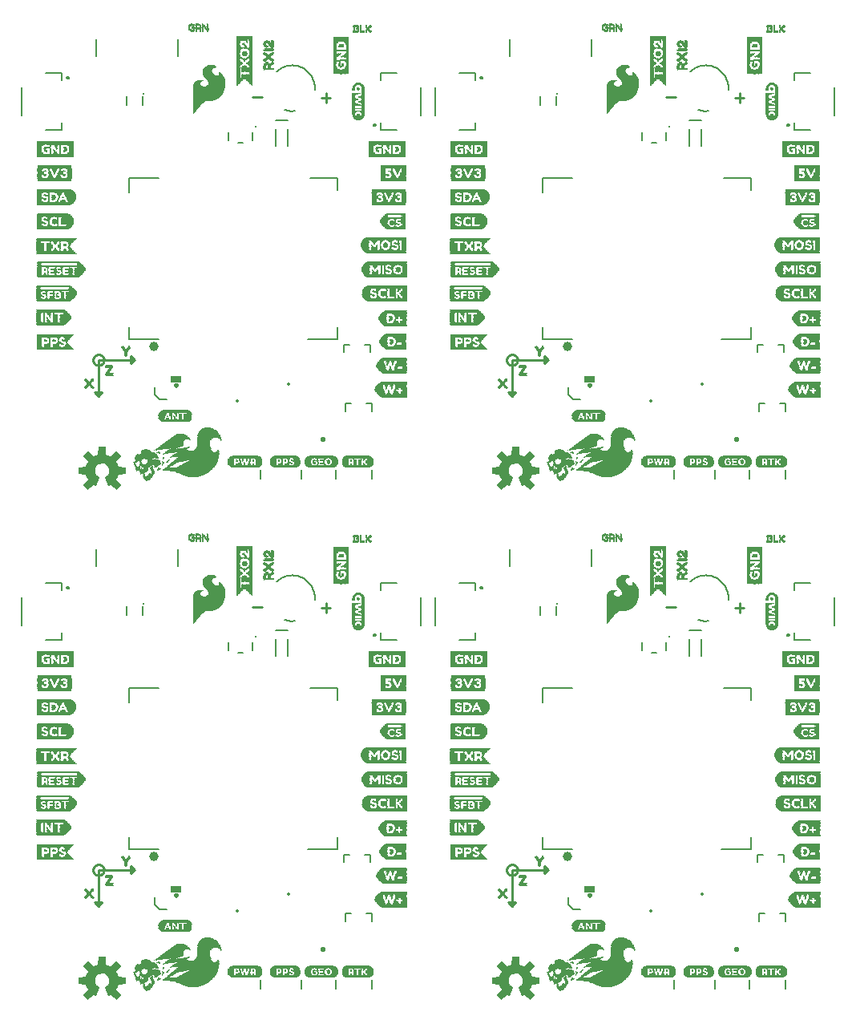
<source format=gto>
G04 EAGLE Gerber RS-274X export*
G75*
%MOMM*%
%FSLAX34Y34*%
%LPD*%
%INSilkscreen Top*%
%IPPOS*%
%AMOC8*
5,1,8,0,0,1.08239X$1,22.5*%
G01*
%ADD10C,0.279400*%
%ADD11C,0.254000*%
%ADD12C,0.203200*%
%ADD13C,0.152400*%
%ADD14C,0.254000*%
%ADD15C,0.300000*%
%ADD16C,1.000000*%
%ADD17R,2.000000X0.040000*%
%ADD18R,2.040000X0.040000*%
%ADD19R,2.120000X0.040000*%
%ADD20R,2.160000X0.040000*%
%ADD21R,0.320000X0.040000*%
%ADD22R,0.440000X0.040000*%
%ADD23R,0.360000X0.040000*%
%ADD24R,0.400000X0.040000*%
%ADD25R,0.480000X0.040000*%
%ADD26R,0.520000X0.040000*%
%ADD27R,2.440000X0.040000*%
%ADD28R,2.480000X0.040000*%
%ADD29R,2.520000X0.040000*%
%ADD30R,2.560000X0.040000*%
%ADD31R,1.040000X0.040000*%
%ADD32R,0.560000X0.040000*%
%ADD33R,0.960000X0.040000*%
%ADD34R,0.240000X0.040000*%
%ADD35R,0.920000X0.040000*%
%ADD36R,0.120000X0.040000*%
%ADD37R,0.880000X0.040000*%
%ADD38R,0.080000X0.040000*%
%ADD39R,0.200000X0.040000*%
%ADD40R,0.160000X0.040000*%
%ADD41R,0.840000X0.040000*%
%ADD42R,0.800000X0.040000*%
%ADD43R,0.640000X0.040000*%
%ADD44R,0.680000X0.040000*%
%ADD45R,0.760000X0.040000*%
%ADD46R,0.720000X0.040000*%
%ADD47R,0.600000X0.040000*%
%ADD48R,2.200000X0.040000*%
%ADD49R,2.310000X0.030000*%
%ADD50R,2.490000X0.030000*%
%ADD51R,2.610000X0.020000*%
%ADD52R,2.730000X0.040000*%
%ADD53R,2.790000X0.030000*%
%ADD54R,2.850000X0.030000*%
%ADD55R,2.910000X0.020000*%
%ADD56R,2.070000X0.030000*%
%ADD57R,0.720000X0.030000*%
%ADD58R,0.570000X0.040000*%
%ADD59R,0.270000X0.040000*%
%ADD60R,0.660000X0.040000*%
%ADD61R,0.570000X0.030000*%
%ADD62R,0.210000X0.030000*%
%ADD63R,0.270000X0.030000*%
%ADD64R,0.630000X0.030000*%
%ADD65R,0.600000X0.030000*%
%ADD66R,0.180000X0.030000*%
%ADD67R,0.150000X0.030000*%
%ADD68R,0.630000X0.040000*%
%ADD69R,0.120000X0.030000*%
%ADD70R,0.090000X0.030000*%
%ADD71R,0.690000X0.030000*%
%ADD72R,0.660000X0.030000*%
%ADD73R,0.240000X0.030000*%
%ADD74R,0.060000X0.030000*%
%ADD75R,1.020000X0.030000*%
%ADD76R,0.090000X0.040000*%
%ADD77R,0.060000X0.040000*%
%ADD78R,0.990000X0.040000*%
%ADD79R,0.930000X0.030000*%
%ADD80R,0.810000X0.030000*%
%ADD81R,0.150000X0.040000*%
%ADD82R,0.690000X0.040000*%
%ADD83R,0.300000X0.030000*%
%ADD84R,0.420000X0.030000*%
%ADD85R,0.180000X0.040000*%
%ADD86R,0.540000X0.040000*%
%ADD87R,0.330000X0.030000*%
%ADD88R,0.510000X0.030000*%
%ADD89R,0.480000X0.030000*%
%ADD90R,0.510000X0.040000*%
%ADD91R,0.540000X0.030000*%
%ADD92R,2.910000X0.030000*%
%ADD93R,2.730000X0.030000*%
%ADD94R,2.610000X0.030000*%
%ADD95R,2.970000X0.030000*%
%ADD96R,3.090000X0.020000*%
%ADD97R,3.150000X0.040000*%
%ADD98R,3.210000X0.030000*%
%ADD99R,3.270000X0.030000*%
%ADD100R,3.330000X0.020000*%
%ADD101R,1.260000X0.030000*%
%ADD102R,0.780000X0.030000*%
%ADD103R,1.290000X0.030000*%
%ADD104R,0.300000X0.040000*%
%ADD105R,0.030000X0.040000*%
%ADD106R,0.210000X0.040000*%
%ADD107R,0.360000X0.030000*%
%ADD108R,3.330000X0.030000*%
%ADD109R,3.150000X0.030000*%
%ADD110R,3.090000X0.030000*%
%ADD111R,2.670000X0.030000*%
%ADD112R,2.760000X0.020000*%
%ADD113R,2.850000X0.040000*%
%ADD114R,3.030000X0.020000*%
%ADD115R,2.430000X0.030000*%
%ADD116R,0.750000X0.030000*%
%ADD117R,0.330000X0.040000*%
%ADD118R,0.780000X0.040000*%
%ADD119R,0.840000X0.030000*%
%ADD120R,0.870000X0.030000*%
%ADD121R,0.900000X0.040000*%
%ADD122R,0.900000X0.030000*%
%ADD123R,0.810000X0.040000*%
%ADD124R,0.030000X0.030000*%
%ADD125R,0.390000X0.030000*%
%ADD126R,3.030000X0.030000*%
%ADD127R,0.450000X0.030000*%
%ADD128R,0.450000X0.040000*%
%ADD129R,0.390000X0.040000*%
%ADD130R,0.420000X0.040000*%
%ADD131R,2.970000X0.020000*%
%ADD132R,3.090000X0.040000*%
%ADD133R,3.270000X0.020000*%
%ADD134R,0.750000X0.040000*%
%ADD135R,0.870000X0.040000*%
%ADD136R,4.400000X0.040000*%
%ADD137R,4.440000X0.040000*%
%ADD138R,4.520000X0.040000*%
%ADD139R,4.560000X0.040000*%
%ADD140R,4.840000X0.040000*%
%ADD141R,4.880000X0.040000*%
%ADD142R,4.920000X0.040000*%
%ADD143R,4.960000X0.040000*%
%ADD144R,0.280000X0.040000*%
%ADD145R,1.120000X0.040000*%
%ADD146R,1.160000X0.040000*%
%ADD147R,1.080000X0.040000*%
%ADD148R,1.000000X0.040000*%
%ADD149R,0.040000X0.040000*%
%ADD150R,4.600000X0.040000*%
%ADD151R,3.600000X0.040000*%
%ADD152R,3.640000X0.040000*%
%ADD153R,3.720000X0.040000*%
%ADD154R,3.760000X0.040000*%
%ADD155R,4.040000X0.040000*%
%ADD156R,4.080000X0.040000*%
%ADD157R,4.120000X0.040000*%
%ADD158R,4.160000X0.040000*%
%ADD159R,3.800000X0.040000*%
%ADD160R,3.030000X0.040000*%
%ADD161R,3.210000X0.020000*%
%ADD162C,0.567956*%
%ADD163C,0.357769*%
%ADD164R,3.280000X0.040000*%
%ADD165R,3.400000X0.040000*%
%ADD166R,3.480000X0.040000*%
%ADD167R,3.560000X0.040000*%
%ADD168R,3.680000X0.040000*%
%ADD169R,1.800000X0.040000*%
%ADD170R,1.240000X0.040000*%
%ADD171R,1.280000X0.040000*%
%ADD172R,1.320000X0.040000*%
%ADD173R,3.520000X0.040000*%
%ADD174R,3.840000X0.040000*%
%ADD175R,3.880000X0.040000*%
%ADD176R,3.920000X0.040000*%
%ADD177R,3.040000X0.040000*%
%ADD178R,2.800000X0.040000*%
%ADD179R,4.280000X0.040000*%
%ADD180R,4.360000X0.040000*%
%ADD181R,4.480000X0.040000*%
%ADD182R,2.360000X0.040000*%
%ADD183R,2.320000X0.040000*%
%ADD184R,2.600000X0.040000*%
%ADD185R,2.640000X0.040000*%
%ADD186R,1.560000X0.040000*%
%ADD187R,1.480000X0.040000*%
%ADD188R,1.400000X0.040000*%
%ADD189R,1.360000X0.040000*%
%ADD190R,1.600000X0.040000*%
%ADD191R,2.280000X0.040000*%
%ADD192R,2.400000X0.040000*%
%ADD193R,1.200000X0.040000*%
%ADD194R,1.440000X0.040000*%
%ADD195R,2.720000X0.040000*%
%ADD196R,2.760000X0.040000*%
%ADD197R,2.840000X0.040000*%
%ADD198R,2.880000X0.040000*%
%ADD199R,2.920000X0.040000*%
%ADD200R,2.960000X0.040000*%
%ADD201R,3.000000X0.040000*%
%ADD202R,1.520000X0.040000*%
%ADD203R,2.680000X0.040000*%
%ADD204R,3.080000X0.040000*%
%ADD205R,3.120000X0.040000*%
%ADD206R,3.160000X0.040000*%
%ADD207R,3.200000X0.040000*%
%ADD208R,3.240000X0.040000*%
%ADD209R,0.040000X3.880000*%
%ADD210R,0.040000X0.840000*%
%ADD211R,0.040000X2.800000*%
%ADD212R,0.040000X0.760000*%
%ADD213R,0.040000X0.320000*%
%ADD214R,0.040000X0.480000*%
%ADD215R,0.040000X0.160000*%
%ADD216R,0.040000X0.680000*%
%ADD217R,0.040000X0.200000*%
%ADD218R,0.040000X0.400000*%
%ADD219R,0.040000X0.120000*%
%ADD220R,0.040000X0.640000*%
%ADD221R,0.040000X0.360000*%
%ADD222R,0.040000X0.560000*%
%ADD223R,0.040000X0.600000*%
%ADD224R,0.040000X0.520000*%
%ADD225R,0.040000X0.280000*%
%ADD226R,0.040000X0.240000*%
%ADD227R,0.040000X0.720000*%
%ADD228R,0.040000X0.440000*%
%ADD229R,0.040000X0.080000*%
%ADD230R,0.040000X0.800000*%
%ADD231R,0.040000X5.240000*%
%ADD232R,0.040000X5.200000*%
%ADD233R,0.040000X5.160000*%
%ADD234R,0.040000X5.120000*%
%ADD235R,0.040000X5.080000*%
%ADD236R,0.040000X5.040000*%
%ADD237R,0.040000X5.000000*%
%ADD238R,0.040000X1.680000*%
%ADD239R,0.040000X0.880000*%
%ADD240R,0.040000X0.960000*%
%ADD241R,1.840000X0.040000*%
%ADD242R,4.200000X0.040000*%
%ADD243R,4.000000X0.040000*%
%ADD244R,3.960000X0.040000*%
%ADD245R,0.620000X0.020000*%
%ADD246R,0.820000X0.030000*%
%ADD247R,0.940000X0.020000*%
%ADD248R,1.070000X0.030000*%
%ADD249R,1.180000X0.020000*%
%ADD250R,1.280000X0.030000*%
%ADD251R,1.360000X0.020000*%
%ADD252R,1.400000X0.030000*%
%ADD253R,1.480000X0.020000*%
%ADD254R,1.550000X0.030000*%
%ADD255R,1.610000X0.020000*%
%ADD256R,1.680000X0.020000*%
%ADD257R,1.730000X0.030000*%
%ADD258R,1.780000X0.020000*%
%ADD259R,1.830000X0.030000*%
%ADD260R,1.880000X0.020000*%
%ADD261R,1.900000X0.030000*%
%ADD262R,1.960000X0.020000*%
%ADD263R,1.980000X0.030000*%
%ADD264R,2.020000X0.020000*%
%ADD265R,2.050000X0.030000*%
%ADD266R,2.090000X0.020000*%
%ADD267R,2.120000X0.030000*%
%ADD268R,2.150000X0.020000*%
%ADD269R,2.170000X0.030000*%
%ADD270R,0.270000X0.020000*%
%ADD271R,2.190000X0.020000*%
%ADD272R,0.520000X0.030000*%
%ADD273R,2.220000X0.030000*%
%ADD274R,0.640000X0.020000*%
%ADD275R,2.240000X0.020000*%
%ADD276R,0.790000X0.020000*%
%ADD277R,2.270000X0.020000*%
%ADD278R,0.910000X0.030000*%
%ADD279R,2.300000X0.030000*%
%ADD280R,1.010000X0.020000*%
%ADD281R,2.320000X0.020000*%
%ADD282R,1.080000X0.030000*%
%ADD283R,2.340000X0.030000*%
%ADD284R,1.160000X0.020000*%
%ADD285R,2.370000X0.020000*%
%ADD286R,1.240000X0.030000*%
%ADD287R,2.370000X0.030000*%
%ADD288R,1.310000X0.020000*%
%ADD289R,2.400000X0.020000*%
%ADD290R,1.380000X0.030000*%
%ADD291R,2.420000X0.030000*%
%ADD292R,1.430000X0.020000*%
%ADD293R,2.420000X0.020000*%
%ADD294R,1.510000X0.030000*%
%ADD295R,2.450000X0.030000*%
%ADD296R,1.550000X0.020000*%
%ADD297R,2.450000X0.020000*%
%ADD298R,1.630000X0.030000*%
%ADD299R,2.470000X0.030000*%
%ADD300R,2.470000X0.020000*%
%ADD301R,1.800000X0.020000*%
%ADD302R,1.660000X0.020000*%
%ADD303R,0.370000X0.020000*%
%ADD304R,1.850000X0.030000*%
%ADD305R,1.610000X0.030000*%
%ADD306R,1.920000X0.020000*%
%ADD307R,1.560000X0.020000*%
%ADD308R,0.280000X0.020000*%
%ADD309R,1.950000X0.020000*%
%ADD310R,0.250000X0.020000*%
%ADD311R,2.000000X0.030000*%
%ADD312R,1.530000X0.030000*%
%ADD313R,0.200000X0.030000*%
%ADD314R,2.070000X0.020000*%
%ADD315R,1.500000X0.020000*%
%ADD316R,0.170000X0.020000*%
%ADD317R,2.100000X0.030000*%
%ADD318R,1.480000X0.030000*%
%ADD319R,1.710000X0.020000*%
%ADD320R,0.230000X0.020000*%
%ADD321R,1.450000X0.020000*%
%ADD322R,0.140000X0.020000*%
%ADD323R,1.650000X0.030000*%
%ADD324R,1.450000X0.030000*%
%ADD325R,1.650000X0.020000*%
%ADD326R,0.050000X0.020000*%
%ADD327R,0.090000X0.020000*%
%ADD328R,1.660000X0.030000*%
%ADD329R,1.430000X0.030000*%
%ADD330R,0.070000X0.030000*%
%ADD331R,1.400000X0.020000*%
%ADD332R,0.070000X0.020000*%
%ADD333R,1.700000X0.030000*%
%ADD334R,0.050000X0.030000*%
%ADD335R,1.700000X0.020000*%
%ADD336R,1.380000X0.020000*%
%ADD337R,0.030000X0.020000*%
%ADD338R,1.720000X0.030000*%
%ADD339R,1.750000X0.020000*%
%ADD340R,1.750000X0.030000*%
%ADD341R,1.830000X0.020000*%
%ADD342R,1.860000X0.030000*%
%ADD343R,1.360000X0.030000*%
%ADD344R,1.910000X0.030000*%
%ADD345R,1.390000X0.030000*%
%ADD346R,1.390000X0.020000*%
%ADD347R,2.030000X0.020000*%
%ADD348R,2.080000X0.020000*%
%ADD349R,2.130000X0.030000*%
%ADD350R,2.180000X0.030000*%
%ADD351R,2.230000X0.020000*%
%ADD352R,2.250000X0.030000*%
%ADD353R,2.330000X0.030000*%
%ADD354R,2.300000X0.020000*%
%ADD355R,1.410000X0.020000*%
%ADD356R,2.270000X0.030000*%
%ADD357R,2.170000X0.020000*%
%ADD358R,1.460000X0.020000*%
%ADD359R,0.150000X0.020000*%
%ADD360R,1.500000X0.030000*%
%ADD361R,2.100000X0.020000*%
%ADD362R,0.420000X0.020000*%
%ADD363R,2.080000X0.030000*%
%ADD364R,0.560000X0.020000*%
%ADD365R,0.690000X0.020000*%
%ADD366R,1.160000X0.030000*%
%ADD367R,0.770000X0.030000*%
%ADD368R,1.580000X0.030000*%
%ADD369R,0.980000X0.020000*%
%ADD370R,0.550000X0.020000*%
%ADD371R,0.890000X0.020000*%
%ADD372R,1.630000X0.020000*%
%ADD373R,1.040000X0.030000*%
%ADD374R,1.730000X0.020000*%
%ADD375R,0.350000X0.030000*%
%ADD376R,0.220000X0.020000*%
%ADD377R,1.900000X0.020000*%
%ADD378R,1.770000X0.020000*%
%ADD379R,0.080000X0.030000*%
%ADD380R,1.800000X0.030000*%
%ADD381R,0.760000X0.020000*%
%ADD382R,2.040000X0.020000*%
%ADD383R,1.920000X0.030000*%
%ADD384R,0.910000X0.020000*%
%ADD385R,2.000000X0.020000*%
%ADD386R,0.960000X0.020000*%
%ADD387R,4.810000X0.020000*%
%ADD388R,0.200000X0.020000*%
%ADD389R,0.990000X0.030000*%
%ADD390R,4.890000X0.030000*%
%ADD391R,0.220000X0.030000*%
%ADD392R,0.990000X0.020000*%
%ADD393R,4.940000X0.020000*%
%ADD394R,1.010000X0.030000*%
%ADD395R,3.730000X0.030000*%
%ADD396R,0.320000X0.030000*%
%ADD397R,1.040000X0.020000*%
%ADD398R,3.800000X0.020000*%
%ADD399R,0.390000X0.020000*%
%ADD400R,1.090000X0.030000*%
%ADD401R,0.250000X0.030000*%
%ADD402R,4.370000X0.030000*%
%ADD403R,0.120000X0.020000*%
%ADD404R,0.750000X0.020000*%
%ADD405R,4.420000X0.020000*%
%ADD406R,0.590000X0.030000*%
%ADD407R,4.470000X0.030000*%
%ADD408R,0.100000X0.020000*%
%ADD409R,0.490000X0.020000*%
%ADD410R,4.490000X0.020000*%
%ADD411R,4.540000X0.020000*%
%ADD412R,1.600000X0.030000*%
%ADD413R,4.560000X0.030000*%
%ADD414R,4.610000X0.020000*%
%ADD415R,4.660000X0.030000*%
%ADD416R,4.690000X0.020000*%
%ADD417R,4.740000X0.030000*%
%ADD418R,4.790000X0.020000*%
%ADD419R,2.240000X0.030000*%
%ADD420R,4.810000X0.030000*%
%ADD421R,4.860000X0.020000*%
%ADD422R,4.910000X0.030000*%
%ADD423R,4.930000X0.020000*%
%ADD424R,4.980000X0.030000*%
%ADD425R,2.340000X0.020000*%
%ADD426R,5.030000X0.020000*%
%ADD427R,5.060000X0.030000*%
%ADD428R,5.090000X0.020000*%
%ADD429R,4.220000X0.030000*%
%ADD430R,0.080000X0.020000*%
%ADD431R,4.220000X0.020000*%
%ADD432R,2.490000X0.020000*%
%ADD433R,4.270000X0.020000*%
%ADD434R,4.270000X0.030000*%
%ADD435R,4.290000X0.020000*%
%ADD436R,4.320000X0.030000*%
%ADD437R,0.130000X0.020000*%
%ADD438R,4.370000X0.020000*%
%ADD439R,1.680000X0.030000*%
%ADD440R,0.100000X0.030000*%
%ADD441R,0.840000X0.020000*%
%ADD442R,4.400000X0.020000*%
%ADD443R,4.420000X0.030000*%
%ADD444R,0.570000X0.020000*%
%ADD445R,0.020000X0.020000*%
%ADD446R,4.470000X0.020000*%
%ADD447R,0.670000X0.030000*%
%ADD448R,4.460000X0.030000*%
%ADD449R,0.590000X0.020000*%
%ADD450R,0.620000X0.030000*%
%ADD451R,0.340000X0.030000*%
%ADD452R,0.600000X0.020000*%
%ADD453R,0.450000X0.020000*%
%ADD454R,2.810000X0.020000*%
%ADD455R,1.310000X0.030000*%
%ADD456R,2.890000X0.030000*%
%ADD457R,1.240000X0.020000*%
%ADD458R,1.210000X0.020000*%
%ADD459R,1.290000X0.020000*%
%ADD460R,1.130000X0.020000*%
%ADD461R,3.020000X0.030000*%
%ADD462R,3.040000X0.020000*%
%ADD463R,0.170000X0.030000*%
%ADD464R,0.190000X0.030000*%
%ADD465R,0.790000X0.030000*%
%ADD466R,0.720000X0.020000*%
%ADD467R,3.120000X0.020000*%
%ADD468R,1.330000X0.030000*%
%ADD469R,3.160000X0.030000*%
%ADD470R,0.180000X0.020000*%
%ADD471R,0.510000X0.020000*%
%ADD472R,3.180000X0.020000*%
%ADD473R,3.230000X0.030000*%
%ADD474R,0.240000X0.020000*%
%ADD475R,0.520000X0.020000*%
%ADD476R,3.260000X0.020000*%
%ADD477R,1.410000X0.030000*%
%ADD478R,0.130000X0.030000*%
%ADD479R,0.490000X0.030000*%
%ADD480R,3.310000X0.030000*%
%ADD481R,1.440000X0.020000*%
%ADD482R,0.500000X0.020000*%
%ADD483R,1.460000X0.030000*%
%ADD484R,3.380000X0.030000*%
%ADD485R,1.490000X0.020000*%
%ADD486R,3.410000X0.020000*%
%ADD487R,0.500000X0.030000*%
%ADD488R,3.460000X0.030000*%
%ADD489R,0.290000X0.020000*%
%ADD490R,0.470000X0.020000*%
%ADD491R,3.510000X0.020000*%
%ADD492R,3.500000X0.030000*%
%ADD493R,1.530000X0.020000*%
%ADD494R,3.530000X0.020000*%
%ADD495R,3.580000X0.020000*%
%ADD496R,1.340000X0.030000*%
%ADD497R,3.630000X0.030000*%
%ADD498R,1.330000X0.020000*%
%ADD499R,0.460000X0.020000*%
%ADD500R,3.660000X0.020000*%
%ADD501R,0.470000X0.030000*%
%ADD502R,3.650000X0.030000*%
%ADD503R,1.260000X0.020000*%
%ADD504R,0.440000X0.020000*%
%ADD505R,3.680000X0.020000*%
%ADD506R,1.030000X0.030000*%
%ADD507R,0.370000X0.030000*%
%ADD508R,0.930000X0.020000*%
%ADD509R,0.340000X0.020000*%
%ADD510R,3.750000X0.020000*%
%ADD511R,0.830000X0.030000*%
%ADD512R,3.780000X0.030000*%
%ADD513R,0.770000X0.020000*%
%ADD514R,3.830000X0.020000*%
%ADD515R,0.230000X0.030000*%
%ADD516R,3.850000X0.030000*%
%ADD517R,0.400000X0.020000*%
%ADD518R,3.880000X0.020000*%
%ADD519R,0.020000X0.030000*%
%ADD520R,0.280000X0.030000*%
%ADD521R,3.910000X0.030000*%
%ADD522R,0.040000X0.020000*%
%ADD523R,0.040000X0.030000*%
%ADD524R,5.090000X0.030000*%
%ADD525R,5.110000X0.020000*%
%ADD526R,0.440000X0.030000*%
%ADD527R,5.110000X0.030000*%
%ADD528R,0.330000X0.020000*%
%ADD529R,5.140000X0.030000*%
%ADD530R,5.130000X0.020000*%
%ADD531R,1.180000X0.030000*%
%ADD532R,0.290000X0.030000*%
%ADD533R,0.300000X0.020000*%
%ADD534R,4.890000X0.020000*%
%ADD535R,4.440000X0.030000*%
%ADD536R,0.640000X0.030000*%
%ADD537R,4.050000X0.030000*%
%ADD538R,0.320000X0.020000*%
%ADD539R,3.900000X0.020000*%
%ADD540R,3.760000X0.030000*%
%ADD541R,3.630000X0.020000*%
%ADD542R,3.530000X0.030000*%
%ADD543R,3.440000X0.020000*%
%ADD544R,3.310000X0.020000*%
%ADD545R,3.010000X0.030000*%
%ADD546R,2.880000X0.020000*%
%ADD547R,0.350000X0.020000*%
%ADD548R,2.670000X0.020000*%
%ADD549R,2.590000X0.030000*%
%ADD550R,2.220000X0.020000*%
%ADD551R,2.090000X0.030000*%
%ADD552R,1.230000X0.020000*%
%ADD553R,0.660000X0.020000*%

G36*
X105595Y9140D02*
X105595Y9140D01*
X105651Y9140D01*
X105679Y9155D01*
X105711Y9160D01*
X105770Y9200D01*
X105806Y9218D01*
X105815Y9230D01*
X105831Y9241D01*
X110139Y13549D01*
X110156Y13576D01*
X110180Y13597D01*
X110201Y13649D01*
X110230Y13696D01*
X110233Y13728D01*
X110245Y13758D01*
X110242Y13813D01*
X110247Y13869D01*
X110235Y13899D01*
X110233Y13931D01*
X110199Y13994D01*
X110185Y14031D01*
X110174Y14041D01*
X110165Y14058D01*
X105198Y20149D01*
X106387Y22459D01*
X106394Y22485D01*
X106411Y22517D01*
X107203Y24991D01*
X115022Y25785D01*
X115053Y25795D01*
X115085Y25796D01*
X115134Y25823D01*
X115186Y25841D01*
X115209Y25864D01*
X115237Y25879D01*
X115269Y25925D01*
X115308Y25964D01*
X115318Y25995D01*
X115337Y26021D01*
X115350Y26091D01*
X115363Y26129D01*
X115361Y26144D01*
X115364Y26163D01*
X115364Y32257D01*
X115357Y32288D01*
X115359Y32320D01*
X115337Y32371D01*
X115325Y32426D01*
X115304Y32450D01*
X115292Y32480D01*
X115250Y32516D01*
X115215Y32559D01*
X115185Y32572D01*
X115161Y32593D01*
X115092Y32614D01*
X115056Y32630D01*
X115041Y32630D01*
X115022Y32635D01*
X107203Y33429D01*
X106411Y35903D01*
X106398Y35926D01*
X106387Y35961D01*
X105198Y38271D01*
X110165Y44362D01*
X110179Y44390D01*
X110200Y44414D01*
X110216Y44467D01*
X110241Y44517D01*
X110241Y44549D01*
X110250Y44580D01*
X110240Y44635D01*
X110240Y44691D01*
X110225Y44719D01*
X110220Y44751D01*
X110180Y44810D01*
X110162Y44846D01*
X110150Y44855D01*
X110139Y44871D01*
X105831Y49179D01*
X105804Y49196D01*
X105783Y49220D01*
X105731Y49241D01*
X105684Y49270D01*
X105652Y49273D01*
X105622Y49285D01*
X105567Y49282D01*
X105511Y49287D01*
X105481Y49275D01*
X105449Y49273D01*
X105386Y49239D01*
X105349Y49225D01*
X105339Y49214D01*
X105322Y49205D01*
X99231Y44238D01*
X96921Y45427D01*
X96895Y45434D01*
X96863Y45451D01*
X94389Y46243D01*
X93595Y54062D01*
X93587Y54088D01*
X93586Y54100D01*
X93585Y54103D01*
X93584Y54125D01*
X93557Y54174D01*
X93539Y54226D01*
X93516Y54249D01*
X93501Y54277D01*
X93455Y54309D01*
X93416Y54348D01*
X93385Y54358D01*
X93359Y54377D01*
X93289Y54390D01*
X93251Y54403D01*
X93236Y54401D01*
X93217Y54404D01*
X87123Y54404D01*
X87092Y54397D01*
X87060Y54399D01*
X87009Y54377D01*
X86954Y54365D01*
X86930Y54344D01*
X86900Y54332D01*
X86864Y54290D01*
X86821Y54255D01*
X86808Y54225D01*
X86787Y54201D01*
X86766Y54132D01*
X86750Y54096D01*
X86750Y54081D01*
X86748Y54074D01*
X86747Y54072D01*
X86747Y54071D01*
X86745Y54062D01*
X85951Y46243D01*
X83477Y45451D01*
X83454Y45438D01*
X83419Y45427D01*
X81109Y44238D01*
X75018Y49205D01*
X74990Y49219D01*
X74966Y49240D01*
X74913Y49256D01*
X74863Y49281D01*
X74831Y49281D01*
X74800Y49290D01*
X74745Y49280D01*
X74689Y49280D01*
X74661Y49265D01*
X74629Y49260D01*
X74570Y49220D01*
X74535Y49202D01*
X74525Y49190D01*
X74509Y49179D01*
X70201Y44871D01*
X70184Y44844D01*
X70160Y44823D01*
X70139Y44771D01*
X70110Y44724D01*
X70107Y44692D01*
X70095Y44662D01*
X70099Y44607D01*
X70093Y44551D01*
X70105Y44521D01*
X70107Y44489D01*
X70141Y44426D01*
X70155Y44389D01*
X70166Y44379D01*
X70175Y44362D01*
X75142Y38271D01*
X73953Y35961D01*
X73946Y35935D01*
X73929Y35903D01*
X73137Y33429D01*
X65318Y32635D01*
X65287Y32625D01*
X65255Y32624D01*
X65206Y32597D01*
X65154Y32579D01*
X65131Y32556D01*
X65103Y32541D01*
X65071Y32495D01*
X65032Y32456D01*
X65022Y32425D01*
X65003Y32399D01*
X64990Y32329D01*
X64977Y32291D01*
X64979Y32276D01*
X64976Y32257D01*
X64976Y26163D01*
X64983Y26132D01*
X64981Y26100D01*
X65003Y26049D01*
X65015Y25994D01*
X65036Y25970D01*
X65048Y25940D01*
X65090Y25904D01*
X65125Y25861D01*
X65155Y25848D01*
X65179Y25827D01*
X65248Y25806D01*
X65284Y25790D01*
X65299Y25790D01*
X65318Y25785D01*
X73137Y24991D01*
X73929Y22517D01*
X73942Y22494D01*
X73953Y22459D01*
X75142Y20149D01*
X70175Y14058D01*
X70161Y14030D01*
X70140Y14006D01*
X70124Y13953D01*
X70099Y13903D01*
X70099Y13871D01*
X70090Y13840D01*
X70100Y13785D01*
X70100Y13729D01*
X70115Y13701D01*
X70120Y13669D01*
X70160Y13610D01*
X70178Y13575D01*
X70190Y13565D01*
X70201Y13549D01*
X74509Y9241D01*
X74536Y9224D01*
X74557Y9200D01*
X74609Y9179D01*
X74656Y9150D01*
X74688Y9147D01*
X74718Y9135D01*
X74773Y9139D01*
X74829Y9133D01*
X74859Y9145D01*
X74891Y9147D01*
X74954Y9181D01*
X74991Y9195D01*
X75001Y9206D01*
X75018Y9215D01*
X81109Y14182D01*
X83418Y12992D01*
X83482Y12976D01*
X83545Y12953D01*
X83566Y12955D01*
X83586Y12950D01*
X83651Y12964D01*
X83717Y12971D01*
X83735Y12982D01*
X83755Y12987D01*
X83807Y13028D01*
X83863Y13064D01*
X83876Y13083D01*
X83891Y13095D01*
X83907Y13130D01*
X83943Y13184D01*
X87531Y21846D01*
X87537Y21879D01*
X87551Y21908D01*
X87550Y21963D01*
X87559Y22017D01*
X87550Y22049D01*
X87550Y22081D01*
X87525Y22130D01*
X87509Y22183D01*
X87486Y22207D01*
X87472Y22236D01*
X87417Y22281D01*
X87390Y22309D01*
X87375Y22315D01*
X87359Y22327D01*
X86041Y23032D01*
X84915Y23956D01*
X83991Y25082D01*
X83305Y26366D01*
X82882Y27760D01*
X82739Y29209D01*
X82896Y30728D01*
X83359Y32181D01*
X84110Y33510D01*
X85116Y34657D01*
X86335Y35574D01*
X87716Y36224D01*
X89200Y36577D01*
X90725Y36620D01*
X92227Y36350D01*
X93642Y35780D01*
X94910Y34932D01*
X95979Y33843D01*
X96803Y32559D01*
X97347Y31133D01*
X97589Y29627D01*
X97517Y28103D01*
X97136Y26625D01*
X96462Y25257D01*
X95522Y24055D01*
X94356Y23071D01*
X92979Y22327D01*
X92956Y22306D01*
X92927Y22292D01*
X92891Y22249D01*
X92850Y22212D01*
X92838Y22182D01*
X92818Y22158D01*
X92805Y22103D01*
X92784Y22051D01*
X92787Y22019D01*
X92780Y21988D01*
X92794Y21917D01*
X92797Y21878D01*
X92805Y21865D01*
X92809Y21846D01*
X96397Y13184D01*
X96436Y13130D01*
X96468Y13073D01*
X96485Y13061D01*
X96498Y13044D01*
X96556Y13013D01*
X96611Y12975D01*
X96632Y12972D01*
X96651Y12962D01*
X96717Y12961D01*
X96783Y12951D01*
X96806Y12958D01*
X96824Y12957D01*
X96859Y12974D01*
X96922Y12992D01*
X99231Y14182D01*
X105322Y9215D01*
X105350Y9201D01*
X105374Y9180D01*
X105427Y9164D01*
X105477Y9139D01*
X105509Y9139D01*
X105540Y9130D01*
X105595Y9140D01*
G37*
G36*
X542475Y547620D02*
X542475Y547620D01*
X542531Y547620D01*
X542559Y547635D01*
X542591Y547640D01*
X542650Y547680D01*
X542686Y547698D01*
X542695Y547710D01*
X542711Y547721D01*
X547019Y552029D01*
X547036Y552056D01*
X547060Y552077D01*
X547081Y552129D01*
X547110Y552176D01*
X547113Y552208D01*
X547125Y552238D01*
X547122Y552293D01*
X547127Y552349D01*
X547115Y552379D01*
X547113Y552411D01*
X547079Y552474D01*
X547065Y552511D01*
X547054Y552521D01*
X547045Y552538D01*
X542078Y558629D01*
X543267Y560939D01*
X543274Y560965D01*
X543291Y560997D01*
X544083Y563471D01*
X551902Y564265D01*
X551933Y564275D01*
X551965Y564276D01*
X552014Y564303D01*
X552066Y564321D01*
X552089Y564344D01*
X552117Y564359D01*
X552149Y564405D01*
X552188Y564444D01*
X552198Y564475D01*
X552217Y564501D01*
X552230Y564571D01*
X552243Y564609D01*
X552241Y564624D01*
X552244Y564643D01*
X552244Y570737D01*
X552237Y570768D01*
X552239Y570800D01*
X552217Y570851D01*
X552205Y570906D01*
X552184Y570930D01*
X552172Y570960D01*
X552130Y570996D01*
X552095Y571039D01*
X552065Y571052D01*
X552041Y571073D01*
X551972Y571094D01*
X551936Y571110D01*
X551921Y571110D01*
X551902Y571115D01*
X544083Y571909D01*
X543291Y574383D01*
X543278Y574406D01*
X543267Y574441D01*
X542078Y576751D01*
X547045Y582842D01*
X547059Y582870D01*
X547080Y582894D01*
X547096Y582947D01*
X547121Y582997D01*
X547121Y583029D01*
X547130Y583060D01*
X547120Y583115D01*
X547120Y583171D01*
X547105Y583199D01*
X547100Y583231D01*
X547060Y583290D01*
X547042Y583326D01*
X547030Y583335D01*
X547019Y583351D01*
X542711Y587659D01*
X542684Y587676D01*
X542663Y587700D01*
X542611Y587721D01*
X542564Y587750D01*
X542532Y587753D01*
X542502Y587765D01*
X542447Y587762D01*
X542391Y587767D01*
X542361Y587755D01*
X542329Y587753D01*
X542266Y587719D01*
X542229Y587705D01*
X542219Y587694D01*
X542202Y587685D01*
X536111Y582718D01*
X533801Y583907D01*
X533775Y583914D01*
X533743Y583931D01*
X531269Y584723D01*
X530475Y592542D01*
X530467Y592568D01*
X530466Y592580D01*
X530465Y592583D01*
X530464Y592605D01*
X530437Y592654D01*
X530419Y592706D01*
X530396Y592729D01*
X530381Y592757D01*
X530335Y592789D01*
X530296Y592828D01*
X530265Y592838D01*
X530239Y592857D01*
X530169Y592870D01*
X530131Y592883D01*
X530116Y592881D01*
X530097Y592884D01*
X524003Y592884D01*
X523972Y592877D01*
X523940Y592879D01*
X523889Y592857D01*
X523834Y592845D01*
X523810Y592824D01*
X523780Y592812D01*
X523744Y592770D01*
X523701Y592735D01*
X523688Y592705D01*
X523667Y592681D01*
X523646Y592612D01*
X523630Y592576D01*
X523630Y592561D01*
X523628Y592554D01*
X523627Y592552D01*
X523627Y592551D01*
X523625Y592542D01*
X522831Y584723D01*
X520357Y583931D01*
X520334Y583918D01*
X520299Y583907D01*
X517989Y582718D01*
X511898Y587685D01*
X511870Y587699D01*
X511846Y587720D01*
X511793Y587736D01*
X511743Y587761D01*
X511711Y587761D01*
X511680Y587770D01*
X511625Y587760D01*
X511569Y587760D01*
X511541Y587745D01*
X511509Y587740D01*
X511450Y587700D01*
X511415Y587682D01*
X511405Y587670D01*
X511389Y587659D01*
X507081Y583351D01*
X507064Y583324D01*
X507040Y583303D01*
X507019Y583251D01*
X506990Y583204D01*
X506987Y583172D01*
X506975Y583142D01*
X506979Y583087D01*
X506973Y583031D01*
X506985Y583001D01*
X506987Y582969D01*
X507021Y582906D01*
X507035Y582869D01*
X507046Y582859D01*
X507055Y582842D01*
X512022Y576751D01*
X510833Y574441D01*
X510826Y574415D01*
X510809Y574383D01*
X510017Y571909D01*
X502198Y571115D01*
X502167Y571105D01*
X502135Y571104D01*
X502086Y571077D01*
X502034Y571059D01*
X502011Y571036D01*
X501983Y571021D01*
X501951Y570975D01*
X501912Y570936D01*
X501902Y570905D01*
X501883Y570879D01*
X501870Y570809D01*
X501857Y570771D01*
X501859Y570756D01*
X501856Y570737D01*
X501856Y564643D01*
X501863Y564612D01*
X501861Y564580D01*
X501883Y564529D01*
X501895Y564474D01*
X501916Y564450D01*
X501928Y564420D01*
X501970Y564384D01*
X502005Y564341D01*
X502035Y564328D01*
X502059Y564307D01*
X502128Y564286D01*
X502164Y564270D01*
X502179Y564270D01*
X502198Y564265D01*
X510017Y563471D01*
X510809Y560997D01*
X510822Y560974D01*
X510833Y560939D01*
X512022Y558629D01*
X507055Y552538D01*
X507041Y552510D01*
X507020Y552486D01*
X507004Y552433D01*
X506979Y552383D01*
X506979Y552351D01*
X506970Y552320D01*
X506980Y552265D01*
X506980Y552209D01*
X506995Y552181D01*
X507000Y552149D01*
X507040Y552090D01*
X507058Y552055D01*
X507070Y552045D01*
X507081Y552029D01*
X511389Y547721D01*
X511416Y547704D01*
X511437Y547680D01*
X511489Y547659D01*
X511536Y547630D01*
X511568Y547627D01*
X511598Y547615D01*
X511653Y547619D01*
X511709Y547613D01*
X511739Y547625D01*
X511771Y547627D01*
X511834Y547661D01*
X511871Y547675D01*
X511881Y547686D01*
X511898Y547695D01*
X517989Y552662D01*
X520298Y551472D01*
X520362Y551456D01*
X520425Y551433D01*
X520446Y551435D01*
X520466Y551430D01*
X520531Y551444D01*
X520597Y551451D01*
X520615Y551462D01*
X520635Y551467D01*
X520687Y551508D01*
X520743Y551544D01*
X520756Y551563D01*
X520771Y551575D01*
X520787Y551610D01*
X520823Y551664D01*
X524411Y560326D01*
X524417Y560359D01*
X524431Y560388D01*
X524430Y560443D01*
X524439Y560497D01*
X524430Y560529D01*
X524430Y560561D01*
X524405Y560610D01*
X524389Y560663D01*
X524366Y560687D01*
X524352Y560716D01*
X524297Y560761D01*
X524270Y560789D01*
X524255Y560795D01*
X524239Y560807D01*
X522921Y561512D01*
X521795Y562436D01*
X520871Y563562D01*
X520185Y564846D01*
X519762Y566240D01*
X519619Y567689D01*
X519776Y569208D01*
X520239Y570661D01*
X520990Y571990D01*
X521996Y573137D01*
X523215Y574054D01*
X524596Y574704D01*
X526080Y575057D01*
X527605Y575100D01*
X529107Y574830D01*
X530522Y574260D01*
X531790Y573412D01*
X532859Y572323D01*
X533683Y571039D01*
X534227Y569613D01*
X534469Y568107D01*
X534397Y566583D01*
X534016Y565105D01*
X533342Y563737D01*
X532402Y562535D01*
X531236Y561551D01*
X529859Y560807D01*
X529836Y560786D01*
X529807Y560772D01*
X529771Y560729D01*
X529730Y560692D01*
X529718Y560662D01*
X529698Y560638D01*
X529685Y560583D01*
X529664Y560531D01*
X529667Y560499D01*
X529660Y560468D01*
X529674Y560397D01*
X529677Y560358D01*
X529685Y560345D01*
X529689Y560326D01*
X533277Y551664D01*
X533316Y551610D01*
X533348Y551553D01*
X533365Y551541D01*
X533378Y551524D01*
X533436Y551493D01*
X533491Y551455D01*
X533512Y551452D01*
X533531Y551442D01*
X533597Y551441D01*
X533663Y551431D01*
X533686Y551438D01*
X533704Y551437D01*
X533739Y551454D01*
X533802Y551472D01*
X536111Y552662D01*
X542202Y547695D01*
X542230Y547681D01*
X542254Y547660D01*
X542307Y547644D01*
X542357Y547619D01*
X542389Y547619D01*
X542420Y547610D01*
X542475Y547620D01*
G37*
G36*
X105595Y547620D02*
X105595Y547620D01*
X105651Y547620D01*
X105679Y547635D01*
X105711Y547640D01*
X105770Y547680D01*
X105806Y547698D01*
X105815Y547710D01*
X105831Y547721D01*
X110139Y552029D01*
X110156Y552056D01*
X110180Y552077D01*
X110201Y552129D01*
X110230Y552176D01*
X110233Y552208D01*
X110245Y552238D01*
X110242Y552293D01*
X110247Y552349D01*
X110235Y552379D01*
X110233Y552411D01*
X110199Y552474D01*
X110185Y552511D01*
X110174Y552521D01*
X110165Y552538D01*
X105198Y558629D01*
X106387Y560939D01*
X106394Y560965D01*
X106411Y560997D01*
X107203Y563471D01*
X115022Y564265D01*
X115053Y564275D01*
X115085Y564276D01*
X115134Y564303D01*
X115186Y564321D01*
X115209Y564344D01*
X115237Y564359D01*
X115269Y564405D01*
X115308Y564444D01*
X115318Y564475D01*
X115337Y564501D01*
X115350Y564571D01*
X115363Y564609D01*
X115361Y564624D01*
X115364Y564643D01*
X115364Y570737D01*
X115357Y570768D01*
X115359Y570800D01*
X115337Y570851D01*
X115325Y570906D01*
X115304Y570930D01*
X115292Y570960D01*
X115250Y570996D01*
X115215Y571039D01*
X115185Y571052D01*
X115161Y571073D01*
X115092Y571094D01*
X115056Y571110D01*
X115041Y571110D01*
X115022Y571115D01*
X107203Y571909D01*
X106411Y574383D01*
X106398Y574406D01*
X106387Y574441D01*
X105198Y576751D01*
X110165Y582842D01*
X110179Y582870D01*
X110200Y582894D01*
X110216Y582947D01*
X110241Y582997D01*
X110241Y583029D01*
X110250Y583060D01*
X110240Y583115D01*
X110240Y583171D01*
X110225Y583199D01*
X110220Y583231D01*
X110180Y583290D01*
X110162Y583326D01*
X110150Y583335D01*
X110139Y583351D01*
X105831Y587659D01*
X105804Y587676D01*
X105783Y587700D01*
X105731Y587721D01*
X105684Y587750D01*
X105652Y587753D01*
X105622Y587765D01*
X105567Y587762D01*
X105511Y587767D01*
X105481Y587755D01*
X105449Y587753D01*
X105386Y587719D01*
X105349Y587705D01*
X105339Y587694D01*
X105322Y587685D01*
X99231Y582718D01*
X96921Y583907D01*
X96895Y583914D01*
X96863Y583931D01*
X94389Y584723D01*
X93595Y592542D01*
X93587Y592568D01*
X93586Y592580D01*
X93585Y592583D01*
X93584Y592605D01*
X93557Y592654D01*
X93539Y592706D01*
X93516Y592729D01*
X93501Y592757D01*
X93455Y592789D01*
X93416Y592828D01*
X93385Y592838D01*
X93359Y592857D01*
X93289Y592870D01*
X93251Y592883D01*
X93236Y592881D01*
X93217Y592884D01*
X87123Y592884D01*
X87092Y592877D01*
X87060Y592879D01*
X87009Y592857D01*
X86954Y592845D01*
X86930Y592824D01*
X86900Y592812D01*
X86864Y592770D01*
X86821Y592735D01*
X86808Y592705D01*
X86787Y592681D01*
X86766Y592612D01*
X86750Y592576D01*
X86750Y592561D01*
X86748Y592554D01*
X86747Y592552D01*
X86747Y592551D01*
X86745Y592542D01*
X85951Y584723D01*
X83477Y583931D01*
X83454Y583918D01*
X83419Y583907D01*
X81109Y582718D01*
X75018Y587685D01*
X74990Y587699D01*
X74966Y587720D01*
X74913Y587736D01*
X74863Y587761D01*
X74831Y587761D01*
X74800Y587770D01*
X74745Y587760D01*
X74689Y587760D01*
X74661Y587745D01*
X74629Y587740D01*
X74570Y587700D01*
X74535Y587682D01*
X74525Y587670D01*
X74509Y587659D01*
X70201Y583351D01*
X70184Y583324D01*
X70160Y583303D01*
X70139Y583251D01*
X70110Y583204D01*
X70107Y583172D01*
X70095Y583142D01*
X70099Y583087D01*
X70093Y583031D01*
X70105Y583001D01*
X70107Y582969D01*
X70141Y582906D01*
X70155Y582869D01*
X70166Y582859D01*
X70175Y582842D01*
X75142Y576751D01*
X73953Y574441D01*
X73946Y574415D01*
X73929Y574383D01*
X73137Y571909D01*
X65318Y571115D01*
X65287Y571105D01*
X65255Y571104D01*
X65206Y571077D01*
X65154Y571059D01*
X65131Y571036D01*
X65103Y571021D01*
X65071Y570975D01*
X65032Y570936D01*
X65022Y570905D01*
X65003Y570879D01*
X64990Y570809D01*
X64977Y570771D01*
X64979Y570756D01*
X64976Y570737D01*
X64976Y564643D01*
X64983Y564612D01*
X64981Y564580D01*
X65003Y564529D01*
X65015Y564474D01*
X65036Y564450D01*
X65048Y564420D01*
X65090Y564384D01*
X65125Y564341D01*
X65155Y564328D01*
X65179Y564307D01*
X65248Y564286D01*
X65284Y564270D01*
X65299Y564270D01*
X65318Y564265D01*
X73137Y563471D01*
X73929Y560997D01*
X73942Y560974D01*
X73953Y560939D01*
X75142Y558629D01*
X70175Y552538D01*
X70161Y552510D01*
X70140Y552486D01*
X70124Y552433D01*
X70099Y552383D01*
X70099Y552351D01*
X70090Y552320D01*
X70100Y552265D01*
X70100Y552209D01*
X70115Y552181D01*
X70120Y552149D01*
X70160Y552090D01*
X70178Y552055D01*
X70190Y552045D01*
X70201Y552029D01*
X74509Y547721D01*
X74536Y547704D01*
X74557Y547680D01*
X74609Y547659D01*
X74656Y547630D01*
X74688Y547627D01*
X74718Y547615D01*
X74773Y547619D01*
X74829Y547613D01*
X74859Y547625D01*
X74891Y547627D01*
X74954Y547661D01*
X74991Y547675D01*
X75001Y547686D01*
X75018Y547695D01*
X81109Y552662D01*
X83418Y551472D01*
X83482Y551456D01*
X83545Y551433D01*
X83566Y551435D01*
X83586Y551430D01*
X83651Y551444D01*
X83717Y551451D01*
X83735Y551462D01*
X83755Y551467D01*
X83807Y551508D01*
X83863Y551544D01*
X83876Y551563D01*
X83891Y551575D01*
X83907Y551610D01*
X83943Y551664D01*
X87531Y560326D01*
X87537Y560359D01*
X87551Y560388D01*
X87550Y560443D01*
X87559Y560497D01*
X87550Y560529D01*
X87550Y560561D01*
X87525Y560610D01*
X87509Y560663D01*
X87486Y560687D01*
X87472Y560716D01*
X87417Y560761D01*
X87390Y560789D01*
X87375Y560795D01*
X87359Y560807D01*
X86041Y561512D01*
X84915Y562436D01*
X83991Y563562D01*
X83305Y564846D01*
X82882Y566240D01*
X82739Y567689D01*
X82896Y569208D01*
X83359Y570661D01*
X84110Y571990D01*
X85116Y573137D01*
X86335Y574054D01*
X87716Y574704D01*
X89200Y575057D01*
X90725Y575100D01*
X92227Y574830D01*
X93642Y574260D01*
X94910Y573412D01*
X95979Y572323D01*
X96803Y571039D01*
X97347Y569613D01*
X97589Y568107D01*
X97517Y566583D01*
X97136Y565105D01*
X96462Y563737D01*
X95522Y562535D01*
X94356Y561551D01*
X92979Y560807D01*
X92956Y560786D01*
X92927Y560772D01*
X92891Y560729D01*
X92850Y560692D01*
X92838Y560662D01*
X92818Y560638D01*
X92805Y560583D01*
X92784Y560531D01*
X92787Y560499D01*
X92780Y560468D01*
X92794Y560397D01*
X92797Y560358D01*
X92805Y560345D01*
X92809Y560326D01*
X96397Y551664D01*
X96436Y551610D01*
X96468Y551553D01*
X96485Y551541D01*
X96498Y551524D01*
X96556Y551493D01*
X96611Y551455D01*
X96632Y551452D01*
X96651Y551442D01*
X96717Y551441D01*
X96783Y551431D01*
X96806Y551438D01*
X96824Y551437D01*
X96859Y551454D01*
X96922Y551472D01*
X99231Y552662D01*
X105322Y547695D01*
X105350Y547681D01*
X105374Y547660D01*
X105427Y547644D01*
X105477Y547619D01*
X105509Y547619D01*
X105540Y547610D01*
X105595Y547620D01*
G37*
G36*
X542475Y9140D02*
X542475Y9140D01*
X542531Y9140D01*
X542559Y9155D01*
X542591Y9160D01*
X542650Y9200D01*
X542686Y9218D01*
X542695Y9230D01*
X542711Y9241D01*
X547019Y13549D01*
X547036Y13576D01*
X547060Y13597D01*
X547081Y13649D01*
X547110Y13696D01*
X547113Y13728D01*
X547125Y13758D01*
X547122Y13813D01*
X547127Y13869D01*
X547115Y13899D01*
X547113Y13931D01*
X547079Y13994D01*
X547065Y14031D01*
X547054Y14041D01*
X547045Y14058D01*
X542078Y20149D01*
X543267Y22459D01*
X543274Y22485D01*
X543291Y22517D01*
X544083Y24991D01*
X551902Y25785D01*
X551933Y25795D01*
X551965Y25796D01*
X552014Y25823D01*
X552066Y25841D01*
X552089Y25864D01*
X552117Y25879D01*
X552149Y25925D01*
X552188Y25964D01*
X552198Y25995D01*
X552217Y26021D01*
X552230Y26091D01*
X552243Y26129D01*
X552241Y26144D01*
X552244Y26163D01*
X552244Y32257D01*
X552237Y32288D01*
X552239Y32320D01*
X552217Y32371D01*
X552205Y32426D01*
X552184Y32450D01*
X552172Y32480D01*
X552130Y32516D01*
X552095Y32559D01*
X552065Y32572D01*
X552041Y32593D01*
X551972Y32614D01*
X551936Y32630D01*
X551921Y32630D01*
X551902Y32635D01*
X544083Y33429D01*
X543291Y35903D01*
X543278Y35926D01*
X543267Y35961D01*
X542078Y38271D01*
X547045Y44362D01*
X547059Y44390D01*
X547080Y44414D01*
X547096Y44467D01*
X547121Y44517D01*
X547121Y44549D01*
X547130Y44580D01*
X547120Y44635D01*
X547120Y44691D01*
X547105Y44719D01*
X547100Y44751D01*
X547060Y44810D01*
X547042Y44846D01*
X547030Y44855D01*
X547019Y44871D01*
X542711Y49179D01*
X542684Y49196D01*
X542663Y49220D01*
X542611Y49241D01*
X542564Y49270D01*
X542532Y49273D01*
X542502Y49285D01*
X542447Y49282D01*
X542391Y49287D01*
X542361Y49275D01*
X542329Y49273D01*
X542266Y49239D01*
X542229Y49225D01*
X542219Y49214D01*
X542202Y49205D01*
X536111Y44238D01*
X533801Y45427D01*
X533775Y45434D01*
X533743Y45451D01*
X531269Y46243D01*
X530475Y54062D01*
X530467Y54088D01*
X530466Y54100D01*
X530465Y54103D01*
X530464Y54125D01*
X530437Y54174D01*
X530419Y54226D01*
X530396Y54249D01*
X530381Y54277D01*
X530335Y54309D01*
X530296Y54348D01*
X530265Y54358D01*
X530239Y54377D01*
X530169Y54390D01*
X530131Y54403D01*
X530116Y54401D01*
X530097Y54404D01*
X524003Y54404D01*
X523972Y54397D01*
X523940Y54399D01*
X523889Y54377D01*
X523834Y54365D01*
X523810Y54344D01*
X523780Y54332D01*
X523744Y54290D01*
X523701Y54255D01*
X523688Y54225D01*
X523667Y54201D01*
X523646Y54132D01*
X523630Y54096D01*
X523630Y54081D01*
X523628Y54074D01*
X523627Y54072D01*
X523627Y54071D01*
X523625Y54062D01*
X522831Y46243D01*
X520357Y45451D01*
X520334Y45438D01*
X520299Y45427D01*
X517989Y44238D01*
X511898Y49205D01*
X511870Y49219D01*
X511846Y49240D01*
X511793Y49256D01*
X511743Y49281D01*
X511711Y49281D01*
X511680Y49290D01*
X511625Y49280D01*
X511569Y49280D01*
X511541Y49265D01*
X511509Y49260D01*
X511450Y49220D01*
X511415Y49202D01*
X511405Y49190D01*
X511389Y49179D01*
X507081Y44871D01*
X507064Y44844D01*
X507040Y44823D01*
X507019Y44771D01*
X506990Y44724D01*
X506987Y44692D01*
X506975Y44662D01*
X506979Y44607D01*
X506973Y44551D01*
X506985Y44521D01*
X506987Y44489D01*
X507021Y44426D01*
X507035Y44389D01*
X507046Y44379D01*
X507055Y44362D01*
X512022Y38271D01*
X510833Y35961D01*
X510826Y35935D01*
X510809Y35903D01*
X510017Y33429D01*
X502198Y32635D01*
X502167Y32625D01*
X502135Y32624D01*
X502086Y32597D01*
X502034Y32579D01*
X502011Y32556D01*
X501983Y32541D01*
X501951Y32495D01*
X501912Y32456D01*
X501902Y32425D01*
X501883Y32399D01*
X501870Y32329D01*
X501857Y32291D01*
X501859Y32276D01*
X501856Y32257D01*
X501856Y26163D01*
X501863Y26132D01*
X501861Y26100D01*
X501883Y26049D01*
X501895Y25994D01*
X501916Y25970D01*
X501928Y25940D01*
X501970Y25904D01*
X502005Y25861D01*
X502035Y25848D01*
X502059Y25827D01*
X502128Y25806D01*
X502164Y25790D01*
X502179Y25790D01*
X502198Y25785D01*
X510017Y24991D01*
X510809Y22517D01*
X510822Y22494D01*
X510833Y22459D01*
X512022Y20149D01*
X507055Y14058D01*
X507041Y14030D01*
X507020Y14006D01*
X507004Y13953D01*
X506979Y13903D01*
X506979Y13871D01*
X506970Y13840D01*
X506980Y13785D01*
X506980Y13729D01*
X506995Y13701D01*
X507000Y13669D01*
X507040Y13610D01*
X507058Y13575D01*
X507070Y13565D01*
X507081Y13549D01*
X511389Y9241D01*
X511416Y9224D01*
X511437Y9200D01*
X511489Y9179D01*
X511536Y9150D01*
X511568Y9147D01*
X511598Y9135D01*
X511653Y9139D01*
X511709Y9133D01*
X511739Y9145D01*
X511771Y9147D01*
X511834Y9181D01*
X511871Y9195D01*
X511881Y9206D01*
X511898Y9215D01*
X517989Y14182D01*
X520298Y12992D01*
X520362Y12976D01*
X520425Y12953D01*
X520446Y12955D01*
X520466Y12950D01*
X520531Y12964D01*
X520597Y12971D01*
X520615Y12982D01*
X520635Y12987D01*
X520687Y13028D01*
X520743Y13064D01*
X520756Y13083D01*
X520771Y13095D01*
X520787Y13130D01*
X520823Y13184D01*
X524411Y21846D01*
X524417Y21879D01*
X524431Y21908D01*
X524430Y21963D01*
X524439Y22017D01*
X524430Y22049D01*
X524430Y22081D01*
X524405Y22130D01*
X524389Y22183D01*
X524366Y22207D01*
X524352Y22236D01*
X524297Y22281D01*
X524270Y22309D01*
X524255Y22315D01*
X524239Y22327D01*
X522921Y23032D01*
X521795Y23956D01*
X520871Y25082D01*
X520185Y26366D01*
X519762Y27760D01*
X519619Y29209D01*
X519776Y30728D01*
X520239Y32181D01*
X520990Y33510D01*
X521996Y34657D01*
X523215Y35574D01*
X524596Y36224D01*
X526080Y36577D01*
X527605Y36620D01*
X529107Y36350D01*
X530522Y35780D01*
X531790Y34932D01*
X532859Y33843D01*
X533683Y32559D01*
X534227Y31133D01*
X534469Y29627D01*
X534397Y28103D01*
X534016Y26625D01*
X533342Y25257D01*
X532402Y24055D01*
X531236Y23071D01*
X529859Y22327D01*
X529836Y22306D01*
X529807Y22292D01*
X529771Y22249D01*
X529730Y22212D01*
X529718Y22182D01*
X529698Y22158D01*
X529685Y22103D01*
X529664Y22051D01*
X529667Y22019D01*
X529660Y21988D01*
X529674Y21917D01*
X529677Y21878D01*
X529685Y21865D01*
X529689Y21846D01*
X533277Y13184D01*
X533316Y13130D01*
X533348Y13073D01*
X533365Y13061D01*
X533378Y13044D01*
X533436Y13013D01*
X533491Y12975D01*
X533512Y12972D01*
X533531Y12962D01*
X533597Y12961D01*
X533663Y12951D01*
X533686Y12958D01*
X533704Y12957D01*
X533739Y12974D01*
X533802Y12992D01*
X536111Y14182D01*
X542202Y9215D01*
X542230Y9201D01*
X542254Y9180D01*
X542307Y9164D01*
X542357Y9139D01*
X542389Y9139D01*
X542420Y9130D01*
X542475Y9140D01*
G37*
G36*
X186395Y944670D02*
X186395Y944670D01*
X186479Y944673D01*
X186480Y944673D01*
X186481Y944673D01*
X186559Y944716D01*
X186632Y944755D01*
X186632Y944756D01*
X186633Y944756D01*
X186637Y944762D01*
X186720Y944870D01*
X186793Y945015D01*
X187149Y945371D01*
X187156Y945382D01*
X187169Y945393D01*
X187769Y946093D01*
X187773Y946100D01*
X187780Y946107D01*
X188472Y946996D01*
X189363Y947986D01*
X189366Y947991D01*
X189372Y947997D01*
X190367Y949190D01*
X191460Y950383D01*
X192659Y951681D01*
X193959Y953081D01*
X193963Y953088D01*
X193970Y953094D01*
X195060Y954382D01*
X196142Y955464D01*
X197117Y956342D01*
X198069Y957008D01*
X199110Y957481D01*
X200131Y957760D01*
X203980Y957760D01*
X204000Y957765D01*
X204027Y957763D01*
X206427Y958063D01*
X206449Y958071D01*
X206480Y958073D01*
X208680Y958673D01*
X208703Y958685D01*
X208736Y958693D01*
X210736Y959593D01*
X210755Y959607D01*
X210783Y959619D01*
X212683Y960819D01*
X212694Y960829D01*
X212711Y960838D01*
X214411Y962138D01*
X214428Y962159D01*
X214457Y962180D01*
X215957Y963780D01*
X215965Y963794D01*
X215980Y963807D01*
X217380Y965607D01*
X217393Y965634D01*
X217418Y965666D01*
X219318Y969366D01*
X219326Y969397D01*
X219346Y969438D01*
X220346Y973038D01*
X220348Y973072D01*
X220360Y973118D01*
X220560Y976618D01*
X220554Y976650D01*
X220556Y976697D01*
X220056Y979997D01*
X220045Y980026D01*
X220038Y980068D01*
X219038Y982868D01*
X219024Y982889D01*
X219014Y982921D01*
X217714Y985321D01*
X217688Y985350D01*
X217649Y985409D01*
X215949Y987109D01*
X215919Y987127D01*
X215882Y987162D01*
X214282Y988162D01*
X214216Y988185D01*
X214152Y988213D01*
X214135Y988213D01*
X214118Y988218D01*
X214049Y988209D01*
X213979Y988207D01*
X213964Y988198D01*
X213946Y988196D01*
X213888Y988157D01*
X213827Y988124D01*
X213817Y988109D01*
X213802Y988099D01*
X213767Y988039D01*
X213727Y987982D01*
X213724Y987963D01*
X213716Y987949D01*
X213713Y987910D01*
X213700Y987840D01*
X213700Y987240D01*
X213707Y987210D01*
X213707Y987165D01*
X213793Y986734D01*
X213617Y985674D01*
X213378Y985276D01*
X212963Y984861D01*
X212402Y984620D01*
X211833Y984620D01*
X210518Y984996D01*
X209777Y985367D01*
X208415Y986340D01*
X207738Y986919D01*
X207279Y987378D01*
X206802Y988142D01*
X206799Y988145D01*
X206796Y988151D01*
X206429Y988702D01*
X206252Y989324D01*
X206165Y989840D01*
X206248Y990337D01*
X206427Y990784D01*
X206702Y991334D01*
X207056Y991776D01*
X207794Y992422D01*
X208172Y992611D01*
X208513Y992781D01*
X209247Y992965D01*
X210101Y993060D01*
X211333Y993060D01*
X211688Y992971D01*
X211724Y992971D01*
X211780Y992960D01*
X211880Y992960D01*
X211941Y992974D01*
X212004Y992980D01*
X212025Y992994D01*
X212049Y992999D01*
X212097Y993039D01*
X212150Y993073D01*
X212163Y993094D01*
X212182Y993109D01*
X212208Y993167D01*
X212241Y993220D01*
X212243Y993245D01*
X212253Y993268D01*
X212251Y993330D01*
X212257Y993393D01*
X212248Y993416D01*
X212247Y993441D01*
X212217Y993496D01*
X212194Y993555D01*
X212174Y993574D01*
X212164Y993593D01*
X212133Y993614D01*
X212091Y993656D01*
X211797Y993853D01*
X211101Y994349D01*
X211086Y994355D01*
X211072Y994368D01*
X209872Y995068D01*
X209848Y995076D01*
X209821Y995093D01*
X208321Y995693D01*
X208303Y995696D01*
X208282Y995706D01*
X206482Y996206D01*
X206448Y996208D01*
X206399Y996220D01*
X204399Y996320D01*
X204361Y996313D01*
X204296Y996311D01*
X202096Y995811D01*
X202062Y995794D01*
X202004Y995777D01*
X199704Y994577D01*
X199679Y994556D01*
X199638Y994534D01*
X197938Y993134D01*
X197915Y993103D01*
X197867Y993055D01*
X196767Y991455D01*
X196753Y991420D01*
X196721Y991367D01*
X196121Y989667D01*
X196118Y989632D01*
X196116Y989621D01*
X196107Y989602D01*
X196108Y989580D01*
X196100Y989540D01*
X196100Y987840D01*
X196109Y987802D01*
X196115Y987733D01*
X196615Y986033D01*
X196629Y986008D01*
X196640Y985970D01*
X197540Y984170D01*
X197559Y984147D01*
X197578Y984109D01*
X198878Y982409D01*
X198895Y982395D01*
X198911Y982371D01*
X200602Y980681D01*
X201858Y979231D01*
X202500Y977856D01*
X202500Y976597D01*
X202141Y975432D01*
X201329Y974530D01*
X200219Y973789D01*
X198927Y973420D01*
X197431Y973420D01*
X196391Y973704D01*
X195571Y973977D01*
X194938Y974519D01*
X194393Y975065D01*
X194136Y975578D01*
X193960Y976193D01*
X193960Y976778D01*
X194121Y977261D01*
X194368Y977590D01*
X194734Y977956D01*
X195213Y978339D01*
X195568Y978606D01*
X196021Y978787D01*
X196033Y978795D01*
X196050Y978800D01*
X196294Y978922D01*
X196650Y979100D01*
X196679Y979124D01*
X196749Y979171D01*
X196849Y979271D01*
X196862Y979293D01*
X196882Y979309D01*
X196908Y979366D01*
X196940Y979418D01*
X196943Y979444D01*
X196953Y979468D01*
X196951Y979529D01*
X196957Y979591D01*
X196948Y979615D01*
X196947Y979641D01*
X196917Y979695D01*
X196895Y979753D01*
X196876Y979770D01*
X196864Y979793D01*
X196814Y979828D01*
X196768Y979870D01*
X196743Y979878D01*
X196722Y979893D01*
X196638Y979909D01*
X196602Y979920D01*
X196592Y979918D01*
X196580Y979920D01*
X196542Y979920D01*
X196311Y979997D01*
X195821Y980193D01*
X195786Y980198D01*
X195734Y980216D01*
X195034Y980316D01*
X195010Y980314D01*
X194980Y980320D01*
X193180Y980320D01*
X193150Y980313D01*
X193105Y980313D01*
X192105Y980113D01*
X192095Y980108D01*
X192080Y980107D01*
X190980Y979807D01*
X190963Y979798D01*
X190939Y979793D01*
X189939Y979393D01*
X189912Y979374D01*
X189869Y979356D01*
X188969Y978756D01*
X188948Y978734D01*
X188911Y978709D01*
X188111Y977909D01*
X188100Y977891D01*
X188080Y977873D01*
X187380Y976973D01*
X187369Y976949D01*
X187346Y976922D01*
X186746Y975822D01*
X186737Y975789D01*
X186714Y975744D01*
X186314Y974344D01*
X186313Y974319D01*
X186303Y974287D01*
X186103Y972687D01*
X186104Y972675D01*
X186100Y972660D01*
X186000Y970760D01*
X186002Y970751D01*
X186000Y970740D01*
X186000Y945040D01*
X186020Y944955D01*
X186039Y944873D01*
X186039Y944872D01*
X186039Y944871D01*
X186096Y944803D01*
X186148Y944739D01*
X186149Y944738D01*
X186227Y944703D01*
X186306Y944667D01*
X186307Y944667D01*
X186308Y944667D01*
X186395Y944670D01*
G37*
G36*
X623275Y406190D02*
X623275Y406190D01*
X623359Y406193D01*
X623360Y406193D01*
X623361Y406193D01*
X623439Y406236D01*
X623512Y406275D01*
X623512Y406276D01*
X623513Y406276D01*
X623517Y406282D01*
X623600Y406390D01*
X623673Y406535D01*
X624029Y406891D01*
X624036Y406902D01*
X624049Y406913D01*
X624649Y407613D01*
X624653Y407620D01*
X624660Y407627D01*
X625352Y408516D01*
X626243Y409506D01*
X626246Y409511D01*
X626252Y409517D01*
X627247Y410710D01*
X628340Y411903D01*
X629539Y413201D01*
X630839Y414601D01*
X630843Y414608D01*
X630850Y414614D01*
X631940Y415902D01*
X633022Y416984D01*
X633997Y417862D01*
X634949Y418528D01*
X635990Y419001D01*
X637011Y419280D01*
X640860Y419280D01*
X640880Y419285D01*
X640907Y419283D01*
X643307Y419583D01*
X643329Y419591D01*
X643360Y419593D01*
X645560Y420193D01*
X645583Y420205D01*
X645616Y420213D01*
X647616Y421113D01*
X647635Y421127D01*
X647663Y421139D01*
X649563Y422339D01*
X649574Y422349D01*
X649591Y422358D01*
X651291Y423658D01*
X651308Y423679D01*
X651337Y423700D01*
X652837Y425300D01*
X652845Y425314D01*
X652860Y425327D01*
X654260Y427127D01*
X654273Y427154D01*
X654298Y427186D01*
X656198Y430886D01*
X656206Y430917D01*
X656226Y430958D01*
X657226Y434558D01*
X657228Y434592D01*
X657240Y434638D01*
X657440Y438138D01*
X657434Y438170D01*
X657436Y438217D01*
X656936Y441517D01*
X656925Y441546D01*
X656918Y441588D01*
X655918Y444388D01*
X655904Y444409D01*
X655894Y444441D01*
X654594Y446841D01*
X654568Y446870D01*
X654529Y446929D01*
X652829Y448629D01*
X652799Y448647D01*
X652762Y448682D01*
X651162Y449682D01*
X651096Y449705D01*
X651032Y449733D01*
X651015Y449733D01*
X650998Y449738D01*
X650929Y449729D01*
X650859Y449727D01*
X650844Y449718D01*
X650826Y449716D01*
X650768Y449677D01*
X650707Y449644D01*
X650697Y449629D01*
X650682Y449619D01*
X650647Y449559D01*
X650607Y449502D01*
X650604Y449483D01*
X650596Y449469D01*
X650593Y449430D01*
X650580Y449360D01*
X650580Y448760D01*
X650587Y448730D01*
X650587Y448685D01*
X650673Y448254D01*
X650497Y447194D01*
X650258Y446796D01*
X649843Y446381D01*
X649282Y446140D01*
X648713Y446140D01*
X647398Y446516D01*
X646657Y446887D01*
X645295Y447860D01*
X644618Y448439D01*
X644159Y448898D01*
X643682Y449662D01*
X643679Y449665D01*
X643676Y449671D01*
X643309Y450222D01*
X643132Y450844D01*
X643045Y451360D01*
X643128Y451857D01*
X643307Y452304D01*
X643582Y452854D01*
X643936Y453296D01*
X644674Y453942D01*
X645052Y454131D01*
X645393Y454301D01*
X646127Y454485D01*
X646981Y454580D01*
X648213Y454580D01*
X648568Y454491D01*
X648604Y454491D01*
X648660Y454480D01*
X648760Y454480D01*
X648821Y454494D01*
X648884Y454500D01*
X648905Y454514D01*
X648929Y454519D01*
X648977Y454559D01*
X649030Y454593D01*
X649043Y454614D01*
X649062Y454629D01*
X649088Y454687D01*
X649121Y454740D01*
X649123Y454765D01*
X649133Y454788D01*
X649131Y454850D01*
X649137Y454913D01*
X649128Y454936D01*
X649127Y454961D01*
X649097Y455016D01*
X649074Y455075D01*
X649054Y455094D01*
X649044Y455113D01*
X649013Y455134D01*
X648971Y455176D01*
X648677Y455373D01*
X647981Y455869D01*
X647966Y455875D01*
X647952Y455888D01*
X646752Y456588D01*
X646728Y456596D01*
X646701Y456613D01*
X645201Y457213D01*
X645183Y457216D01*
X645162Y457226D01*
X643362Y457726D01*
X643328Y457728D01*
X643279Y457740D01*
X641279Y457840D01*
X641241Y457833D01*
X641176Y457831D01*
X638976Y457331D01*
X638942Y457314D01*
X638884Y457297D01*
X636584Y456097D01*
X636559Y456076D01*
X636518Y456054D01*
X634818Y454654D01*
X634795Y454623D01*
X634747Y454575D01*
X633647Y452975D01*
X633633Y452940D01*
X633601Y452887D01*
X633001Y451187D01*
X632998Y451152D01*
X632996Y451141D01*
X632987Y451122D01*
X632988Y451100D01*
X632980Y451060D01*
X632980Y449360D01*
X632989Y449322D01*
X632995Y449253D01*
X633495Y447553D01*
X633509Y447528D01*
X633520Y447490D01*
X634420Y445690D01*
X634439Y445667D01*
X634458Y445629D01*
X635758Y443929D01*
X635775Y443915D01*
X635791Y443891D01*
X637482Y442201D01*
X638738Y440751D01*
X639380Y439376D01*
X639380Y438117D01*
X639021Y436952D01*
X638209Y436050D01*
X637099Y435309D01*
X635807Y434940D01*
X634311Y434940D01*
X633271Y435224D01*
X632451Y435497D01*
X631818Y436039D01*
X631273Y436585D01*
X631016Y437098D01*
X630840Y437713D01*
X630840Y438298D01*
X631001Y438781D01*
X631248Y439110D01*
X631614Y439476D01*
X632093Y439859D01*
X632448Y440126D01*
X632901Y440307D01*
X632913Y440315D01*
X632930Y440320D01*
X633174Y440442D01*
X633530Y440620D01*
X633559Y440644D01*
X633629Y440691D01*
X633729Y440791D01*
X633742Y440813D01*
X633762Y440829D01*
X633788Y440886D01*
X633820Y440938D01*
X633823Y440964D01*
X633833Y440988D01*
X633831Y441049D01*
X633837Y441111D01*
X633828Y441135D01*
X633827Y441161D01*
X633797Y441215D01*
X633775Y441273D01*
X633756Y441290D01*
X633744Y441313D01*
X633694Y441348D01*
X633648Y441390D01*
X633623Y441398D01*
X633602Y441413D01*
X633518Y441429D01*
X633482Y441440D01*
X633472Y441438D01*
X633460Y441440D01*
X633422Y441440D01*
X633191Y441517D01*
X632701Y441713D01*
X632666Y441718D01*
X632614Y441736D01*
X631914Y441836D01*
X631890Y441834D01*
X631860Y441840D01*
X630060Y441840D01*
X630030Y441833D01*
X629985Y441833D01*
X628985Y441633D01*
X628975Y441628D01*
X628960Y441627D01*
X627860Y441327D01*
X627843Y441318D01*
X627819Y441313D01*
X626819Y440913D01*
X626792Y440894D01*
X626749Y440876D01*
X625849Y440276D01*
X625828Y440254D01*
X625791Y440229D01*
X624991Y439429D01*
X624980Y439411D01*
X624960Y439393D01*
X624260Y438493D01*
X624249Y438469D01*
X624226Y438442D01*
X623626Y437342D01*
X623617Y437309D01*
X623594Y437264D01*
X623194Y435864D01*
X623193Y435839D01*
X623183Y435807D01*
X622983Y434207D01*
X622984Y434195D01*
X622980Y434180D01*
X622880Y432280D01*
X622882Y432271D01*
X622880Y432260D01*
X622880Y406560D01*
X622900Y406475D01*
X622919Y406393D01*
X622919Y406392D01*
X622919Y406391D01*
X622976Y406323D01*
X623028Y406259D01*
X623029Y406258D01*
X623107Y406223D01*
X623186Y406187D01*
X623187Y406187D01*
X623188Y406187D01*
X623275Y406190D01*
G37*
G36*
X623275Y944670D02*
X623275Y944670D01*
X623359Y944673D01*
X623360Y944673D01*
X623361Y944673D01*
X623439Y944716D01*
X623512Y944755D01*
X623512Y944756D01*
X623513Y944756D01*
X623517Y944762D01*
X623600Y944870D01*
X623673Y945015D01*
X624029Y945371D01*
X624036Y945382D01*
X624049Y945393D01*
X624649Y946093D01*
X624653Y946100D01*
X624660Y946107D01*
X625352Y946996D01*
X626243Y947986D01*
X626246Y947991D01*
X626252Y947997D01*
X627247Y949190D01*
X628340Y950383D01*
X629539Y951681D01*
X630839Y953081D01*
X630843Y953088D01*
X630850Y953094D01*
X631940Y954382D01*
X633022Y955464D01*
X633997Y956342D01*
X634949Y957008D01*
X635990Y957481D01*
X637011Y957760D01*
X640860Y957760D01*
X640880Y957765D01*
X640907Y957763D01*
X643307Y958063D01*
X643329Y958071D01*
X643360Y958073D01*
X645560Y958673D01*
X645583Y958685D01*
X645616Y958693D01*
X647616Y959593D01*
X647635Y959607D01*
X647663Y959619D01*
X649563Y960819D01*
X649574Y960829D01*
X649591Y960838D01*
X651291Y962138D01*
X651308Y962159D01*
X651337Y962180D01*
X652837Y963780D01*
X652845Y963794D01*
X652860Y963807D01*
X654260Y965607D01*
X654273Y965634D01*
X654298Y965666D01*
X656198Y969366D01*
X656206Y969397D01*
X656226Y969438D01*
X657226Y973038D01*
X657228Y973072D01*
X657240Y973118D01*
X657440Y976618D01*
X657434Y976650D01*
X657436Y976697D01*
X656936Y979997D01*
X656925Y980026D01*
X656918Y980068D01*
X655918Y982868D01*
X655904Y982889D01*
X655894Y982921D01*
X654594Y985321D01*
X654568Y985350D01*
X654529Y985409D01*
X652829Y987109D01*
X652799Y987127D01*
X652762Y987162D01*
X651162Y988162D01*
X651096Y988185D01*
X651032Y988213D01*
X651015Y988213D01*
X650998Y988218D01*
X650929Y988209D01*
X650859Y988207D01*
X650844Y988198D01*
X650826Y988196D01*
X650768Y988157D01*
X650707Y988124D01*
X650697Y988109D01*
X650682Y988099D01*
X650647Y988039D01*
X650607Y987982D01*
X650604Y987963D01*
X650596Y987949D01*
X650593Y987910D01*
X650580Y987840D01*
X650580Y987240D01*
X650587Y987210D01*
X650587Y987165D01*
X650673Y986734D01*
X650497Y985674D01*
X650258Y985276D01*
X649843Y984861D01*
X649282Y984620D01*
X648713Y984620D01*
X647398Y984996D01*
X646657Y985367D01*
X645295Y986340D01*
X644618Y986919D01*
X644159Y987378D01*
X643682Y988142D01*
X643679Y988145D01*
X643676Y988151D01*
X643309Y988702D01*
X643132Y989324D01*
X643045Y989840D01*
X643128Y990337D01*
X643307Y990784D01*
X643582Y991334D01*
X643936Y991776D01*
X644674Y992422D01*
X645052Y992611D01*
X645393Y992781D01*
X646127Y992965D01*
X646981Y993060D01*
X648213Y993060D01*
X648568Y992971D01*
X648604Y992971D01*
X648660Y992960D01*
X648760Y992960D01*
X648821Y992974D01*
X648884Y992980D01*
X648905Y992994D01*
X648929Y992999D01*
X648977Y993039D01*
X649030Y993073D01*
X649043Y993094D01*
X649062Y993109D01*
X649088Y993167D01*
X649121Y993220D01*
X649123Y993245D01*
X649133Y993268D01*
X649131Y993330D01*
X649137Y993393D01*
X649128Y993416D01*
X649127Y993441D01*
X649097Y993496D01*
X649074Y993555D01*
X649054Y993574D01*
X649044Y993593D01*
X649013Y993614D01*
X648971Y993656D01*
X648677Y993853D01*
X647981Y994349D01*
X647966Y994355D01*
X647952Y994368D01*
X646752Y995068D01*
X646728Y995076D01*
X646701Y995093D01*
X645201Y995693D01*
X645183Y995696D01*
X645162Y995706D01*
X643362Y996206D01*
X643328Y996208D01*
X643279Y996220D01*
X641279Y996320D01*
X641241Y996313D01*
X641176Y996311D01*
X638976Y995811D01*
X638942Y995794D01*
X638884Y995777D01*
X636584Y994577D01*
X636559Y994556D01*
X636518Y994534D01*
X634818Y993134D01*
X634795Y993103D01*
X634747Y993055D01*
X633647Y991455D01*
X633633Y991420D01*
X633601Y991367D01*
X633001Y989667D01*
X632998Y989632D01*
X632996Y989621D01*
X632987Y989602D01*
X632988Y989580D01*
X632980Y989540D01*
X632980Y987840D01*
X632989Y987802D01*
X632995Y987733D01*
X633495Y986033D01*
X633509Y986008D01*
X633520Y985970D01*
X634420Y984170D01*
X634439Y984147D01*
X634458Y984109D01*
X635758Y982409D01*
X635775Y982395D01*
X635791Y982371D01*
X637482Y980681D01*
X638738Y979231D01*
X639380Y977856D01*
X639380Y976597D01*
X639021Y975432D01*
X638209Y974530D01*
X637099Y973789D01*
X635807Y973420D01*
X634311Y973420D01*
X633271Y973704D01*
X632451Y973977D01*
X631818Y974519D01*
X631273Y975065D01*
X631016Y975578D01*
X630840Y976193D01*
X630840Y976778D01*
X631001Y977261D01*
X631248Y977590D01*
X631614Y977956D01*
X632093Y978339D01*
X632448Y978606D01*
X632901Y978787D01*
X632913Y978795D01*
X632930Y978800D01*
X633174Y978922D01*
X633530Y979100D01*
X633559Y979124D01*
X633629Y979171D01*
X633729Y979271D01*
X633742Y979293D01*
X633762Y979309D01*
X633788Y979366D01*
X633820Y979418D01*
X633823Y979444D01*
X633833Y979468D01*
X633831Y979529D01*
X633837Y979591D01*
X633828Y979615D01*
X633827Y979641D01*
X633797Y979695D01*
X633775Y979753D01*
X633756Y979770D01*
X633744Y979793D01*
X633694Y979828D01*
X633648Y979870D01*
X633623Y979878D01*
X633602Y979893D01*
X633518Y979909D01*
X633482Y979920D01*
X633472Y979918D01*
X633460Y979920D01*
X633422Y979920D01*
X633191Y979997D01*
X632701Y980193D01*
X632666Y980198D01*
X632614Y980216D01*
X631914Y980316D01*
X631890Y980314D01*
X631860Y980320D01*
X630060Y980320D01*
X630030Y980313D01*
X629985Y980313D01*
X628985Y980113D01*
X628975Y980108D01*
X628960Y980107D01*
X627860Y979807D01*
X627843Y979798D01*
X627819Y979793D01*
X626819Y979393D01*
X626792Y979374D01*
X626749Y979356D01*
X625849Y978756D01*
X625828Y978734D01*
X625791Y978709D01*
X624991Y977909D01*
X624980Y977891D01*
X624960Y977873D01*
X624260Y976973D01*
X624249Y976949D01*
X624226Y976922D01*
X623626Y975822D01*
X623617Y975789D01*
X623594Y975744D01*
X623194Y974344D01*
X623193Y974319D01*
X623183Y974287D01*
X622983Y972687D01*
X622984Y972675D01*
X622980Y972660D01*
X622880Y970760D01*
X622882Y970751D01*
X622880Y970740D01*
X622880Y945040D01*
X622900Y944955D01*
X622919Y944873D01*
X622919Y944872D01*
X622919Y944871D01*
X622976Y944803D01*
X623028Y944739D01*
X623029Y944738D01*
X623107Y944703D01*
X623186Y944667D01*
X623187Y944667D01*
X623188Y944667D01*
X623275Y944670D01*
G37*
G36*
X186395Y406190D02*
X186395Y406190D01*
X186479Y406193D01*
X186480Y406193D01*
X186481Y406193D01*
X186559Y406236D01*
X186632Y406275D01*
X186632Y406276D01*
X186633Y406276D01*
X186637Y406282D01*
X186720Y406390D01*
X186793Y406535D01*
X187149Y406891D01*
X187156Y406902D01*
X187169Y406913D01*
X187769Y407613D01*
X187773Y407620D01*
X187780Y407627D01*
X188472Y408516D01*
X189363Y409506D01*
X189366Y409511D01*
X189372Y409517D01*
X190367Y410710D01*
X191460Y411903D01*
X192659Y413201D01*
X193959Y414601D01*
X193963Y414608D01*
X193970Y414614D01*
X195060Y415902D01*
X196142Y416984D01*
X197117Y417862D01*
X198069Y418528D01*
X199110Y419001D01*
X200131Y419280D01*
X203980Y419280D01*
X204000Y419285D01*
X204027Y419283D01*
X206427Y419583D01*
X206449Y419591D01*
X206480Y419593D01*
X208680Y420193D01*
X208703Y420205D01*
X208736Y420213D01*
X210736Y421113D01*
X210755Y421127D01*
X210783Y421139D01*
X212683Y422339D01*
X212694Y422349D01*
X212711Y422358D01*
X214411Y423658D01*
X214428Y423679D01*
X214457Y423700D01*
X215957Y425300D01*
X215965Y425314D01*
X215980Y425327D01*
X217380Y427127D01*
X217393Y427154D01*
X217418Y427186D01*
X219318Y430886D01*
X219326Y430917D01*
X219346Y430958D01*
X220346Y434558D01*
X220348Y434592D01*
X220360Y434638D01*
X220560Y438138D01*
X220554Y438170D01*
X220556Y438217D01*
X220056Y441517D01*
X220045Y441546D01*
X220038Y441588D01*
X219038Y444388D01*
X219024Y444409D01*
X219014Y444441D01*
X217714Y446841D01*
X217688Y446870D01*
X217649Y446929D01*
X215949Y448629D01*
X215919Y448647D01*
X215882Y448682D01*
X214282Y449682D01*
X214216Y449705D01*
X214152Y449733D01*
X214135Y449733D01*
X214118Y449738D01*
X214049Y449729D01*
X213979Y449727D01*
X213964Y449718D01*
X213946Y449716D01*
X213888Y449677D01*
X213827Y449644D01*
X213817Y449629D01*
X213802Y449619D01*
X213767Y449559D01*
X213727Y449502D01*
X213724Y449483D01*
X213716Y449469D01*
X213713Y449430D01*
X213700Y449360D01*
X213700Y448760D01*
X213707Y448730D01*
X213707Y448685D01*
X213793Y448254D01*
X213617Y447194D01*
X213378Y446796D01*
X212963Y446381D01*
X212402Y446140D01*
X211833Y446140D01*
X210518Y446516D01*
X209777Y446887D01*
X208415Y447860D01*
X207738Y448439D01*
X207279Y448898D01*
X206802Y449662D01*
X206799Y449665D01*
X206796Y449671D01*
X206429Y450222D01*
X206252Y450844D01*
X206165Y451360D01*
X206248Y451857D01*
X206427Y452304D01*
X206702Y452854D01*
X207056Y453296D01*
X207794Y453942D01*
X208172Y454131D01*
X208513Y454301D01*
X209247Y454485D01*
X210101Y454580D01*
X211333Y454580D01*
X211688Y454491D01*
X211724Y454491D01*
X211780Y454480D01*
X211880Y454480D01*
X211941Y454494D01*
X212004Y454500D01*
X212025Y454514D01*
X212049Y454519D01*
X212097Y454559D01*
X212150Y454593D01*
X212163Y454614D01*
X212182Y454629D01*
X212208Y454687D01*
X212241Y454740D01*
X212243Y454765D01*
X212253Y454788D01*
X212251Y454850D01*
X212257Y454913D01*
X212248Y454936D01*
X212247Y454961D01*
X212217Y455016D01*
X212194Y455075D01*
X212174Y455094D01*
X212164Y455113D01*
X212133Y455134D01*
X212091Y455176D01*
X211797Y455373D01*
X211101Y455869D01*
X211086Y455875D01*
X211072Y455888D01*
X209872Y456588D01*
X209848Y456596D01*
X209821Y456613D01*
X208321Y457213D01*
X208303Y457216D01*
X208282Y457226D01*
X206482Y457726D01*
X206448Y457728D01*
X206399Y457740D01*
X204399Y457840D01*
X204361Y457833D01*
X204296Y457831D01*
X202096Y457331D01*
X202062Y457314D01*
X202004Y457297D01*
X199704Y456097D01*
X199679Y456076D01*
X199638Y456054D01*
X197938Y454654D01*
X197915Y454623D01*
X197867Y454575D01*
X196767Y452975D01*
X196753Y452940D01*
X196721Y452887D01*
X196121Y451187D01*
X196118Y451152D01*
X196116Y451141D01*
X196107Y451122D01*
X196108Y451100D01*
X196100Y451060D01*
X196100Y449360D01*
X196109Y449322D01*
X196115Y449253D01*
X196615Y447553D01*
X196629Y447528D01*
X196640Y447490D01*
X197540Y445690D01*
X197559Y445667D01*
X197578Y445629D01*
X198878Y443929D01*
X198895Y443915D01*
X198911Y443891D01*
X200602Y442201D01*
X201858Y440751D01*
X202500Y439376D01*
X202500Y438117D01*
X202141Y436952D01*
X201329Y436050D01*
X200219Y435309D01*
X198927Y434940D01*
X197431Y434940D01*
X196391Y435224D01*
X195571Y435497D01*
X194938Y436039D01*
X194393Y436585D01*
X194136Y437098D01*
X193960Y437713D01*
X193960Y438298D01*
X194121Y438781D01*
X194368Y439110D01*
X194734Y439476D01*
X195213Y439859D01*
X195568Y440126D01*
X196021Y440307D01*
X196033Y440315D01*
X196050Y440320D01*
X196294Y440442D01*
X196650Y440620D01*
X196679Y440644D01*
X196749Y440691D01*
X196849Y440791D01*
X196862Y440813D01*
X196882Y440829D01*
X196908Y440886D01*
X196940Y440938D01*
X196943Y440964D01*
X196953Y440988D01*
X196951Y441049D01*
X196957Y441111D01*
X196948Y441135D01*
X196947Y441161D01*
X196917Y441215D01*
X196895Y441273D01*
X196876Y441290D01*
X196864Y441313D01*
X196814Y441348D01*
X196768Y441390D01*
X196743Y441398D01*
X196722Y441413D01*
X196638Y441429D01*
X196602Y441440D01*
X196592Y441438D01*
X196580Y441440D01*
X196542Y441440D01*
X196311Y441517D01*
X195821Y441713D01*
X195786Y441718D01*
X195734Y441736D01*
X195034Y441836D01*
X195010Y441834D01*
X194980Y441840D01*
X193180Y441840D01*
X193150Y441833D01*
X193105Y441833D01*
X192105Y441633D01*
X192095Y441628D01*
X192080Y441627D01*
X190980Y441327D01*
X190963Y441318D01*
X190939Y441313D01*
X189939Y440913D01*
X189912Y440894D01*
X189869Y440876D01*
X188969Y440276D01*
X188948Y440254D01*
X188911Y440229D01*
X188111Y439429D01*
X188100Y439411D01*
X188080Y439393D01*
X187380Y438493D01*
X187369Y438469D01*
X187346Y438442D01*
X186746Y437342D01*
X186737Y437309D01*
X186714Y437264D01*
X186314Y435864D01*
X186313Y435839D01*
X186303Y435807D01*
X186103Y434207D01*
X186104Y434195D01*
X186100Y434180D01*
X186000Y432280D01*
X186002Y432271D01*
X186000Y432260D01*
X186000Y406560D01*
X186020Y406475D01*
X186039Y406393D01*
X186039Y406392D01*
X186039Y406391D01*
X186096Y406323D01*
X186148Y406259D01*
X186149Y406258D01*
X186227Y406223D01*
X186306Y406187D01*
X186307Y406187D01*
X186308Y406187D01*
X186395Y406190D01*
G37*
G36*
X798658Y937671D02*
X798658Y937671D01*
X798660Y937672D01*
X798664Y937671D01*
X799183Y937762D01*
X799186Y937764D01*
X799191Y937764D01*
X800203Y938078D01*
X800206Y938082D01*
X800214Y938083D01*
X801147Y938584D01*
X801148Y938587D01*
X801153Y938587D01*
X801585Y938890D01*
X801586Y938892D01*
X801589Y938893D01*
X801998Y939230D01*
X801998Y939231D01*
X802000Y939232D01*
X802391Y939586D01*
X802392Y939590D01*
X802398Y939593D01*
X803072Y940410D01*
X803072Y940415D01*
X803078Y940419D01*
X803593Y941344D01*
X803593Y941347D01*
X803596Y941351D01*
X803798Y941837D01*
X803798Y941840D01*
X803801Y941844D01*
X804102Y942858D01*
X804101Y942863D01*
X804104Y942870D01*
X804211Y943924D01*
X804230Y944113D01*
X804228Y944116D01*
X804230Y944119D01*
X804230Y971135D01*
X804228Y971137D01*
X804230Y971141D01*
X804125Y972195D01*
X804123Y972198D01*
X804124Y972201D01*
X804020Y972718D01*
X804018Y972720D01*
X804019Y972725D01*
X803696Y973733D01*
X803692Y973737D01*
X803692Y973744D01*
X803186Y974675D01*
X803183Y974677D01*
X803182Y974683D01*
X802868Y975107D01*
X802867Y975108D01*
X802866Y975110D01*
X802529Y975519D01*
X802527Y975519D01*
X802526Y975522D01*
X802163Y975904D01*
X802159Y975905D01*
X802157Y975909D01*
X801339Y976582D01*
X801334Y976582D01*
X801329Y976588D01*
X800398Y977094D01*
X800394Y977094D01*
X800390Y977097D01*
X799899Y977287D01*
X799897Y977287D01*
X799894Y977289D01*
X799389Y977446D01*
X799387Y977445D01*
X799386Y977447D01*
X798874Y977578D01*
X798870Y977576D01*
X798865Y977579D01*
X797811Y977686D01*
X797807Y977684D01*
X797801Y977686D01*
X797274Y977657D01*
X797273Y977656D01*
X797271Y977657D01*
X796744Y977604D01*
X796743Y977603D01*
X796741Y977603D01*
X796220Y977520D01*
X796217Y977517D01*
X796211Y977518D01*
X795199Y977204D01*
X795196Y977200D01*
X795189Y977199D01*
X794253Y976705D01*
X794251Y976702D01*
X794247Y976702D01*
X793811Y976405D01*
X793810Y976402D01*
X793805Y976401D01*
X793000Y975715D01*
X792999Y975710D01*
X792993Y975707D01*
X792318Y974890D01*
X792318Y974885D01*
X792312Y974880D01*
X791792Y973959D01*
X791792Y973956D01*
X791789Y973953D01*
X791580Y973470D01*
X791580Y973466D01*
X791577Y973463D01*
X791268Y972450D01*
X791270Y972445D01*
X791266Y972438D01*
X791160Y971384D01*
X791161Y971382D01*
X791160Y971380D01*
X791137Y970852D01*
X791137Y970851D01*
X791137Y970849D01*
X791137Y969158D01*
X791148Y969140D01*
X791151Y969118D01*
X791168Y969110D01*
X791173Y969101D01*
X791183Y969103D01*
X791198Y969096D01*
X791614Y969084D01*
X791615Y969084D01*
X794794Y969084D01*
X794803Y969090D01*
X794814Y969087D01*
X794830Y969107D01*
X794851Y969120D01*
X794849Y969131D01*
X794856Y969140D01*
X794842Y969183D01*
X794841Y969188D01*
X794840Y969188D01*
X794840Y969189D01*
X794542Y969506D01*
X794227Y969917D01*
X794005Y970382D01*
X793885Y970885D01*
X793851Y971402D01*
X793899Y971920D01*
X794017Y972425D01*
X794202Y972909D01*
X794459Y973358D01*
X794804Y973744D01*
X795208Y974069D01*
X795654Y974334D01*
X796130Y974541D01*
X796636Y974666D01*
X797154Y974739D01*
X797675Y974775D01*
X798196Y974735D01*
X798712Y974652D01*
X799216Y974520D01*
X799688Y974304D01*
X800123Y974023D01*
X800511Y973680D01*
X800838Y973280D01*
X801090Y972827D01*
X801249Y972334D01*
X801337Y971822D01*
X801370Y971303D01*
X801314Y970788D01*
X801165Y970293D01*
X800928Y969835D01*
X800599Y969430D01*
X800598Y969429D01*
X800597Y969428D01*
X800412Y969184D01*
X800412Y969176D01*
X800405Y969172D01*
X800409Y969144D01*
X800407Y969116D01*
X800414Y969113D01*
X800415Y969105D01*
X800462Y969084D01*
X801067Y969084D01*
X801293Y969073D01*
X801293Y966773D01*
X801047Y966777D01*
X801035Y966769D01*
X791389Y966750D01*
X791388Y966749D01*
X791386Y966749D01*
X791196Y966740D01*
X791179Y966728D01*
X791158Y966725D01*
X791150Y966707D01*
X791141Y966700D01*
X791143Y966691D01*
X791137Y966677D01*
X791139Y944099D01*
X791140Y944097D01*
X791139Y944093D01*
X791245Y943039D01*
X791247Y943036D01*
X791246Y943032D01*
X791358Y942517D01*
X791360Y942514D01*
X791359Y942510D01*
X791688Y941505D01*
X791692Y941501D01*
X791693Y941494D01*
X792198Y940563D01*
X792202Y940561D01*
X792204Y940554D01*
X792860Y939725D01*
X792863Y939724D01*
X792865Y939720D01*
X793233Y939343D01*
X793236Y939342D01*
X793238Y939338D01*
X794061Y938671D01*
X794066Y938671D01*
X794070Y938665D01*
X795001Y938159D01*
X795006Y938160D01*
X795010Y938156D01*
X795504Y937972D01*
X795506Y937973D01*
X795508Y937971D01*
X796013Y937814D01*
X796015Y937815D01*
X796017Y937813D01*
X796530Y937689D01*
X796534Y937691D01*
X796538Y937688D01*
X797592Y937582D01*
X797597Y937584D01*
X797604Y937581D01*
X798658Y937671D01*
G37*
G36*
X361778Y937671D02*
X361778Y937671D01*
X361780Y937672D01*
X361784Y937671D01*
X362303Y937762D01*
X362306Y937764D01*
X362311Y937764D01*
X363323Y938078D01*
X363326Y938082D01*
X363334Y938083D01*
X364267Y938584D01*
X364268Y938587D01*
X364273Y938587D01*
X364705Y938890D01*
X364706Y938892D01*
X364709Y938893D01*
X365118Y939230D01*
X365118Y939231D01*
X365120Y939232D01*
X365511Y939586D01*
X365512Y939590D01*
X365518Y939593D01*
X366192Y940410D01*
X366192Y940415D01*
X366198Y940419D01*
X366713Y941344D01*
X366713Y941347D01*
X366716Y941351D01*
X366918Y941837D01*
X366918Y941840D01*
X366921Y941844D01*
X367222Y942858D01*
X367221Y942863D01*
X367224Y942870D01*
X367331Y943924D01*
X367350Y944113D01*
X367348Y944116D01*
X367350Y944119D01*
X367350Y971135D01*
X367348Y971137D01*
X367350Y971141D01*
X367245Y972195D01*
X367243Y972198D01*
X367244Y972201D01*
X367140Y972718D01*
X367138Y972720D01*
X367139Y972725D01*
X366816Y973733D01*
X366812Y973737D01*
X366812Y973744D01*
X366306Y974675D01*
X366303Y974677D01*
X366302Y974683D01*
X365988Y975107D01*
X365987Y975108D01*
X365986Y975110D01*
X365649Y975519D01*
X365647Y975519D01*
X365646Y975522D01*
X365283Y975904D01*
X365279Y975905D01*
X365277Y975909D01*
X364459Y976582D01*
X364454Y976582D01*
X364449Y976588D01*
X363518Y977094D01*
X363514Y977094D01*
X363510Y977097D01*
X363019Y977287D01*
X363017Y977287D01*
X363014Y977289D01*
X362509Y977446D01*
X362507Y977445D01*
X362506Y977447D01*
X361994Y977578D01*
X361990Y977576D01*
X361985Y977579D01*
X360931Y977686D01*
X360927Y977684D01*
X360921Y977686D01*
X360394Y977657D01*
X360393Y977656D01*
X360391Y977657D01*
X359864Y977604D01*
X359863Y977603D01*
X359861Y977603D01*
X359340Y977520D01*
X359337Y977517D01*
X359331Y977518D01*
X358319Y977204D01*
X358316Y977200D01*
X358309Y977199D01*
X357373Y976705D01*
X357371Y976702D01*
X357367Y976702D01*
X356931Y976405D01*
X356930Y976402D01*
X356925Y976401D01*
X356120Y975715D01*
X356119Y975710D01*
X356113Y975707D01*
X355438Y974890D01*
X355438Y974885D01*
X355432Y974880D01*
X354912Y973959D01*
X354912Y973956D01*
X354909Y973953D01*
X354700Y973470D01*
X354700Y973466D01*
X354697Y973463D01*
X354388Y972450D01*
X354390Y972445D01*
X354386Y972438D01*
X354280Y971384D01*
X354281Y971382D01*
X354280Y971380D01*
X354257Y970852D01*
X354257Y970851D01*
X354257Y970849D01*
X354257Y969158D01*
X354268Y969140D01*
X354271Y969118D01*
X354288Y969110D01*
X354293Y969101D01*
X354303Y969103D01*
X354318Y969096D01*
X354734Y969084D01*
X354735Y969084D01*
X357914Y969084D01*
X357923Y969090D01*
X357934Y969087D01*
X357950Y969107D01*
X357971Y969120D01*
X357969Y969131D01*
X357976Y969140D01*
X357962Y969183D01*
X357961Y969188D01*
X357960Y969188D01*
X357960Y969189D01*
X357662Y969506D01*
X357347Y969917D01*
X357125Y970382D01*
X357005Y970885D01*
X356971Y971402D01*
X357019Y971920D01*
X357137Y972425D01*
X357322Y972909D01*
X357579Y973358D01*
X357924Y973744D01*
X358328Y974069D01*
X358774Y974334D01*
X359250Y974541D01*
X359756Y974666D01*
X360274Y974739D01*
X360795Y974775D01*
X361316Y974735D01*
X361832Y974652D01*
X362336Y974520D01*
X362808Y974304D01*
X363243Y974023D01*
X363631Y973680D01*
X363958Y973280D01*
X364210Y972827D01*
X364369Y972334D01*
X364457Y971822D01*
X364490Y971303D01*
X364434Y970788D01*
X364285Y970293D01*
X364048Y969835D01*
X363719Y969430D01*
X363718Y969429D01*
X363717Y969428D01*
X363532Y969184D01*
X363532Y969176D01*
X363525Y969172D01*
X363529Y969144D01*
X363527Y969116D01*
X363534Y969113D01*
X363535Y969105D01*
X363582Y969084D01*
X364187Y969084D01*
X364413Y969073D01*
X364413Y966773D01*
X364167Y966777D01*
X364155Y966769D01*
X354509Y966750D01*
X354508Y966749D01*
X354506Y966749D01*
X354316Y966740D01*
X354299Y966728D01*
X354278Y966725D01*
X354270Y966707D01*
X354261Y966700D01*
X354263Y966691D01*
X354257Y966677D01*
X354259Y944099D01*
X354260Y944097D01*
X354259Y944093D01*
X354365Y943039D01*
X354367Y943036D01*
X354366Y943032D01*
X354478Y942517D01*
X354480Y942514D01*
X354479Y942510D01*
X354808Y941505D01*
X354812Y941501D01*
X354813Y941494D01*
X355318Y940563D01*
X355322Y940561D01*
X355324Y940554D01*
X355980Y939725D01*
X355983Y939724D01*
X355985Y939720D01*
X356353Y939343D01*
X356356Y939342D01*
X356358Y939338D01*
X357181Y938671D01*
X357186Y938671D01*
X357190Y938665D01*
X358121Y938159D01*
X358126Y938160D01*
X358130Y938156D01*
X358624Y937972D01*
X358626Y937973D01*
X358628Y937971D01*
X359133Y937814D01*
X359135Y937815D01*
X359137Y937813D01*
X359650Y937689D01*
X359654Y937691D01*
X359658Y937688D01*
X360712Y937582D01*
X360717Y937584D01*
X360724Y937581D01*
X361778Y937671D01*
G37*
G36*
X361778Y399191D02*
X361778Y399191D01*
X361780Y399192D01*
X361784Y399191D01*
X362303Y399282D01*
X362306Y399284D01*
X362311Y399284D01*
X363323Y399598D01*
X363326Y399602D01*
X363334Y399603D01*
X364267Y400104D01*
X364268Y400107D01*
X364273Y400107D01*
X364705Y400410D01*
X364706Y400412D01*
X364709Y400413D01*
X365118Y400750D01*
X365118Y400751D01*
X365120Y400752D01*
X365511Y401106D01*
X365512Y401110D01*
X365518Y401113D01*
X366192Y401930D01*
X366192Y401935D01*
X366198Y401939D01*
X366713Y402864D01*
X366713Y402867D01*
X366716Y402871D01*
X366918Y403357D01*
X366918Y403360D01*
X366921Y403364D01*
X367222Y404378D01*
X367221Y404383D01*
X367224Y404390D01*
X367331Y405444D01*
X367350Y405633D01*
X367348Y405636D01*
X367350Y405639D01*
X367350Y432655D01*
X367348Y432657D01*
X367350Y432661D01*
X367245Y433715D01*
X367243Y433718D01*
X367244Y433721D01*
X367140Y434238D01*
X367138Y434240D01*
X367139Y434245D01*
X366816Y435253D01*
X366812Y435257D01*
X366812Y435264D01*
X366306Y436195D01*
X366303Y436197D01*
X366302Y436203D01*
X365988Y436627D01*
X365987Y436628D01*
X365986Y436630D01*
X365649Y437039D01*
X365647Y437039D01*
X365646Y437042D01*
X365283Y437424D01*
X365279Y437425D01*
X365277Y437429D01*
X364459Y438102D01*
X364454Y438102D01*
X364449Y438108D01*
X363518Y438614D01*
X363514Y438614D01*
X363510Y438617D01*
X363019Y438807D01*
X363017Y438807D01*
X363014Y438809D01*
X362509Y438966D01*
X362507Y438965D01*
X362506Y438967D01*
X361994Y439098D01*
X361990Y439096D01*
X361985Y439099D01*
X360931Y439206D01*
X360927Y439204D01*
X360921Y439206D01*
X360394Y439177D01*
X360393Y439176D01*
X360391Y439177D01*
X359864Y439124D01*
X359863Y439123D01*
X359861Y439123D01*
X359340Y439040D01*
X359337Y439037D01*
X359331Y439038D01*
X358319Y438724D01*
X358316Y438720D01*
X358309Y438719D01*
X357373Y438225D01*
X357371Y438222D01*
X357367Y438222D01*
X356931Y437925D01*
X356930Y437922D01*
X356925Y437921D01*
X356120Y437235D01*
X356119Y437230D01*
X356113Y437227D01*
X355438Y436410D01*
X355438Y436405D01*
X355432Y436400D01*
X354912Y435479D01*
X354912Y435476D01*
X354909Y435473D01*
X354700Y434990D01*
X354700Y434986D01*
X354697Y434983D01*
X354388Y433970D01*
X354390Y433965D01*
X354386Y433958D01*
X354280Y432904D01*
X354281Y432902D01*
X354280Y432900D01*
X354257Y432372D01*
X354257Y432371D01*
X354257Y432369D01*
X354257Y430678D01*
X354268Y430660D01*
X354271Y430638D01*
X354288Y430630D01*
X354293Y430621D01*
X354303Y430623D01*
X354318Y430616D01*
X354734Y430604D01*
X354735Y430604D01*
X357914Y430604D01*
X357923Y430610D01*
X357934Y430607D01*
X357950Y430627D01*
X357971Y430640D01*
X357969Y430651D01*
X357976Y430660D01*
X357962Y430703D01*
X357961Y430708D01*
X357960Y430708D01*
X357960Y430709D01*
X357662Y431026D01*
X357347Y431437D01*
X357125Y431902D01*
X357005Y432405D01*
X356971Y432922D01*
X357019Y433440D01*
X357137Y433945D01*
X357322Y434429D01*
X357579Y434878D01*
X357924Y435264D01*
X358328Y435589D01*
X358774Y435854D01*
X359250Y436061D01*
X359756Y436186D01*
X360274Y436259D01*
X360795Y436295D01*
X361316Y436255D01*
X361832Y436172D01*
X362336Y436040D01*
X362808Y435824D01*
X363243Y435543D01*
X363631Y435200D01*
X363958Y434800D01*
X364210Y434347D01*
X364369Y433854D01*
X364457Y433342D01*
X364490Y432823D01*
X364434Y432308D01*
X364285Y431813D01*
X364048Y431355D01*
X363719Y430950D01*
X363718Y430949D01*
X363717Y430948D01*
X363532Y430704D01*
X363532Y430696D01*
X363525Y430692D01*
X363529Y430664D01*
X363527Y430636D01*
X363534Y430633D01*
X363535Y430625D01*
X363582Y430604D01*
X364187Y430604D01*
X364413Y430593D01*
X364413Y428293D01*
X364167Y428297D01*
X364155Y428289D01*
X354509Y428270D01*
X354508Y428269D01*
X354506Y428269D01*
X354316Y428260D01*
X354299Y428248D01*
X354278Y428245D01*
X354270Y428227D01*
X354261Y428220D01*
X354263Y428211D01*
X354257Y428197D01*
X354259Y405619D01*
X354260Y405617D01*
X354259Y405613D01*
X354365Y404559D01*
X354367Y404556D01*
X354366Y404552D01*
X354478Y404037D01*
X354480Y404034D01*
X354479Y404030D01*
X354808Y403025D01*
X354812Y403021D01*
X354813Y403014D01*
X355318Y402083D01*
X355322Y402081D01*
X355324Y402074D01*
X355980Y401245D01*
X355983Y401244D01*
X355985Y401240D01*
X356353Y400863D01*
X356356Y400862D01*
X356358Y400858D01*
X357181Y400191D01*
X357186Y400191D01*
X357190Y400185D01*
X358121Y399679D01*
X358126Y399680D01*
X358130Y399676D01*
X358624Y399492D01*
X358626Y399493D01*
X358628Y399491D01*
X359133Y399334D01*
X359135Y399335D01*
X359137Y399333D01*
X359650Y399209D01*
X359654Y399211D01*
X359658Y399208D01*
X360712Y399102D01*
X360717Y399104D01*
X360724Y399101D01*
X361778Y399191D01*
G37*
G36*
X798658Y399191D02*
X798658Y399191D01*
X798660Y399192D01*
X798664Y399191D01*
X799183Y399282D01*
X799186Y399284D01*
X799191Y399284D01*
X800203Y399598D01*
X800206Y399602D01*
X800214Y399603D01*
X801147Y400104D01*
X801148Y400107D01*
X801153Y400107D01*
X801585Y400410D01*
X801586Y400412D01*
X801589Y400413D01*
X801998Y400750D01*
X801998Y400751D01*
X802000Y400752D01*
X802391Y401106D01*
X802392Y401110D01*
X802398Y401113D01*
X803072Y401930D01*
X803072Y401935D01*
X803078Y401939D01*
X803593Y402864D01*
X803593Y402867D01*
X803596Y402871D01*
X803798Y403357D01*
X803798Y403360D01*
X803801Y403364D01*
X804102Y404378D01*
X804101Y404383D01*
X804104Y404390D01*
X804211Y405444D01*
X804230Y405633D01*
X804228Y405636D01*
X804230Y405639D01*
X804230Y432655D01*
X804228Y432657D01*
X804230Y432661D01*
X804125Y433715D01*
X804123Y433718D01*
X804124Y433721D01*
X804020Y434238D01*
X804018Y434240D01*
X804019Y434245D01*
X803696Y435253D01*
X803692Y435257D01*
X803692Y435264D01*
X803186Y436195D01*
X803183Y436197D01*
X803182Y436203D01*
X802868Y436627D01*
X802867Y436628D01*
X802866Y436630D01*
X802529Y437039D01*
X802527Y437039D01*
X802526Y437042D01*
X802163Y437424D01*
X802159Y437425D01*
X802157Y437429D01*
X801339Y438102D01*
X801334Y438102D01*
X801329Y438108D01*
X800398Y438614D01*
X800394Y438614D01*
X800390Y438617D01*
X799899Y438807D01*
X799897Y438807D01*
X799894Y438809D01*
X799389Y438966D01*
X799387Y438965D01*
X799386Y438967D01*
X798874Y439098D01*
X798870Y439096D01*
X798865Y439099D01*
X797811Y439206D01*
X797807Y439204D01*
X797801Y439206D01*
X797274Y439177D01*
X797273Y439176D01*
X797271Y439177D01*
X796744Y439124D01*
X796743Y439123D01*
X796741Y439123D01*
X796220Y439040D01*
X796217Y439037D01*
X796211Y439038D01*
X795199Y438724D01*
X795196Y438720D01*
X795189Y438719D01*
X794253Y438225D01*
X794251Y438222D01*
X794247Y438222D01*
X793811Y437925D01*
X793810Y437922D01*
X793805Y437921D01*
X793000Y437235D01*
X792999Y437230D01*
X792993Y437227D01*
X792318Y436410D01*
X792318Y436405D01*
X792312Y436400D01*
X791792Y435479D01*
X791792Y435476D01*
X791789Y435473D01*
X791580Y434990D01*
X791580Y434986D01*
X791577Y434983D01*
X791268Y433970D01*
X791270Y433965D01*
X791266Y433958D01*
X791160Y432904D01*
X791161Y432902D01*
X791160Y432900D01*
X791137Y432372D01*
X791137Y432371D01*
X791137Y432369D01*
X791137Y430678D01*
X791148Y430660D01*
X791151Y430638D01*
X791168Y430630D01*
X791173Y430621D01*
X791183Y430623D01*
X791198Y430616D01*
X791614Y430604D01*
X791615Y430604D01*
X794794Y430604D01*
X794803Y430610D01*
X794814Y430607D01*
X794830Y430627D01*
X794851Y430640D01*
X794849Y430651D01*
X794856Y430660D01*
X794842Y430703D01*
X794841Y430708D01*
X794840Y430708D01*
X794840Y430709D01*
X794542Y431026D01*
X794227Y431437D01*
X794005Y431902D01*
X793885Y432405D01*
X793851Y432922D01*
X793899Y433440D01*
X794017Y433945D01*
X794202Y434429D01*
X794459Y434878D01*
X794804Y435264D01*
X795208Y435589D01*
X795654Y435854D01*
X796130Y436061D01*
X796636Y436186D01*
X797154Y436259D01*
X797675Y436295D01*
X798196Y436255D01*
X798712Y436172D01*
X799216Y436040D01*
X799688Y435824D01*
X800123Y435543D01*
X800511Y435200D01*
X800838Y434800D01*
X801090Y434347D01*
X801249Y433854D01*
X801337Y433342D01*
X801370Y432823D01*
X801314Y432308D01*
X801165Y431813D01*
X800928Y431355D01*
X800599Y430950D01*
X800598Y430949D01*
X800597Y430948D01*
X800412Y430704D01*
X800412Y430696D01*
X800405Y430692D01*
X800409Y430664D01*
X800407Y430636D01*
X800414Y430633D01*
X800415Y430625D01*
X800462Y430604D01*
X801067Y430604D01*
X801293Y430593D01*
X801293Y428293D01*
X801047Y428297D01*
X801035Y428289D01*
X791389Y428270D01*
X791388Y428269D01*
X791386Y428269D01*
X791196Y428260D01*
X791179Y428248D01*
X791158Y428245D01*
X791150Y428227D01*
X791141Y428220D01*
X791143Y428211D01*
X791137Y428197D01*
X791139Y405619D01*
X791140Y405617D01*
X791139Y405613D01*
X791245Y404559D01*
X791247Y404556D01*
X791246Y404552D01*
X791358Y404037D01*
X791360Y404034D01*
X791359Y404030D01*
X791688Y403025D01*
X791692Y403021D01*
X791693Y403014D01*
X792198Y402083D01*
X792202Y402081D01*
X792204Y402074D01*
X792860Y401245D01*
X792863Y401244D01*
X792865Y401240D01*
X793233Y400863D01*
X793236Y400862D01*
X793238Y400858D01*
X794061Y400191D01*
X794066Y400191D01*
X794070Y400185D01*
X795001Y399679D01*
X795006Y399680D01*
X795010Y399676D01*
X795504Y399492D01*
X795506Y399493D01*
X795508Y399491D01*
X796013Y399334D01*
X796015Y399335D01*
X796017Y399333D01*
X796530Y399209D01*
X796534Y399211D01*
X796538Y399208D01*
X797592Y399102D01*
X797597Y399104D01*
X797604Y399101D01*
X798658Y399191D01*
G37*
G36*
X173230Y660529D02*
X173230Y660529D01*
X173232Y660528D01*
X173275Y660548D01*
X173319Y660566D01*
X173319Y660568D01*
X173321Y660569D01*
X173354Y660654D01*
X173354Y667004D01*
X173353Y667006D01*
X173354Y667008D01*
X173334Y667051D01*
X173316Y667095D01*
X173314Y667095D01*
X173313Y667097D01*
X173228Y667130D01*
X163068Y667130D01*
X163066Y667129D01*
X163064Y667130D01*
X163021Y667110D01*
X162977Y667092D01*
X162977Y667090D01*
X162975Y667089D01*
X162942Y667004D01*
X162942Y660654D01*
X162943Y660652D01*
X162942Y660650D01*
X162962Y660607D01*
X162980Y660563D01*
X162982Y660563D01*
X162983Y660561D01*
X163068Y660528D01*
X173228Y660528D01*
X173230Y660529D01*
G37*
G36*
X173230Y122049D02*
X173230Y122049D01*
X173232Y122048D01*
X173275Y122068D01*
X173319Y122086D01*
X173319Y122088D01*
X173321Y122089D01*
X173354Y122174D01*
X173354Y128524D01*
X173353Y128526D01*
X173354Y128528D01*
X173334Y128571D01*
X173316Y128615D01*
X173314Y128615D01*
X173313Y128617D01*
X173228Y128650D01*
X163068Y128650D01*
X163066Y128649D01*
X163064Y128650D01*
X163021Y128630D01*
X162977Y128612D01*
X162977Y128610D01*
X162975Y128609D01*
X162942Y128524D01*
X162942Y122174D01*
X162943Y122172D01*
X162942Y122170D01*
X162962Y122127D01*
X162980Y122083D01*
X162982Y122083D01*
X162983Y122081D01*
X163068Y122048D01*
X173228Y122048D01*
X173230Y122049D01*
G37*
G36*
X610110Y122049D02*
X610110Y122049D01*
X610112Y122048D01*
X610155Y122068D01*
X610199Y122086D01*
X610199Y122088D01*
X610201Y122089D01*
X610234Y122174D01*
X610234Y128524D01*
X610233Y128526D01*
X610234Y128528D01*
X610214Y128571D01*
X610196Y128615D01*
X610194Y128615D01*
X610193Y128617D01*
X610108Y128650D01*
X599948Y128650D01*
X599946Y128649D01*
X599944Y128650D01*
X599901Y128630D01*
X599857Y128612D01*
X599857Y128610D01*
X599855Y128609D01*
X599822Y128524D01*
X599822Y122174D01*
X599823Y122172D01*
X599822Y122170D01*
X599842Y122127D01*
X599860Y122083D01*
X599862Y122083D01*
X599863Y122081D01*
X599948Y122048D01*
X610108Y122048D01*
X610110Y122049D01*
G37*
G36*
X610110Y660529D02*
X610110Y660529D01*
X610112Y660528D01*
X610155Y660548D01*
X610199Y660566D01*
X610199Y660568D01*
X610201Y660569D01*
X610234Y660654D01*
X610234Y667004D01*
X610233Y667006D01*
X610234Y667008D01*
X610214Y667051D01*
X610196Y667095D01*
X610194Y667095D01*
X610193Y667097D01*
X610108Y667130D01*
X599948Y667130D01*
X599946Y667129D01*
X599944Y667130D01*
X599901Y667110D01*
X599857Y667092D01*
X599857Y667090D01*
X599855Y667089D01*
X599822Y667004D01*
X599822Y660654D01*
X599823Y660652D01*
X599822Y660650D01*
X599842Y660607D01*
X599860Y660563D01*
X599862Y660563D01*
X599863Y660561D01*
X599948Y660528D01*
X610108Y660528D01*
X610110Y660529D01*
G37*
%LPC*%
G36*
X801025Y953306D02*
X801025Y953306D01*
X793950Y955865D01*
X793943Y956194D01*
X793943Y957780D01*
X793966Y958246D01*
X798479Y959638D01*
X798490Y959651D01*
X798506Y959654D01*
X798510Y959674D01*
X798523Y959690D01*
X798516Y959705D01*
X798519Y959721D01*
X798499Y959741D01*
X798494Y959752D01*
X798487Y959752D01*
X798482Y959757D01*
X798045Y959915D01*
X798044Y959914D01*
X798043Y959915D01*
X793962Y961188D01*
X793943Y961574D01*
X793943Y963161D01*
X793948Y963522D01*
X801066Y966110D01*
X801068Y966111D01*
X801102Y966109D01*
X801293Y966181D01*
X801293Y963845D01*
X801097Y963788D01*
X796524Y962439D01*
X796512Y962425D01*
X796494Y962419D01*
X796487Y962396D01*
X796480Y962387D01*
X796483Y962380D01*
X796480Y962370D01*
X796501Y962221D01*
X796508Y962213D01*
X796507Y962203D01*
X796545Y962171D01*
X796546Y962170D01*
X801284Y960830D01*
X801293Y960533D01*
X801293Y958945D01*
X801295Y958543D01*
X796688Y957194D01*
X796332Y957096D01*
X796320Y957082D01*
X796302Y957077D01*
X796299Y957061D01*
X796296Y957060D01*
X796297Y957056D01*
X796287Y957045D01*
X796294Y957028D01*
X796292Y957009D01*
X796306Y956997D01*
X796306Y956992D01*
X796311Y956990D01*
X796314Y956983D01*
X796323Y956981D01*
X796331Y956975D01*
X800954Y955575D01*
X801293Y955473D01*
X801293Y953399D01*
X801287Y953215D01*
X801025Y953306D01*
G37*
%LPD*%
%LPC*%
G36*
X364145Y953306D02*
X364145Y953306D01*
X357070Y955865D01*
X357063Y956194D01*
X357063Y957780D01*
X357086Y958246D01*
X361599Y959638D01*
X361610Y959651D01*
X361626Y959654D01*
X361630Y959674D01*
X361643Y959690D01*
X361636Y959705D01*
X361639Y959721D01*
X361619Y959741D01*
X361614Y959752D01*
X361607Y959752D01*
X361602Y959757D01*
X361165Y959915D01*
X361164Y959914D01*
X361163Y959915D01*
X357082Y961188D01*
X357063Y961574D01*
X357063Y963161D01*
X357068Y963522D01*
X364186Y966110D01*
X364188Y966111D01*
X364222Y966109D01*
X364413Y966181D01*
X364413Y963845D01*
X364217Y963788D01*
X359644Y962439D01*
X359632Y962425D01*
X359614Y962419D01*
X359607Y962396D01*
X359600Y962387D01*
X359603Y962380D01*
X359600Y962370D01*
X359621Y962221D01*
X359628Y962213D01*
X359627Y962203D01*
X359665Y962171D01*
X359666Y962170D01*
X364404Y960830D01*
X364413Y960533D01*
X364413Y958945D01*
X364415Y958543D01*
X359808Y957194D01*
X359452Y957096D01*
X359440Y957082D01*
X359422Y957077D01*
X359419Y957061D01*
X359416Y957060D01*
X359417Y957056D01*
X359407Y957045D01*
X359414Y957028D01*
X359412Y957009D01*
X359426Y956997D01*
X359426Y956992D01*
X359431Y956990D01*
X359434Y956983D01*
X359443Y956981D01*
X359451Y956975D01*
X364074Y955575D01*
X364413Y955473D01*
X364413Y953399D01*
X364407Y953215D01*
X364145Y953306D01*
G37*
%LPD*%
%LPC*%
G36*
X364145Y414826D02*
X364145Y414826D01*
X357070Y417385D01*
X357063Y417714D01*
X357063Y419300D01*
X357086Y419766D01*
X361599Y421158D01*
X361610Y421171D01*
X361626Y421174D01*
X361630Y421194D01*
X361643Y421210D01*
X361636Y421225D01*
X361639Y421241D01*
X361619Y421261D01*
X361614Y421272D01*
X361607Y421272D01*
X361602Y421277D01*
X361165Y421435D01*
X361164Y421434D01*
X361163Y421435D01*
X357082Y422708D01*
X357063Y423094D01*
X357063Y424681D01*
X357068Y425042D01*
X364186Y427630D01*
X364188Y427631D01*
X364222Y427629D01*
X364413Y427701D01*
X364413Y425365D01*
X364217Y425308D01*
X359644Y423959D01*
X359632Y423945D01*
X359614Y423939D01*
X359607Y423916D01*
X359600Y423907D01*
X359603Y423900D01*
X359600Y423890D01*
X359621Y423741D01*
X359628Y423733D01*
X359627Y423723D01*
X359665Y423691D01*
X359666Y423690D01*
X364404Y422350D01*
X364413Y422053D01*
X364413Y420465D01*
X364415Y420063D01*
X359808Y418714D01*
X359452Y418616D01*
X359440Y418602D01*
X359422Y418597D01*
X359419Y418581D01*
X359416Y418580D01*
X359417Y418576D01*
X359407Y418565D01*
X359414Y418548D01*
X359412Y418529D01*
X359426Y418517D01*
X359426Y418512D01*
X359431Y418510D01*
X359434Y418503D01*
X359443Y418501D01*
X359451Y418495D01*
X364074Y417095D01*
X364413Y416993D01*
X364413Y414919D01*
X364407Y414735D01*
X364145Y414826D01*
G37*
%LPD*%
%LPC*%
G36*
X801025Y414826D02*
X801025Y414826D01*
X793950Y417385D01*
X793943Y417714D01*
X793943Y419300D01*
X793966Y419766D01*
X798479Y421158D01*
X798490Y421171D01*
X798506Y421174D01*
X798510Y421194D01*
X798523Y421210D01*
X798516Y421225D01*
X798519Y421241D01*
X798499Y421261D01*
X798494Y421272D01*
X798487Y421272D01*
X798482Y421277D01*
X798045Y421435D01*
X798044Y421434D01*
X798043Y421435D01*
X793962Y422708D01*
X793943Y423094D01*
X793943Y424681D01*
X793948Y425042D01*
X801066Y427630D01*
X801068Y427631D01*
X801102Y427629D01*
X801293Y427701D01*
X801293Y425365D01*
X801097Y425308D01*
X796524Y423959D01*
X796512Y423945D01*
X796494Y423939D01*
X796487Y423916D01*
X796480Y423907D01*
X796483Y423900D01*
X796480Y423890D01*
X796501Y423741D01*
X796508Y423733D01*
X796507Y423723D01*
X796545Y423691D01*
X796546Y423690D01*
X801284Y422350D01*
X801293Y422053D01*
X801293Y420465D01*
X801295Y420063D01*
X796688Y418714D01*
X796332Y418616D01*
X796320Y418602D01*
X796302Y418597D01*
X796299Y418581D01*
X796296Y418580D01*
X796297Y418576D01*
X796287Y418565D01*
X796294Y418548D01*
X796292Y418529D01*
X796306Y418517D01*
X796306Y418512D01*
X796311Y418510D01*
X796314Y418503D01*
X796323Y418501D01*
X796331Y418495D01*
X800954Y417095D01*
X801293Y416993D01*
X801293Y414919D01*
X801287Y414735D01*
X801025Y414826D01*
G37*
%LPD*%
%LPC*%
G36*
X364076Y942726D02*
X364076Y942726D01*
X364075Y942726D01*
X362556Y942726D01*
X362586Y943057D01*
X362582Y943064D01*
X362585Y943076D01*
X362473Y943594D01*
X362466Y943601D01*
X362463Y943616D01*
X362165Y944047D01*
X362157Y944050D01*
X362149Y944063D01*
X361720Y944357D01*
X361712Y944358D01*
X361704Y944365D01*
X361207Y944527D01*
X361202Y944526D01*
X361195Y944530D01*
X360671Y944592D01*
X360665Y944589D01*
X360655Y944592D01*
X360131Y944515D01*
X360126Y944510D01*
X360116Y944511D01*
X359631Y944316D01*
X359627Y944309D01*
X359615Y944306D01*
X359213Y943979D01*
X359210Y943970D01*
X359198Y943961D01*
X358945Y943509D01*
X358945Y943507D01*
X358943Y943506D01*
X358944Y943499D01*
X358938Y943489D01*
X358847Y942969D01*
X358848Y942969D01*
X358847Y942968D01*
X358810Y942726D01*
X356942Y942726D01*
X356983Y943002D01*
X356983Y943003D01*
X356983Y943004D01*
X357042Y943527D01*
X357220Y944561D01*
X357438Y945020D01*
X357995Y945901D01*
X358865Y946474D01*
X359319Y946701D01*
X360350Y946884D01*
X360860Y946919D01*
X361893Y946738D01*
X362381Y946596D01*
X363337Y945944D01*
X363339Y945944D01*
X363606Y945666D01*
X364169Y944787D01*
X364294Y944292D01*
X364475Y943256D01*
X364476Y942721D01*
X364076Y942726D01*
G37*
%LPD*%
%LPC*%
G36*
X800956Y942726D02*
X800956Y942726D01*
X800955Y942726D01*
X799436Y942726D01*
X799466Y943057D01*
X799462Y943064D01*
X799465Y943076D01*
X799353Y943594D01*
X799346Y943601D01*
X799343Y943616D01*
X799045Y944047D01*
X799037Y944050D01*
X799029Y944063D01*
X798600Y944357D01*
X798592Y944358D01*
X798584Y944365D01*
X798087Y944527D01*
X798082Y944526D01*
X798075Y944530D01*
X797551Y944592D01*
X797545Y944589D01*
X797535Y944592D01*
X797011Y944515D01*
X797006Y944510D01*
X796996Y944511D01*
X796511Y944316D01*
X796507Y944309D01*
X796495Y944306D01*
X796093Y943979D01*
X796090Y943970D01*
X796078Y943961D01*
X795825Y943509D01*
X795825Y943507D01*
X795823Y943506D01*
X795824Y943499D01*
X795818Y943489D01*
X795727Y942969D01*
X795728Y942969D01*
X795727Y942968D01*
X795690Y942726D01*
X793822Y942726D01*
X793863Y943002D01*
X793863Y943003D01*
X793863Y943004D01*
X793922Y943527D01*
X794100Y944561D01*
X794318Y945020D01*
X794875Y945901D01*
X795745Y946474D01*
X796199Y946701D01*
X797230Y946884D01*
X797740Y946919D01*
X798773Y946738D01*
X799261Y946596D01*
X800217Y945944D01*
X800219Y945944D01*
X800486Y945666D01*
X801049Y944787D01*
X801174Y944292D01*
X801355Y943256D01*
X801356Y942721D01*
X800956Y942726D01*
G37*
%LPD*%
%LPC*%
G36*
X800956Y404246D02*
X800956Y404246D01*
X800955Y404246D01*
X799436Y404246D01*
X799466Y404577D01*
X799462Y404584D01*
X799465Y404596D01*
X799353Y405114D01*
X799346Y405121D01*
X799343Y405136D01*
X799045Y405567D01*
X799037Y405570D01*
X799029Y405583D01*
X798600Y405877D01*
X798592Y405878D01*
X798584Y405885D01*
X798087Y406047D01*
X798082Y406046D01*
X798075Y406050D01*
X797551Y406112D01*
X797545Y406109D01*
X797535Y406112D01*
X797011Y406035D01*
X797006Y406030D01*
X796996Y406031D01*
X796511Y405836D01*
X796507Y405829D01*
X796495Y405826D01*
X796093Y405499D01*
X796090Y405490D01*
X796078Y405481D01*
X795825Y405029D01*
X795825Y405027D01*
X795823Y405026D01*
X795824Y405019D01*
X795818Y405009D01*
X795727Y404489D01*
X795728Y404489D01*
X795727Y404488D01*
X795690Y404246D01*
X793822Y404246D01*
X793863Y404522D01*
X793863Y404523D01*
X793863Y404524D01*
X793922Y405047D01*
X794100Y406081D01*
X794318Y406540D01*
X794875Y407421D01*
X795745Y407994D01*
X796199Y408221D01*
X797230Y408404D01*
X797740Y408439D01*
X798773Y408258D01*
X799261Y408116D01*
X800217Y407464D01*
X800219Y407464D01*
X800486Y407186D01*
X801049Y406307D01*
X801174Y405812D01*
X801355Y404776D01*
X801356Y404241D01*
X800956Y404246D01*
G37*
%LPD*%
%LPC*%
G36*
X364076Y404246D02*
X364076Y404246D01*
X364075Y404246D01*
X362556Y404246D01*
X362586Y404577D01*
X362582Y404584D01*
X362585Y404596D01*
X362473Y405114D01*
X362466Y405121D01*
X362463Y405136D01*
X362165Y405567D01*
X362157Y405570D01*
X362149Y405583D01*
X361720Y405877D01*
X361712Y405878D01*
X361704Y405885D01*
X361207Y406047D01*
X361202Y406046D01*
X361195Y406050D01*
X360671Y406112D01*
X360665Y406109D01*
X360655Y406112D01*
X360131Y406035D01*
X360126Y406030D01*
X360116Y406031D01*
X359631Y405836D01*
X359627Y405829D01*
X359615Y405826D01*
X359213Y405499D01*
X359210Y405490D01*
X359198Y405481D01*
X358945Y405029D01*
X358945Y405027D01*
X358943Y405026D01*
X358944Y405019D01*
X358938Y405009D01*
X358847Y404489D01*
X358848Y404489D01*
X358847Y404488D01*
X358810Y404246D01*
X356942Y404246D01*
X356983Y404522D01*
X356983Y404523D01*
X356983Y404524D01*
X357042Y405047D01*
X357220Y406081D01*
X357438Y406540D01*
X357995Y407421D01*
X358865Y407994D01*
X359319Y408221D01*
X360350Y408404D01*
X360860Y408439D01*
X361893Y408258D01*
X362381Y408116D01*
X363337Y407464D01*
X363339Y407464D01*
X363606Y407186D01*
X364169Y406307D01*
X364294Y405812D01*
X364475Y404776D01*
X364476Y404241D01*
X364076Y404246D01*
G37*
%LPD*%
%LPC*%
G36*
X364145Y947508D02*
X364145Y947508D01*
X364129Y947515D01*
X357063Y947515D01*
X357063Y947569D01*
X357063Y949685D01*
X357073Y949836D01*
X364271Y949826D01*
X364272Y949825D01*
X364413Y949829D01*
X364413Y947507D01*
X364145Y947508D01*
G37*
%LPD*%
%LPC*%
G36*
X801025Y947508D02*
X801025Y947508D01*
X801009Y947515D01*
X793943Y947515D01*
X793943Y947569D01*
X793943Y949685D01*
X793953Y949836D01*
X801151Y949826D01*
X801152Y949825D01*
X801293Y949829D01*
X801293Y947507D01*
X801025Y947508D01*
G37*
%LPD*%
%LPC*%
G36*
X801025Y409028D02*
X801025Y409028D01*
X801009Y409035D01*
X793943Y409035D01*
X793943Y409089D01*
X793943Y411205D01*
X793953Y411356D01*
X801151Y411346D01*
X801152Y411345D01*
X801293Y411349D01*
X801293Y409027D01*
X801025Y409028D01*
G37*
%LPD*%
%LPC*%
G36*
X364145Y409028D02*
X364145Y409028D01*
X364129Y409035D01*
X357063Y409035D01*
X357063Y409089D01*
X357063Y411205D01*
X357073Y411356D01*
X364271Y411346D01*
X364272Y411345D01*
X364413Y411349D01*
X364413Y409027D01*
X364145Y409028D01*
G37*
%LPD*%
%LPC*%
G36*
X793943Y950756D02*
X793943Y950756D01*
X793943Y952342D01*
X793971Y952779D01*
X801274Y952779D01*
X801273Y952719D01*
X801274Y952716D01*
X801273Y952713D01*
X801293Y952337D01*
X801293Y950463D01*
X801246Y950468D01*
X801245Y950468D01*
X801242Y950468D01*
X793949Y950458D01*
X793943Y950756D01*
G37*
%LPD*%
%LPC*%
G36*
X357063Y950756D02*
X357063Y950756D01*
X357063Y952342D01*
X357091Y952779D01*
X364394Y952779D01*
X364393Y952719D01*
X364394Y952716D01*
X364393Y952713D01*
X364413Y952337D01*
X364413Y950463D01*
X364366Y950468D01*
X364365Y950468D01*
X364362Y950468D01*
X357069Y950458D01*
X357063Y950756D01*
G37*
%LPD*%
%LPC*%
G36*
X357063Y412276D02*
X357063Y412276D01*
X357063Y413862D01*
X357091Y414299D01*
X364394Y414299D01*
X364393Y414239D01*
X364394Y414236D01*
X364393Y414233D01*
X364413Y413857D01*
X364413Y411983D01*
X364366Y411988D01*
X364365Y411988D01*
X364362Y411988D01*
X357069Y411978D01*
X357063Y412276D01*
G37*
%LPD*%
%LPC*%
G36*
X793943Y412276D02*
X793943Y412276D01*
X793943Y413862D01*
X793971Y414299D01*
X801274Y414299D01*
X801273Y414239D01*
X801274Y414236D01*
X801273Y414233D01*
X801293Y413857D01*
X801293Y411983D01*
X801246Y411988D01*
X801245Y411988D01*
X801242Y411988D01*
X793949Y411978D01*
X793943Y412276D01*
G37*
%LPD*%
G36*
X797601Y969090D02*
X797601Y969090D01*
X797613Y969087D01*
X798130Y969166D01*
X798135Y969170D01*
X798142Y969169D01*
X798626Y969347D01*
X798631Y969353D01*
X798641Y969355D01*
X799059Y969655D01*
X799062Y969663D01*
X799074Y969670D01*
X799373Y970095D01*
X799374Y970106D01*
X799383Y970119D01*
X799489Y970632D01*
X799486Y970640D01*
X799490Y970652D01*
X799427Y971165D01*
X799422Y971171D01*
X799422Y971183D01*
X799211Y971649D01*
X799203Y971653D01*
X799199Y971666D01*
X798844Y972038D01*
X798836Y972039D01*
X798829Y972049D01*
X798372Y972304D01*
X798363Y972304D01*
X798351Y972311D01*
X797833Y972391D01*
X797829Y972389D01*
X797823Y972392D01*
X797306Y972386D01*
X797302Y972384D01*
X797295Y972385D01*
X796782Y972293D01*
X796776Y972287D01*
X796762Y972286D01*
X796305Y972031D01*
X796301Y972023D01*
X796289Y972018D01*
X795944Y971635D01*
X795943Y971626D01*
X795937Y971623D01*
X795937Y971621D01*
X795933Y971617D01*
X795736Y971145D01*
X795738Y971137D01*
X795732Y971126D01*
X795685Y970614D01*
X795689Y970607D01*
X795686Y970595D01*
X795793Y970083D01*
X795801Y970075D01*
X795805Y970058D01*
X796120Y969640D01*
X796128Y969637D01*
X796135Y969626D01*
X796563Y969337D01*
X796570Y969337D01*
X796578Y969330D01*
X797065Y969163D01*
X797071Y969165D01*
X797077Y969161D01*
X797594Y969087D01*
X797601Y969090D01*
G37*
G36*
X360721Y969090D02*
X360721Y969090D01*
X360733Y969087D01*
X361250Y969166D01*
X361255Y969170D01*
X361262Y969169D01*
X361746Y969347D01*
X361751Y969353D01*
X361761Y969355D01*
X362179Y969655D01*
X362182Y969663D01*
X362194Y969670D01*
X362493Y970095D01*
X362494Y970106D01*
X362503Y970119D01*
X362609Y970632D01*
X362606Y970640D01*
X362610Y970652D01*
X362547Y971165D01*
X362542Y971171D01*
X362542Y971183D01*
X362331Y971649D01*
X362323Y971653D01*
X362319Y971666D01*
X361964Y972038D01*
X361956Y972039D01*
X361949Y972049D01*
X361492Y972304D01*
X361483Y972304D01*
X361471Y972311D01*
X360953Y972391D01*
X360949Y972389D01*
X360943Y972392D01*
X360426Y972386D01*
X360422Y972384D01*
X360415Y972385D01*
X359902Y972293D01*
X359896Y972287D01*
X359882Y972286D01*
X359425Y972031D01*
X359421Y972023D01*
X359409Y972018D01*
X359064Y971635D01*
X359063Y971626D01*
X359057Y971623D01*
X359057Y971621D01*
X359053Y971617D01*
X358856Y971145D01*
X358858Y971137D01*
X358852Y971126D01*
X358805Y970614D01*
X358809Y970607D01*
X358806Y970595D01*
X358913Y970083D01*
X358921Y970075D01*
X358925Y970058D01*
X359240Y969640D01*
X359248Y969637D01*
X359255Y969626D01*
X359683Y969337D01*
X359690Y969337D01*
X359698Y969330D01*
X360185Y969163D01*
X360191Y969165D01*
X360197Y969161D01*
X360714Y969087D01*
X360721Y969090D01*
G37*
G36*
X797601Y430610D02*
X797601Y430610D01*
X797613Y430607D01*
X798130Y430686D01*
X798135Y430690D01*
X798142Y430689D01*
X798626Y430867D01*
X798631Y430873D01*
X798641Y430875D01*
X799059Y431175D01*
X799062Y431183D01*
X799074Y431190D01*
X799373Y431615D01*
X799374Y431626D01*
X799383Y431639D01*
X799489Y432152D01*
X799486Y432160D01*
X799490Y432172D01*
X799427Y432685D01*
X799422Y432691D01*
X799422Y432703D01*
X799211Y433169D01*
X799203Y433173D01*
X799199Y433186D01*
X798844Y433558D01*
X798836Y433559D01*
X798829Y433569D01*
X798372Y433824D01*
X798363Y433824D01*
X798351Y433831D01*
X797833Y433911D01*
X797829Y433909D01*
X797823Y433912D01*
X797306Y433906D01*
X797302Y433904D01*
X797295Y433905D01*
X796782Y433813D01*
X796776Y433807D01*
X796762Y433806D01*
X796305Y433551D01*
X796301Y433543D01*
X796289Y433538D01*
X795944Y433155D01*
X795943Y433146D01*
X795937Y433143D01*
X795937Y433141D01*
X795933Y433137D01*
X795736Y432665D01*
X795738Y432657D01*
X795732Y432646D01*
X795685Y432134D01*
X795689Y432127D01*
X795686Y432115D01*
X795793Y431603D01*
X795801Y431595D01*
X795805Y431578D01*
X796120Y431160D01*
X796128Y431157D01*
X796135Y431146D01*
X796563Y430857D01*
X796570Y430857D01*
X796578Y430850D01*
X797065Y430683D01*
X797071Y430685D01*
X797077Y430681D01*
X797594Y430607D01*
X797601Y430610D01*
G37*
G36*
X360721Y430610D02*
X360721Y430610D01*
X360733Y430607D01*
X361250Y430686D01*
X361255Y430690D01*
X361262Y430689D01*
X361746Y430867D01*
X361751Y430873D01*
X361761Y430875D01*
X362179Y431175D01*
X362182Y431183D01*
X362194Y431190D01*
X362493Y431615D01*
X362494Y431626D01*
X362503Y431639D01*
X362609Y432152D01*
X362606Y432160D01*
X362610Y432172D01*
X362547Y432685D01*
X362542Y432691D01*
X362542Y432703D01*
X362331Y433169D01*
X362323Y433173D01*
X362319Y433186D01*
X361964Y433558D01*
X361956Y433559D01*
X361949Y433569D01*
X361492Y433824D01*
X361483Y433824D01*
X361471Y433831D01*
X360953Y433911D01*
X360949Y433909D01*
X360943Y433912D01*
X360426Y433906D01*
X360422Y433904D01*
X360415Y433905D01*
X359902Y433813D01*
X359896Y433807D01*
X359882Y433806D01*
X359425Y433551D01*
X359421Y433543D01*
X359409Y433538D01*
X359064Y433155D01*
X359063Y433146D01*
X359057Y433143D01*
X359057Y433141D01*
X359053Y433137D01*
X358856Y432665D01*
X358858Y432657D01*
X358852Y432646D01*
X358805Y432134D01*
X358809Y432127D01*
X358806Y432115D01*
X358913Y431603D01*
X358921Y431595D01*
X358925Y431578D01*
X359240Y431160D01*
X359248Y431157D01*
X359255Y431146D01*
X359683Y430857D01*
X359690Y430857D01*
X359698Y430850D01*
X360185Y430683D01*
X360191Y430685D01*
X360197Y430681D01*
X360714Y430607D01*
X360721Y430610D01*
G37*
D10*
X321437Y422515D02*
X331428Y422515D01*
X326432Y417520D02*
X326432Y427510D01*
X259038Y423785D02*
X249047Y423785D01*
D11*
X86360Y146050D02*
X86360Y107950D01*
X86360Y146050D02*
X124460Y146050D01*
X86360Y107950D02*
X82550Y111760D01*
X90170Y111760D01*
X86360Y107950D01*
X124460Y146050D02*
X120650Y149860D01*
X120650Y142240D01*
X124460Y146050D01*
X80680Y146050D02*
X80682Y146201D01*
X80688Y146351D01*
X80698Y146501D01*
X80712Y146651D01*
X80730Y146801D01*
X80752Y146950D01*
X80778Y147098D01*
X80807Y147246D01*
X80841Y147392D01*
X80878Y147538D01*
X80920Y147683D01*
X80965Y147827D01*
X81014Y147969D01*
X81067Y148110D01*
X81123Y148250D01*
X81183Y148388D01*
X81247Y148524D01*
X81315Y148659D01*
X81385Y148792D01*
X81460Y148923D01*
X81538Y149051D01*
X81619Y149178D01*
X81704Y149303D01*
X81791Y149425D01*
X81883Y149545D01*
X81977Y149662D01*
X82074Y149777D01*
X82174Y149890D01*
X82278Y149999D01*
X82384Y150106D01*
X82493Y150210D01*
X82604Y150311D01*
X82719Y150409D01*
X82835Y150504D01*
X82955Y150596D01*
X83076Y150685D01*
X83200Y150770D01*
X83327Y150852D01*
X83455Y150931D01*
X83585Y151006D01*
X83718Y151078D01*
X83852Y151146D01*
X83988Y151211D01*
X84126Y151272D01*
X84265Y151329D01*
X84406Y151383D01*
X84548Y151433D01*
X84691Y151479D01*
X84835Y151522D01*
X84981Y151560D01*
X85128Y151595D01*
X85275Y151625D01*
X85423Y151652D01*
X85572Y151675D01*
X85721Y151694D01*
X85871Y151709D01*
X86021Y151720D01*
X86172Y151727D01*
X86322Y151730D01*
X86473Y151729D01*
X86623Y151724D01*
X86774Y151715D01*
X86924Y151702D01*
X87073Y151685D01*
X87223Y151664D01*
X87371Y151639D01*
X87519Y151611D01*
X87666Y151578D01*
X87812Y151541D01*
X87957Y151501D01*
X88101Y151457D01*
X88244Y151409D01*
X88385Y151357D01*
X88525Y151301D01*
X88663Y151242D01*
X88800Y151179D01*
X88935Y151113D01*
X89069Y151043D01*
X89200Y150969D01*
X89329Y150892D01*
X89457Y150812D01*
X89582Y150728D01*
X89705Y150641D01*
X89825Y150551D01*
X89943Y150457D01*
X90059Y150361D01*
X90172Y150261D01*
X90282Y150158D01*
X90390Y150053D01*
X90494Y149945D01*
X90596Y149834D01*
X90695Y149720D01*
X90791Y149604D01*
X90883Y149485D01*
X90973Y149364D01*
X91059Y149241D01*
X91142Y149115D01*
X91222Y148987D01*
X91298Y148857D01*
X91370Y148725D01*
X91440Y148592D01*
X91505Y148456D01*
X91567Y148319D01*
X91625Y148180D01*
X91680Y148040D01*
X91731Y147898D01*
X91778Y147755D01*
X91821Y147611D01*
X91861Y147465D01*
X91896Y147319D01*
X91928Y147172D01*
X91956Y147024D01*
X91980Y146875D01*
X92000Y146726D01*
X92016Y146576D01*
X92028Y146426D01*
X92036Y146276D01*
X92040Y146125D01*
X92040Y145975D01*
X92036Y145824D01*
X92028Y145674D01*
X92016Y145524D01*
X92000Y145374D01*
X91980Y145225D01*
X91956Y145076D01*
X91928Y144928D01*
X91896Y144781D01*
X91861Y144635D01*
X91821Y144489D01*
X91778Y144345D01*
X91731Y144202D01*
X91680Y144060D01*
X91625Y143920D01*
X91567Y143781D01*
X91505Y143644D01*
X91440Y143508D01*
X91370Y143375D01*
X91298Y143243D01*
X91222Y143113D01*
X91142Y142985D01*
X91059Y142859D01*
X90973Y142736D01*
X90883Y142615D01*
X90791Y142496D01*
X90695Y142380D01*
X90596Y142266D01*
X90494Y142155D01*
X90390Y142047D01*
X90282Y141942D01*
X90172Y141839D01*
X90059Y141739D01*
X89943Y141643D01*
X89825Y141549D01*
X89705Y141459D01*
X89582Y141372D01*
X89457Y141288D01*
X89329Y141208D01*
X89200Y141131D01*
X89069Y141057D01*
X88935Y140987D01*
X88800Y140921D01*
X88663Y140858D01*
X88525Y140799D01*
X88385Y140743D01*
X88244Y140691D01*
X88101Y140643D01*
X87957Y140599D01*
X87812Y140559D01*
X87666Y140522D01*
X87519Y140489D01*
X87371Y140461D01*
X87223Y140436D01*
X87073Y140415D01*
X86924Y140398D01*
X86774Y140385D01*
X86623Y140376D01*
X86473Y140371D01*
X86322Y140370D01*
X86172Y140373D01*
X86021Y140380D01*
X85871Y140391D01*
X85721Y140406D01*
X85572Y140425D01*
X85423Y140448D01*
X85275Y140475D01*
X85128Y140505D01*
X84981Y140540D01*
X84835Y140578D01*
X84691Y140621D01*
X84548Y140667D01*
X84406Y140717D01*
X84265Y140771D01*
X84126Y140828D01*
X83988Y140889D01*
X83852Y140954D01*
X83718Y141022D01*
X83585Y141094D01*
X83455Y141169D01*
X83327Y141248D01*
X83200Y141330D01*
X83076Y141415D01*
X82955Y141504D01*
X82835Y141596D01*
X82719Y141691D01*
X82604Y141789D01*
X82493Y141890D01*
X82384Y141994D01*
X82278Y142101D01*
X82174Y142210D01*
X82074Y142323D01*
X81977Y142438D01*
X81883Y142555D01*
X81791Y142675D01*
X81704Y142797D01*
X81619Y142922D01*
X81538Y143049D01*
X81460Y143177D01*
X81385Y143308D01*
X81315Y143441D01*
X81247Y143576D01*
X81183Y143712D01*
X81123Y143850D01*
X81067Y143990D01*
X81014Y144131D01*
X80965Y144273D01*
X80920Y144417D01*
X80878Y144562D01*
X80841Y144708D01*
X80807Y144854D01*
X80778Y145002D01*
X80752Y145150D01*
X80730Y145299D01*
X80712Y145449D01*
X80698Y145599D01*
X80688Y145749D01*
X80682Y145899D01*
X80680Y146050D01*
D10*
X758317Y422515D02*
X768308Y422515D01*
X763312Y417520D02*
X763312Y427510D01*
X695918Y423785D02*
X685927Y423785D01*
D11*
X523240Y146050D02*
X523240Y107950D01*
X523240Y146050D02*
X561340Y146050D01*
X523240Y107950D02*
X519430Y111760D01*
X527050Y111760D01*
X523240Y107950D01*
X561340Y146050D02*
X557530Y149860D01*
X557530Y142240D01*
X561340Y146050D01*
X517560Y146050D02*
X517562Y146201D01*
X517568Y146351D01*
X517578Y146501D01*
X517592Y146651D01*
X517610Y146801D01*
X517632Y146950D01*
X517658Y147098D01*
X517687Y147246D01*
X517721Y147392D01*
X517758Y147538D01*
X517800Y147683D01*
X517845Y147827D01*
X517894Y147969D01*
X517947Y148110D01*
X518003Y148250D01*
X518063Y148388D01*
X518127Y148524D01*
X518195Y148659D01*
X518265Y148792D01*
X518340Y148923D01*
X518418Y149051D01*
X518499Y149178D01*
X518584Y149303D01*
X518671Y149425D01*
X518763Y149545D01*
X518857Y149662D01*
X518954Y149777D01*
X519054Y149890D01*
X519158Y149999D01*
X519264Y150106D01*
X519373Y150210D01*
X519484Y150311D01*
X519599Y150409D01*
X519715Y150504D01*
X519835Y150596D01*
X519956Y150685D01*
X520080Y150770D01*
X520207Y150852D01*
X520335Y150931D01*
X520465Y151006D01*
X520598Y151078D01*
X520732Y151146D01*
X520868Y151211D01*
X521006Y151272D01*
X521145Y151329D01*
X521286Y151383D01*
X521428Y151433D01*
X521571Y151479D01*
X521715Y151522D01*
X521861Y151560D01*
X522008Y151595D01*
X522155Y151625D01*
X522303Y151652D01*
X522452Y151675D01*
X522601Y151694D01*
X522751Y151709D01*
X522901Y151720D01*
X523052Y151727D01*
X523202Y151730D01*
X523353Y151729D01*
X523503Y151724D01*
X523654Y151715D01*
X523804Y151702D01*
X523953Y151685D01*
X524103Y151664D01*
X524251Y151639D01*
X524399Y151611D01*
X524546Y151578D01*
X524692Y151541D01*
X524837Y151501D01*
X524981Y151457D01*
X525124Y151409D01*
X525265Y151357D01*
X525405Y151301D01*
X525543Y151242D01*
X525680Y151179D01*
X525815Y151113D01*
X525949Y151043D01*
X526080Y150969D01*
X526209Y150892D01*
X526337Y150812D01*
X526462Y150728D01*
X526585Y150641D01*
X526705Y150551D01*
X526823Y150457D01*
X526939Y150361D01*
X527052Y150261D01*
X527162Y150158D01*
X527270Y150053D01*
X527374Y149945D01*
X527476Y149834D01*
X527575Y149720D01*
X527671Y149604D01*
X527763Y149485D01*
X527853Y149364D01*
X527939Y149241D01*
X528022Y149115D01*
X528102Y148987D01*
X528178Y148857D01*
X528250Y148725D01*
X528320Y148592D01*
X528385Y148456D01*
X528447Y148319D01*
X528505Y148180D01*
X528560Y148040D01*
X528611Y147898D01*
X528658Y147755D01*
X528701Y147611D01*
X528741Y147465D01*
X528776Y147319D01*
X528808Y147172D01*
X528836Y147024D01*
X528860Y146875D01*
X528880Y146726D01*
X528896Y146576D01*
X528908Y146426D01*
X528916Y146276D01*
X528920Y146125D01*
X528920Y145975D01*
X528916Y145824D01*
X528908Y145674D01*
X528896Y145524D01*
X528880Y145374D01*
X528860Y145225D01*
X528836Y145076D01*
X528808Y144928D01*
X528776Y144781D01*
X528741Y144635D01*
X528701Y144489D01*
X528658Y144345D01*
X528611Y144202D01*
X528560Y144060D01*
X528505Y143920D01*
X528447Y143781D01*
X528385Y143644D01*
X528320Y143508D01*
X528250Y143375D01*
X528178Y143243D01*
X528102Y143113D01*
X528022Y142985D01*
X527939Y142859D01*
X527853Y142736D01*
X527763Y142615D01*
X527671Y142496D01*
X527575Y142380D01*
X527476Y142266D01*
X527374Y142155D01*
X527270Y142047D01*
X527162Y141942D01*
X527052Y141839D01*
X526939Y141739D01*
X526823Y141643D01*
X526705Y141549D01*
X526585Y141459D01*
X526462Y141372D01*
X526337Y141288D01*
X526209Y141208D01*
X526080Y141131D01*
X525949Y141057D01*
X525815Y140987D01*
X525680Y140921D01*
X525543Y140858D01*
X525405Y140799D01*
X525265Y140743D01*
X525124Y140691D01*
X524981Y140643D01*
X524837Y140599D01*
X524692Y140559D01*
X524546Y140522D01*
X524399Y140489D01*
X524251Y140461D01*
X524103Y140436D01*
X523953Y140415D01*
X523804Y140398D01*
X523654Y140385D01*
X523503Y140376D01*
X523353Y140371D01*
X523202Y140370D01*
X523052Y140373D01*
X522901Y140380D01*
X522751Y140391D01*
X522601Y140406D01*
X522452Y140425D01*
X522303Y140448D01*
X522155Y140475D01*
X522008Y140505D01*
X521861Y140540D01*
X521715Y140578D01*
X521571Y140621D01*
X521428Y140667D01*
X521286Y140717D01*
X521145Y140771D01*
X521006Y140828D01*
X520868Y140889D01*
X520732Y140954D01*
X520598Y141022D01*
X520465Y141094D01*
X520335Y141169D01*
X520207Y141248D01*
X520080Y141330D01*
X519956Y141415D01*
X519835Y141504D01*
X519715Y141596D01*
X519599Y141691D01*
X519484Y141789D01*
X519373Y141890D01*
X519264Y141994D01*
X519158Y142101D01*
X519054Y142210D01*
X518954Y142323D01*
X518857Y142438D01*
X518763Y142555D01*
X518671Y142675D01*
X518584Y142797D01*
X518499Y142922D01*
X518418Y143049D01*
X518340Y143177D01*
X518265Y143308D01*
X518195Y143441D01*
X518127Y143576D01*
X518063Y143712D01*
X518003Y143850D01*
X517947Y143990D01*
X517894Y144131D01*
X517845Y144273D01*
X517800Y144417D01*
X517758Y144562D01*
X517721Y144708D01*
X517687Y144854D01*
X517658Y145002D01*
X517632Y145150D01*
X517610Y145299D01*
X517592Y145449D01*
X517578Y145599D01*
X517568Y145749D01*
X517562Y145899D01*
X517560Y146050D01*
D10*
X331428Y960995D02*
X321437Y960995D01*
X326432Y956000D02*
X326432Y965990D01*
X259038Y962265D02*
X249047Y962265D01*
D11*
X86360Y684530D02*
X86360Y646430D01*
X86360Y684530D02*
X124460Y684530D01*
X86360Y646430D02*
X82550Y650240D01*
X90170Y650240D01*
X86360Y646430D01*
X124460Y684530D02*
X120650Y688340D01*
X120650Y680720D01*
X124460Y684530D01*
X80680Y684530D02*
X80682Y684681D01*
X80688Y684831D01*
X80698Y684981D01*
X80712Y685131D01*
X80730Y685281D01*
X80752Y685430D01*
X80778Y685578D01*
X80807Y685726D01*
X80841Y685872D01*
X80878Y686018D01*
X80920Y686163D01*
X80965Y686307D01*
X81014Y686449D01*
X81067Y686590D01*
X81123Y686730D01*
X81183Y686868D01*
X81247Y687004D01*
X81315Y687139D01*
X81385Y687272D01*
X81460Y687403D01*
X81538Y687531D01*
X81619Y687658D01*
X81704Y687783D01*
X81791Y687905D01*
X81883Y688025D01*
X81977Y688142D01*
X82074Y688257D01*
X82174Y688370D01*
X82278Y688479D01*
X82384Y688586D01*
X82493Y688690D01*
X82604Y688791D01*
X82719Y688889D01*
X82835Y688984D01*
X82955Y689076D01*
X83076Y689165D01*
X83200Y689250D01*
X83327Y689332D01*
X83455Y689411D01*
X83585Y689486D01*
X83718Y689558D01*
X83852Y689626D01*
X83988Y689691D01*
X84126Y689752D01*
X84265Y689809D01*
X84406Y689863D01*
X84548Y689913D01*
X84691Y689959D01*
X84835Y690002D01*
X84981Y690040D01*
X85128Y690075D01*
X85275Y690105D01*
X85423Y690132D01*
X85572Y690155D01*
X85721Y690174D01*
X85871Y690189D01*
X86021Y690200D01*
X86172Y690207D01*
X86322Y690210D01*
X86473Y690209D01*
X86623Y690204D01*
X86774Y690195D01*
X86924Y690182D01*
X87073Y690165D01*
X87223Y690144D01*
X87371Y690119D01*
X87519Y690091D01*
X87666Y690058D01*
X87812Y690021D01*
X87957Y689981D01*
X88101Y689937D01*
X88244Y689889D01*
X88385Y689837D01*
X88525Y689781D01*
X88663Y689722D01*
X88800Y689659D01*
X88935Y689593D01*
X89069Y689523D01*
X89200Y689449D01*
X89329Y689372D01*
X89457Y689292D01*
X89582Y689208D01*
X89705Y689121D01*
X89825Y689031D01*
X89943Y688937D01*
X90059Y688841D01*
X90172Y688741D01*
X90282Y688638D01*
X90390Y688533D01*
X90494Y688425D01*
X90596Y688314D01*
X90695Y688200D01*
X90791Y688084D01*
X90883Y687965D01*
X90973Y687844D01*
X91059Y687721D01*
X91142Y687595D01*
X91222Y687467D01*
X91298Y687337D01*
X91370Y687205D01*
X91440Y687072D01*
X91505Y686936D01*
X91567Y686799D01*
X91625Y686660D01*
X91680Y686520D01*
X91731Y686378D01*
X91778Y686235D01*
X91821Y686091D01*
X91861Y685945D01*
X91896Y685799D01*
X91928Y685652D01*
X91956Y685504D01*
X91980Y685355D01*
X92000Y685206D01*
X92016Y685056D01*
X92028Y684906D01*
X92036Y684756D01*
X92040Y684605D01*
X92040Y684455D01*
X92036Y684304D01*
X92028Y684154D01*
X92016Y684004D01*
X92000Y683854D01*
X91980Y683705D01*
X91956Y683556D01*
X91928Y683408D01*
X91896Y683261D01*
X91861Y683115D01*
X91821Y682969D01*
X91778Y682825D01*
X91731Y682682D01*
X91680Y682540D01*
X91625Y682400D01*
X91567Y682261D01*
X91505Y682124D01*
X91440Y681988D01*
X91370Y681855D01*
X91298Y681723D01*
X91222Y681593D01*
X91142Y681465D01*
X91059Y681339D01*
X90973Y681216D01*
X90883Y681095D01*
X90791Y680976D01*
X90695Y680860D01*
X90596Y680746D01*
X90494Y680635D01*
X90390Y680527D01*
X90282Y680422D01*
X90172Y680319D01*
X90059Y680219D01*
X89943Y680123D01*
X89825Y680029D01*
X89705Y679939D01*
X89582Y679852D01*
X89457Y679768D01*
X89329Y679688D01*
X89200Y679611D01*
X89069Y679537D01*
X88935Y679467D01*
X88800Y679401D01*
X88663Y679338D01*
X88525Y679279D01*
X88385Y679223D01*
X88244Y679171D01*
X88101Y679123D01*
X87957Y679079D01*
X87812Y679039D01*
X87666Y679002D01*
X87519Y678969D01*
X87371Y678941D01*
X87223Y678916D01*
X87073Y678895D01*
X86924Y678878D01*
X86774Y678865D01*
X86623Y678856D01*
X86473Y678851D01*
X86322Y678850D01*
X86172Y678853D01*
X86021Y678860D01*
X85871Y678871D01*
X85721Y678886D01*
X85572Y678905D01*
X85423Y678928D01*
X85275Y678955D01*
X85128Y678985D01*
X84981Y679020D01*
X84835Y679058D01*
X84691Y679101D01*
X84548Y679147D01*
X84406Y679197D01*
X84265Y679251D01*
X84126Y679308D01*
X83988Y679369D01*
X83852Y679434D01*
X83718Y679502D01*
X83585Y679574D01*
X83455Y679649D01*
X83327Y679728D01*
X83200Y679810D01*
X83076Y679895D01*
X82955Y679984D01*
X82835Y680076D01*
X82719Y680171D01*
X82604Y680269D01*
X82493Y680370D01*
X82384Y680474D01*
X82278Y680581D01*
X82174Y680690D01*
X82074Y680803D01*
X81977Y680918D01*
X81883Y681035D01*
X81791Y681155D01*
X81704Y681277D01*
X81619Y681402D01*
X81538Y681529D01*
X81460Y681657D01*
X81385Y681788D01*
X81315Y681921D01*
X81247Y682056D01*
X81183Y682192D01*
X81123Y682330D01*
X81067Y682470D01*
X81014Y682611D01*
X80965Y682753D01*
X80920Y682897D01*
X80878Y683042D01*
X80841Y683188D01*
X80807Y683334D01*
X80778Y683482D01*
X80752Y683630D01*
X80730Y683779D01*
X80712Y683929D01*
X80698Y684079D01*
X80688Y684229D01*
X80682Y684379D01*
X80680Y684530D01*
D10*
X758317Y960995D02*
X768308Y960995D01*
X763312Y956000D02*
X763312Y965990D01*
X695918Y962265D02*
X685927Y962265D01*
D11*
X523240Y684530D02*
X523240Y646430D01*
X523240Y684530D02*
X561340Y684530D01*
X523240Y646430D02*
X519430Y650240D01*
X527050Y650240D01*
X523240Y646430D01*
X561340Y684530D02*
X557530Y688340D01*
X557530Y680720D01*
X561340Y684530D01*
X517560Y684530D02*
X517562Y684681D01*
X517568Y684831D01*
X517578Y684981D01*
X517592Y685131D01*
X517610Y685281D01*
X517632Y685430D01*
X517658Y685578D01*
X517687Y685726D01*
X517721Y685872D01*
X517758Y686018D01*
X517800Y686163D01*
X517845Y686307D01*
X517894Y686449D01*
X517947Y686590D01*
X518003Y686730D01*
X518063Y686868D01*
X518127Y687004D01*
X518195Y687139D01*
X518265Y687272D01*
X518340Y687403D01*
X518418Y687531D01*
X518499Y687658D01*
X518584Y687783D01*
X518671Y687905D01*
X518763Y688025D01*
X518857Y688142D01*
X518954Y688257D01*
X519054Y688370D01*
X519158Y688479D01*
X519264Y688586D01*
X519373Y688690D01*
X519484Y688791D01*
X519599Y688889D01*
X519715Y688984D01*
X519835Y689076D01*
X519956Y689165D01*
X520080Y689250D01*
X520207Y689332D01*
X520335Y689411D01*
X520465Y689486D01*
X520598Y689558D01*
X520732Y689626D01*
X520868Y689691D01*
X521006Y689752D01*
X521145Y689809D01*
X521286Y689863D01*
X521428Y689913D01*
X521571Y689959D01*
X521715Y690002D01*
X521861Y690040D01*
X522008Y690075D01*
X522155Y690105D01*
X522303Y690132D01*
X522452Y690155D01*
X522601Y690174D01*
X522751Y690189D01*
X522901Y690200D01*
X523052Y690207D01*
X523202Y690210D01*
X523353Y690209D01*
X523503Y690204D01*
X523654Y690195D01*
X523804Y690182D01*
X523953Y690165D01*
X524103Y690144D01*
X524251Y690119D01*
X524399Y690091D01*
X524546Y690058D01*
X524692Y690021D01*
X524837Y689981D01*
X524981Y689937D01*
X525124Y689889D01*
X525265Y689837D01*
X525405Y689781D01*
X525543Y689722D01*
X525680Y689659D01*
X525815Y689593D01*
X525949Y689523D01*
X526080Y689449D01*
X526209Y689372D01*
X526337Y689292D01*
X526462Y689208D01*
X526585Y689121D01*
X526705Y689031D01*
X526823Y688937D01*
X526939Y688841D01*
X527052Y688741D01*
X527162Y688638D01*
X527270Y688533D01*
X527374Y688425D01*
X527476Y688314D01*
X527575Y688200D01*
X527671Y688084D01*
X527763Y687965D01*
X527853Y687844D01*
X527939Y687721D01*
X528022Y687595D01*
X528102Y687467D01*
X528178Y687337D01*
X528250Y687205D01*
X528320Y687072D01*
X528385Y686936D01*
X528447Y686799D01*
X528505Y686660D01*
X528560Y686520D01*
X528611Y686378D01*
X528658Y686235D01*
X528701Y686091D01*
X528741Y685945D01*
X528776Y685799D01*
X528808Y685652D01*
X528836Y685504D01*
X528860Y685355D01*
X528880Y685206D01*
X528896Y685056D01*
X528908Y684906D01*
X528916Y684756D01*
X528920Y684605D01*
X528920Y684455D01*
X528916Y684304D01*
X528908Y684154D01*
X528896Y684004D01*
X528880Y683854D01*
X528860Y683705D01*
X528836Y683556D01*
X528808Y683408D01*
X528776Y683261D01*
X528741Y683115D01*
X528701Y682969D01*
X528658Y682825D01*
X528611Y682682D01*
X528560Y682540D01*
X528505Y682400D01*
X528447Y682261D01*
X528385Y682124D01*
X528320Y681988D01*
X528250Y681855D01*
X528178Y681723D01*
X528102Y681593D01*
X528022Y681465D01*
X527939Y681339D01*
X527853Y681216D01*
X527763Y681095D01*
X527671Y680976D01*
X527575Y680860D01*
X527476Y680746D01*
X527374Y680635D01*
X527270Y680527D01*
X527162Y680422D01*
X527052Y680319D01*
X526939Y680219D01*
X526823Y680123D01*
X526705Y680029D01*
X526585Y679939D01*
X526462Y679852D01*
X526337Y679768D01*
X526209Y679688D01*
X526080Y679611D01*
X525949Y679537D01*
X525815Y679467D01*
X525680Y679401D01*
X525543Y679338D01*
X525405Y679279D01*
X525265Y679223D01*
X525124Y679171D01*
X524981Y679123D01*
X524837Y679079D01*
X524692Y679039D01*
X524546Y679002D01*
X524399Y678969D01*
X524251Y678941D01*
X524103Y678916D01*
X523953Y678895D01*
X523804Y678878D01*
X523654Y678865D01*
X523503Y678856D01*
X523353Y678851D01*
X523202Y678850D01*
X523052Y678853D01*
X522901Y678860D01*
X522751Y678871D01*
X522601Y678886D01*
X522452Y678905D01*
X522303Y678928D01*
X522155Y678955D01*
X522008Y678985D01*
X521861Y679020D01*
X521715Y679058D01*
X521571Y679101D01*
X521428Y679147D01*
X521286Y679197D01*
X521145Y679251D01*
X521006Y679308D01*
X520868Y679369D01*
X520732Y679434D01*
X520598Y679502D01*
X520465Y679574D01*
X520335Y679649D01*
X520207Y679728D01*
X520080Y679810D01*
X519956Y679895D01*
X519835Y679984D01*
X519715Y680076D01*
X519599Y680171D01*
X519484Y680269D01*
X519373Y680370D01*
X519264Y680474D01*
X519158Y680581D01*
X519054Y680690D01*
X518954Y680803D01*
X518857Y680918D01*
X518763Y681035D01*
X518671Y681155D01*
X518584Y681277D01*
X518499Y681402D01*
X518418Y681529D01*
X518340Y681657D01*
X518265Y681788D01*
X518195Y681921D01*
X518127Y682056D01*
X518063Y682192D01*
X518003Y682330D01*
X517947Y682470D01*
X517894Y682611D01*
X517845Y682753D01*
X517800Y682897D01*
X517758Y683042D01*
X517721Y683188D01*
X517687Y683334D01*
X517658Y683482D01*
X517632Y683630D01*
X517610Y683779D01*
X517592Y683929D01*
X517578Y684079D01*
X517568Y684229D01*
X517562Y684379D01*
X517560Y684530D01*
D12*
X4800Y434100D02*
X4800Y404100D01*
X30800Y449100D02*
X47300Y449100D01*
X47300Y396600D02*
X47300Y389100D01*
X30800Y389100D01*
X47300Y441600D02*
X47300Y449100D01*
X52784Y444100D02*
X52786Y444163D01*
X52792Y444226D01*
X52802Y444289D01*
X52815Y444350D01*
X52833Y444411D01*
X52854Y444470D01*
X52879Y444529D01*
X52907Y444585D01*
X52939Y444640D01*
X52974Y444692D01*
X53013Y444742D01*
X53054Y444790D01*
X53099Y444835D01*
X53146Y444877D01*
X53195Y444916D01*
X53247Y444952D01*
X53301Y444985D01*
X53357Y445014D01*
X53415Y445040D01*
X53474Y445062D01*
X53534Y445081D01*
X53596Y445095D01*
X53658Y445106D01*
X53721Y445113D01*
X53784Y445116D01*
X53847Y445115D01*
X53910Y445110D01*
X53973Y445101D01*
X54035Y445088D01*
X54096Y445072D01*
X54156Y445052D01*
X54214Y445028D01*
X54271Y445000D01*
X54326Y444969D01*
X54379Y444935D01*
X54430Y444897D01*
X54478Y444856D01*
X54524Y444813D01*
X54567Y444766D01*
X54607Y444717D01*
X54644Y444666D01*
X54677Y444613D01*
X54707Y444557D01*
X54734Y444500D01*
X54757Y444441D01*
X54776Y444381D01*
X54792Y444319D01*
X54804Y444257D01*
X54812Y444195D01*
X54816Y444132D01*
X54816Y444068D01*
X54812Y444005D01*
X54804Y443943D01*
X54792Y443881D01*
X54776Y443819D01*
X54757Y443759D01*
X54734Y443700D01*
X54707Y443643D01*
X54677Y443587D01*
X54644Y443534D01*
X54607Y443483D01*
X54567Y443434D01*
X54524Y443387D01*
X54478Y443344D01*
X54430Y443303D01*
X54379Y443265D01*
X54326Y443231D01*
X54271Y443200D01*
X54214Y443172D01*
X54156Y443148D01*
X54096Y443128D01*
X54035Y443112D01*
X53973Y443099D01*
X53910Y443090D01*
X53847Y443085D01*
X53784Y443084D01*
X53721Y443087D01*
X53658Y443094D01*
X53596Y443105D01*
X53534Y443119D01*
X53474Y443138D01*
X53415Y443160D01*
X53357Y443186D01*
X53301Y443215D01*
X53247Y443248D01*
X53195Y443284D01*
X53146Y443323D01*
X53099Y443365D01*
X53054Y443410D01*
X53013Y443458D01*
X52974Y443508D01*
X52939Y443560D01*
X52907Y443615D01*
X52879Y443671D01*
X52854Y443730D01*
X52833Y443789D01*
X52815Y443850D01*
X52802Y443911D01*
X52792Y443974D01*
X52786Y444037D01*
X52784Y444100D01*
D11*
X166878Y119634D02*
X166880Y119705D01*
X166886Y119776D01*
X166896Y119847D01*
X166910Y119917D01*
X166928Y119986D01*
X166949Y120053D01*
X166975Y120120D01*
X167004Y120185D01*
X167036Y120248D01*
X167073Y120310D01*
X167112Y120369D01*
X167155Y120426D01*
X167201Y120480D01*
X167250Y120532D01*
X167302Y120581D01*
X167356Y120627D01*
X167413Y120670D01*
X167472Y120709D01*
X167534Y120746D01*
X167597Y120778D01*
X167662Y120807D01*
X167729Y120833D01*
X167796Y120854D01*
X167865Y120872D01*
X167935Y120886D01*
X168006Y120896D01*
X168077Y120902D01*
X168148Y120904D01*
X168219Y120902D01*
X168290Y120896D01*
X168361Y120886D01*
X168431Y120872D01*
X168500Y120854D01*
X168567Y120833D01*
X168634Y120807D01*
X168699Y120778D01*
X168762Y120746D01*
X168824Y120709D01*
X168883Y120670D01*
X168940Y120627D01*
X168994Y120581D01*
X169046Y120532D01*
X169095Y120480D01*
X169141Y120426D01*
X169184Y120369D01*
X169223Y120310D01*
X169260Y120248D01*
X169292Y120185D01*
X169321Y120120D01*
X169347Y120053D01*
X169368Y119986D01*
X169386Y119917D01*
X169400Y119847D01*
X169410Y119776D01*
X169416Y119705D01*
X169418Y119634D01*
X169416Y119563D01*
X169410Y119492D01*
X169400Y119421D01*
X169386Y119351D01*
X169368Y119282D01*
X169347Y119215D01*
X169321Y119148D01*
X169292Y119083D01*
X169260Y119020D01*
X169223Y118958D01*
X169184Y118899D01*
X169141Y118842D01*
X169095Y118788D01*
X169046Y118736D01*
X168994Y118687D01*
X168940Y118641D01*
X168883Y118598D01*
X168824Y118559D01*
X168762Y118522D01*
X168699Y118490D01*
X168634Y118461D01*
X168567Y118435D01*
X168500Y118414D01*
X168431Y118396D01*
X168361Y118382D01*
X168290Y118372D01*
X168219Y118366D01*
X168148Y118364D01*
X168077Y118366D01*
X168006Y118372D01*
X167935Y118382D01*
X167865Y118396D01*
X167796Y118414D01*
X167729Y118435D01*
X167662Y118461D01*
X167597Y118490D01*
X167534Y118522D01*
X167472Y118559D01*
X167413Y118598D01*
X167356Y118641D01*
X167302Y118687D01*
X167250Y118736D01*
X167201Y118788D01*
X167155Y118842D01*
X167112Y118899D01*
X167073Y118958D01*
X167036Y119020D01*
X167004Y119083D01*
X166975Y119148D01*
X166949Y119215D01*
X166928Y119282D01*
X166910Y119351D01*
X166896Y119421D01*
X166886Y119492D01*
X166880Y119563D01*
X166878Y119634D01*
D13*
X157988Y104394D02*
X150368Y104394D01*
X145288Y109474D01*
X145288Y117094D01*
D12*
X273658Y398700D02*
X286158Y398700D01*
X286158Y390000D02*
X286158Y372000D01*
X273658Y372000D02*
X273658Y390000D01*
X257175Y30163D02*
X257175Y20638D01*
D13*
X314706Y431292D02*
X314747Y431871D01*
X314774Y432451D01*
X314787Y433031D01*
X314785Y433612D01*
X314770Y434192D01*
X314740Y434772D01*
X314697Y435350D01*
X314639Y435928D01*
X314567Y436504D01*
X314481Y437078D01*
X314381Y437650D01*
X314267Y438219D01*
X314140Y438786D01*
X313998Y439349D01*
X313843Y439908D01*
X313675Y440464D01*
X313493Y441015D01*
X313298Y441562D01*
X313089Y442103D01*
X312867Y442640D01*
X312632Y443171D01*
X312385Y443696D01*
X312124Y444215D01*
X311852Y444727D01*
X311566Y445233D01*
X311269Y445731D01*
X310959Y446222D01*
X310638Y446706D01*
X310305Y447181D01*
X309960Y447648D01*
X309604Y448107D01*
X309237Y448557D01*
X308860Y448998D01*
X308471Y449429D01*
X308072Y449851D01*
X307664Y450263D01*
X307245Y450665D01*
X306816Y451057D01*
X306378Y451438D01*
X305931Y451808D01*
X305475Y452167D01*
X305011Y452516D01*
X304538Y452852D01*
X304057Y453177D01*
X303568Y453491D01*
X303072Y453792D01*
X302569Y454081D01*
X302059Y454358D01*
X301542Y454622D01*
X301019Y454874D01*
X300489Y455113D01*
X299955Y455339D01*
X299415Y455551D01*
X298869Y455751D01*
X298320Y455937D01*
X297765Y456110D01*
X297207Y456269D01*
X296645Y456415D01*
X296080Y456547D01*
X295511Y456665D01*
X294940Y456769D01*
X294367Y456859D01*
X293791Y456936D01*
X293214Y456998D01*
X292636Y457046D01*
X292056Y457080D01*
X291476Y457100D01*
X290896Y457106D01*
X290315Y457098D01*
X289735Y457075D01*
X289156Y457039D01*
X288577Y456988D01*
X288001Y456923D01*
X287425Y456845D01*
X286852Y456752D01*
X286282Y456645D01*
X285714Y456525D01*
X285149Y456391D01*
X284588Y456243D01*
X284030Y456081D01*
X283477Y455906D01*
X282928Y455717D01*
X282383Y455515D01*
X281844Y455300D01*
X281310Y455072D01*
X280782Y454831D01*
X280260Y454577D01*
X279744Y454311D01*
X279235Y454032D01*
X278733Y453741D01*
X278238Y453437D01*
X277751Y453122D01*
X277271Y452795D01*
X276800Y452456D01*
X276337Y452106D01*
X275882Y451745D01*
X275437Y451372D01*
X275001Y450989D01*
X274574Y450596D01*
X282702Y410464D02*
X283081Y410287D01*
X283465Y410119D01*
X283852Y409961D01*
X284243Y409812D01*
X284638Y409672D01*
X285036Y409542D01*
X285437Y409422D01*
X285841Y409311D01*
X286247Y409210D01*
X286656Y409119D01*
X287066Y409038D01*
X287479Y408967D01*
X287893Y408905D01*
X288309Y408854D01*
X288725Y408813D01*
X289143Y408782D01*
X289561Y408761D01*
X289979Y408750D01*
X290398Y408749D01*
X290816Y408758D01*
X291235Y408777D01*
X291652Y408807D01*
X292069Y408846D01*
X292485Y408896D01*
X292899Y408956D01*
X293312Y409025D01*
X293723Y409105D01*
X294132Y409194D01*
D12*
X170200Y466754D02*
X170200Y484754D01*
X83800Y484754D02*
X83800Y466754D01*
D14*
X252222Y392430D03*
D12*
X223520Y386564D02*
X223520Y377976D01*
X248920Y377976D02*
X248920Y386564D01*
X238904Y375182D02*
X233536Y375182D01*
D15*
X133460Y426608D03*
D13*
X132842Y424180D02*
X132842Y415036D01*
X116078Y415036D02*
X116078Y424180D01*
D12*
X300355Y30163D02*
X300355Y20638D01*
X375285Y20638D02*
X375285Y30163D01*
X427000Y404100D02*
X427000Y434100D01*
X401000Y389100D02*
X384500Y389100D01*
X384500Y441600D02*
X384500Y449100D01*
X401000Y449100D01*
X384500Y396600D02*
X384500Y389100D01*
X376984Y394100D02*
X376986Y394163D01*
X376992Y394226D01*
X377002Y394289D01*
X377015Y394350D01*
X377033Y394411D01*
X377054Y394470D01*
X377079Y394529D01*
X377107Y394585D01*
X377139Y394640D01*
X377174Y394692D01*
X377213Y394742D01*
X377254Y394790D01*
X377299Y394835D01*
X377346Y394877D01*
X377395Y394916D01*
X377447Y394952D01*
X377501Y394985D01*
X377557Y395014D01*
X377615Y395040D01*
X377674Y395062D01*
X377734Y395081D01*
X377796Y395095D01*
X377858Y395106D01*
X377921Y395113D01*
X377984Y395116D01*
X378047Y395115D01*
X378110Y395110D01*
X378173Y395101D01*
X378235Y395088D01*
X378296Y395072D01*
X378356Y395052D01*
X378414Y395028D01*
X378471Y395000D01*
X378526Y394969D01*
X378579Y394935D01*
X378630Y394897D01*
X378678Y394856D01*
X378724Y394813D01*
X378767Y394766D01*
X378807Y394717D01*
X378844Y394666D01*
X378877Y394613D01*
X378907Y394557D01*
X378934Y394500D01*
X378957Y394441D01*
X378976Y394381D01*
X378992Y394319D01*
X379004Y394257D01*
X379012Y394195D01*
X379016Y394132D01*
X379016Y394068D01*
X379012Y394005D01*
X379004Y393943D01*
X378992Y393881D01*
X378976Y393819D01*
X378957Y393759D01*
X378934Y393700D01*
X378907Y393643D01*
X378877Y393587D01*
X378844Y393534D01*
X378807Y393483D01*
X378767Y393434D01*
X378724Y393387D01*
X378678Y393344D01*
X378630Y393303D01*
X378579Y393265D01*
X378526Y393231D01*
X378471Y393200D01*
X378414Y393172D01*
X378356Y393148D01*
X378296Y393128D01*
X378235Y393112D01*
X378173Y393099D01*
X378110Y393090D01*
X378047Y393085D01*
X377984Y393084D01*
X377921Y393087D01*
X377858Y393094D01*
X377796Y393105D01*
X377734Y393119D01*
X377674Y393138D01*
X377615Y393160D01*
X377557Y393186D01*
X377501Y393215D01*
X377447Y393248D01*
X377395Y393284D01*
X377346Y393323D01*
X377299Y393365D01*
X377254Y393410D01*
X377213Y393458D01*
X377174Y393508D01*
X377139Y393560D01*
X377107Y393615D01*
X377079Y393671D01*
X377054Y393730D01*
X377033Y393789D01*
X377015Y393850D01*
X377002Y393911D01*
X376992Y393974D01*
X376986Y394037D01*
X376984Y394100D01*
D16*
X144980Y160300D03*
D12*
X149860Y167640D02*
X118980Y167640D01*
X307340Y167640D02*
X338980Y167640D01*
X338980Y180340D01*
X118980Y180340D02*
X118980Y167640D01*
X118980Y322580D02*
X118980Y337820D01*
X149860Y337820D01*
X309880Y337820D02*
X338980Y337820D01*
X338980Y325120D01*
D17*
X400600Y300100D03*
D18*
X400400Y299700D03*
D19*
X400000Y299300D03*
D20*
X399800Y298900D03*
D21*
X390200Y298500D03*
D22*
X408400Y298500D03*
D23*
X390000Y298100D03*
D24*
X408600Y298100D03*
X389800Y297700D03*
X408600Y297700D03*
D22*
X389600Y297300D03*
D24*
X408600Y297300D03*
D25*
X389400Y296900D03*
D24*
X408600Y296900D03*
D26*
X389200Y296500D03*
D22*
X408400Y296500D03*
D27*
X398400Y296100D03*
D28*
X398200Y295700D03*
D29*
X398000Y295300D03*
D30*
X397800Y294900D03*
D31*
X389800Y294500D03*
D24*
X399800Y294500D03*
D32*
X407800Y294500D03*
D33*
X389400Y294100D03*
D34*
X399800Y294100D03*
D26*
X408000Y294100D03*
D35*
X388800Y293700D03*
D36*
X400000Y293700D03*
D25*
X408200Y293700D03*
D35*
X388400Y293300D03*
D36*
X400000Y293300D03*
D25*
X408200Y293300D03*
D37*
X388200Y292900D03*
D38*
X399800Y292900D03*
D25*
X408200Y292900D03*
D37*
X388200Y292500D03*
D39*
X396400Y292500D03*
D36*
X399600Y292500D03*
D40*
X403400Y292500D03*
D26*
X408000Y292500D03*
D41*
X388000Y292100D03*
D21*
X396600Y292100D03*
D40*
X399400Y292100D03*
D41*
X406400Y292100D03*
X388000Y291700D03*
D32*
X397400Y291700D03*
D42*
X406600Y291700D03*
D41*
X388000Y291300D03*
D43*
X397400Y291300D03*
D44*
X407200Y291300D03*
D42*
X387800Y290900D03*
D43*
X397400Y290900D03*
D32*
X407800Y290900D03*
D45*
X388000Y290500D03*
D46*
X397400Y290500D03*
D25*
X408200Y290500D03*
D46*
X388200Y290100D03*
D45*
X397600Y290100D03*
D22*
X408400Y290100D03*
D46*
X388200Y289700D03*
D42*
X398200Y289700D03*
D22*
X408400Y289700D03*
D46*
X388600Y289300D03*
D33*
X399000Y289300D03*
D24*
X408600Y289300D03*
D44*
X388800Y288900D03*
D33*
X399400Y288900D03*
D24*
X408600Y288900D03*
D43*
X389000Y288500D03*
D23*
X396400Y288500D03*
D39*
X399600Y288500D03*
D34*
X403000Y288500D03*
D24*
X408600Y288500D03*
D43*
X389400Y288100D03*
D39*
X396400Y288100D03*
D36*
X399600Y288100D03*
D39*
X403200Y288100D03*
D24*
X408600Y288100D03*
D47*
X389600Y287700D03*
D38*
X399800Y287700D03*
D22*
X408400Y287700D03*
D47*
X390000Y287300D03*
D38*
X399800Y287300D03*
D22*
X408400Y287300D03*
D47*
X390400Y286900D03*
D36*
X400000Y286900D03*
D25*
X408200Y286900D03*
D43*
X391000Y286500D03*
D39*
X400000Y286500D03*
D26*
X408000Y286500D03*
D44*
X391600Y286100D03*
D24*
X399800Y286100D03*
D47*
X407600Y286100D03*
D48*
X399600Y285700D03*
D20*
X399800Y285300D03*
D19*
X400000Y284900D03*
D18*
X400400Y284500D03*
D17*
X400600Y284100D03*
D49*
X283350Y44050D03*
D50*
X283350Y43750D03*
D51*
X283350Y43500D03*
D52*
X283350Y43200D03*
D53*
X283350Y42850D03*
D54*
X283350Y42550D03*
D55*
X283350Y42300D03*
D56*
X278850Y42050D03*
D57*
X294600Y42050D03*
D58*
X271050Y41700D03*
D59*
X279450Y41700D03*
D23*
X286800Y41700D03*
D60*
X295200Y41700D03*
D61*
X271050Y41350D03*
D62*
X279750Y41350D03*
D63*
X286950Y41350D03*
D64*
X295350Y41350D03*
D65*
X270900Y41150D03*
D66*
X279900Y41150D03*
D62*
X286950Y41150D03*
D64*
X295650Y41150D03*
D65*
X270900Y40850D03*
D67*
X280050Y40850D03*
X286950Y40850D03*
D64*
X295650Y40850D03*
D68*
X270750Y40500D03*
D36*
X280200Y40500D03*
X287100Y40500D03*
D60*
X295800Y40500D03*
D64*
X270750Y40150D03*
D69*
X280200Y40150D03*
D70*
X286950Y40150D03*
D69*
X290100Y40150D03*
D71*
X295650Y40150D03*
D64*
X270750Y39950D03*
D66*
X276600Y39950D03*
D70*
X280350Y39950D03*
D66*
X283500Y39950D03*
D70*
X286950Y39950D03*
D67*
X290250Y39950D03*
D57*
X295500Y39950D03*
D72*
X270600Y39650D03*
D73*
X276900Y39650D03*
D70*
X280350Y39650D03*
D62*
X283650Y39650D03*
D74*
X287100Y39650D03*
D75*
X294300Y39650D03*
D60*
X270600Y39300D03*
D34*
X276900Y39300D03*
D76*
X280350Y39300D03*
D34*
X283800Y39300D03*
D77*
X287100Y39300D03*
D78*
X294450Y39300D03*
D72*
X270600Y38950D03*
D73*
X276900Y38950D03*
D70*
X280350Y38950D03*
D73*
X283800Y38950D03*
D70*
X287250Y38950D03*
D79*
X294750Y38950D03*
D72*
X270600Y38650D03*
D73*
X276900Y38650D03*
D70*
X280350Y38650D03*
D62*
X283650Y38650D03*
D70*
X287250Y38650D03*
D80*
X295350Y38650D03*
D72*
X270600Y38450D03*
D62*
X276750Y38450D03*
D70*
X280350Y38450D03*
D62*
X283650Y38450D03*
D69*
X287400Y38450D03*
D57*
X295800Y38450D03*
D60*
X270600Y38100D03*
D76*
X280350Y38100D03*
D81*
X287250Y38100D03*
D82*
X295950Y38100D03*
D72*
X270600Y37750D03*
D69*
X280200Y37750D03*
D62*
X287550Y37750D03*
D72*
X296100Y37750D03*
X270600Y37550D03*
D69*
X280200Y37550D03*
D83*
X287700Y37550D03*
D72*
X296100Y37550D03*
X270600Y37250D03*
D67*
X280050Y37250D03*
D84*
X288000Y37250D03*
D64*
X296250Y37250D03*
D60*
X270600Y36900D03*
D85*
X279900Y36900D03*
D86*
X288300Y36900D03*
D68*
X296250Y36900D03*
D72*
X270600Y36550D03*
D73*
X279600Y36550D03*
D63*
X286650Y36550D03*
X289950Y36550D03*
D64*
X296250Y36550D03*
X270750Y36250D03*
D87*
X279150Y36250D03*
X286050Y36250D03*
D62*
X290250Y36250D03*
D65*
X296100Y36250D03*
D64*
X270750Y36050D03*
D88*
X278250Y36050D03*
D89*
X285000Y36050D03*
D67*
X290250Y36050D03*
D65*
X296100Y36050D03*
D68*
X270750Y35700D03*
D90*
X278250Y35700D03*
D25*
X285000Y35700D03*
D68*
X295950Y35700D03*
D65*
X270900Y35350D03*
D88*
X278250Y35350D03*
D89*
X285000Y35350D03*
D65*
X295800Y35350D03*
X270900Y35150D03*
D88*
X278250Y35150D03*
X285150Y35150D03*
D64*
X295650Y35150D03*
D61*
X271050Y34850D03*
D88*
X278250Y34850D03*
D91*
X285300Y34850D03*
D65*
X295500Y34850D03*
D58*
X271050Y34500D03*
D90*
X278250Y34500D03*
D58*
X285450Y34500D03*
D60*
X295200Y34500D03*
D61*
X271350Y34150D03*
X278250Y34150D03*
D72*
X285600Y34150D03*
D71*
X294750Y34150D03*
D92*
X283350Y33850D03*
D54*
X283350Y33550D03*
D53*
X283350Y33250D03*
D93*
X283350Y33050D03*
D94*
X283350Y32750D03*
D50*
X283350Y32450D03*
D49*
X283350Y32150D03*
D53*
X241000Y44050D03*
D95*
X241000Y43750D03*
D96*
X241000Y43500D03*
D97*
X241000Y43200D03*
D98*
X241000Y42850D03*
D99*
X241000Y42550D03*
D100*
X241000Y42300D03*
D101*
X230350Y42050D03*
D102*
X240850Y42050D03*
D103*
X251500Y42050D03*
D58*
X226600Y41700D03*
D34*
X234850Y41700D03*
D104*
X238750Y41700D03*
X242950Y41700D03*
D36*
X246250Y41700D03*
D46*
X254650Y41700D03*
D65*
X226450Y41350D03*
D67*
X235000Y41350D03*
D73*
X238750Y41350D03*
X242950Y41350D03*
D70*
X246400Y41350D03*
D71*
X255100Y41350D03*
D65*
X226450Y41150D03*
D69*
X235150Y41150D03*
D73*
X238750Y41150D03*
X242950Y41150D03*
D70*
X246400Y41150D03*
D72*
X255250Y41150D03*
D64*
X226300Y40850D03*
D70*
X235300Y40850D03*
D62*
X238600Y40850D03*
X242800Y40850D03*
D70*
X246400Y40850D03*
D72*
X255550Y40850D03*
D68*
X226300Y40500D03*
D77*
X235450Y40500D03*
D85*
X238750Y40500D03*
X242950Y40500D03*
D76*
X246400Y40500D03*
D68*
X255700Y40500D03*
D64*
X226300Y40150D03*
D70*
X235600Y40150D03*
D66*
X238750Y40150D03*
X242950Y40150D03*
D69*
X246250Y40150D03*
D64*
X255700Y40150D03*
D72*
X226150Y39950D03*
D66*
X232150Y39950D03*
D74*
X235750Y39950D03*
D67*
X238600Y39950D03*
D66*
X242950Y39950D03*
D69*
X246250Y39950D03*
D66*
X249550Y39950D03*
D72*
X255850Y39950D03*
X226150Y39650D03*
D73*
X232450Y39650D03*
D74*
X235750Y39650D03*
D69*
X238750Y39650D03*
X242950Y39650D03*
X246250Y39650D03*
D62*
X249700Y39650D03*
D64*
X256000Y39650D03*
D60*
X226150Y39300D03*
D34*
X232450Y39300D03*
D76*
X235900Y39300D03*
D36*
X238750Y39300D03*
X242950Y39300D03*
D81*
X246100Y39300D03*
D34*
X249850Y39300D03*
D68*
X256000Y39300D03*
D72*
X226150Y38950D03*
D73*
X232450Y38950D03*
D70*
X235900Y38950D03*
X238600Y38950D03*
D69*
X242950Y38950D03*
D67*
X246100Y38950D03*
D73*
X249850Y38950D03*
D64*
X256000Y38950D03*
D72*
X226150Y38650D03*
D73*
X232450Y38650D03*
D70*
X235900Y38650D03*
D74*
X238750Y38650D03*
X242950Y38650D03*
D67*
X246100Y38650D03*
D62*
X249700Y38650D03*
D64*
X256000Y38650D03*
D72*
X226150Y38450D03*
D62*
X232300Y38450D03*
D69*
X236050Y38450D03*
D74*
X238750Y38450D03*
X242950Y38450D03*
D66*
X245950Y38450D03*
D62*
X249700Y38450D03*
D64*
X256000Y38450D03*
D60*
X226150Y38100D03*
D36*
X236050Y38100D03*
D105*
X238600Y38100D03*
D77*
X242950Y38100D03*
D85*
X245950Y38100D03*
D60*
X255850Y38100D03*
D72*
X226150Y37750D03*
D67*
X235900Y37750D03*
D74*
X240850Y37750D03*
D66*
X245950Y37750D03*
D72*
X255850Y37750D03*
X226150Y37550D03*
D66*
X236050Y37550D03*
D74*
X240850Y37550D03*
D62*
X245800Y37550D03*
D71*
X255700Y37550D03*
D72*
X226150Y37250D03*
D62*
X235900Y37250D03*
D74*
X240850Y37250D03*
D62*
X245800Y37250D03*
D57*
X255550Y37250D03*
D60*
X226150Y36900D03*
D34*
X235750Y36900D03*
D36*
X240850Y36900D03*
D106*
X245800Y36900D03*
D46*
X255550Y36900D03*
D72*
X226150Y36550D03*
D87*
X235600Y36550D03*
D69*
X240850Y36550D03*
D73*
X245650Y36550D03*
D71*
X255700Y36550D03*
D72*
X226150Y36250D03*
D84*
X235150Y36250D03*
D69*
X240850Y36250D03*
D73*
X245650Y36250D03*
D71*
X255700Y36250D03*
D64*
X226300Y36050D03*
D65*
X234250Y36050D03*
D66*
X240850Y36050D03*
D63*
X245500Y36050D03*
D66*
X249550Y36050D03*
D64*
X255700Y36050D03*
D68*
X226300Y35700D03*
X234400Y35700D03*
D85*
X240850Y35700D03*
D59*
X245500Y35700D03*
D85*
X249550Y35700D03*
D68*
X255700Y35700D03*
D64*
X226300Y35350D03*
X234400Y35350D03*
D66*
X240850Y35350D03*
D63*
X245500Y35350D03*
D62*
X249700Y35350D03*
D65*
X255850Y35350D03*
X226450Y35150D03*
D72*
X234550Y35150D03*
D73*
X240850Y35150D03*
D83*
X245350Y35150D03*
D62*
X249700Y35150D03*
D61*
X255700Y35150D03*
D65*
X226450Y34850D03*
D72*
X234550Y34850D03*
D73*
X240850Y34850D03*
D83*
X245350Y34850D03*
D73*
X249850Y34850D03*
D61*
X255700Y34850D03*
D58*
X226600Y34500D03*
D60*
X234550Y34500D03*
D59*
X240700Y34500D03*
D104*
X245350Y34500D03*
D34*
X249850Y34500D03*
D86*
X255550Y34500D03*
D61*
X226900Y34150D03*
D57*
X234550Y34150D03*
D87*
X240700Y34150D03*
D107*
X245350Y34150D03*
D83*
X249850Y34150D03*
D61*
X255100Y34150D03*
D108*
X241000Y33850D03*
D99*
X241000Y33550D03*
D98*
X241000Y33250D03*
D109*
X241000Y33050D03*
D110*
X241000Y32750D03*
D95*
X241000Y32450D03*
D53*
X241000Y32150D03*
D50*
X360150Y44050D03*
D111*
X360150Y43750D03*
D112*
X360000Y43500D03*
D113*
X360150Y43200D03*
D92*
X360150Y42850D03*
D95*
X360150Y42550D03*
D114*
X360150Y42300D03*
D115*
X356850Y42050D03*
D65*
X372600Y42050D03*
D58*
X347250Y41700D03*
D81*
X355350Y41700D03*
D76*
X364050Y41700D03*
D59*
X367350Y41700D03*
D47*
X372900Y41700D03*
D61*
X347250Y41350D03*
D69*
X355500Y41350D03*
D74*
X363900Y41350D03*
D73*
X367200Y41350D03*
D61*
X373050Y41350D03*
D65*
X347100Y41150D03*
D70*
X355650Y41150D03*
D74*
X363900Y41150D03*
D66*
X367200Y41150D03*
D65*
X373200Y41150D03*
D64*
X346950Y40850D03*
D74*
X355800Y40850D03*
X363900Y40850D03*
D67*
X367050Y40850D03*
D64*
X373350Y40850D03*
D68*
X346950Y40500D03*
D77*
X356100Y40500D03*
D76*
X363750Y40500D03*
D36*
X366900Y40500D03*
D68*
X373350Y40500D03*
D64*
X346950Y40150D03*
D87*
X357450Y40150D03*
X362550Y40150D03*
D70*
X366750Y40150D03*
D72*
X373200Y40150D03*
X346800Y39950D03*
D66*
X352800Y39950D03*
D83*
X357600Y39950D03*
D87*
X362550Y39950D03*
D70*
X366750Y39950D03*
D57*
X373200Y39950D03*
D72*
X346800Y39650D03*
D73*
X353100Y39650D03*
D83*
X357600Y39650D03*
D87*
X362550Y39650D03*
D74*
X366600Y39650D03*
D116*
X373050Y39650D03*
D60*
X346800Y39300D03*
D34*
X353100Y39300D03*
D104*
X357600Y39300D03*
D117*
X362550Y39300D03*
D105*
X366450Y39300D03*
D118*
X372900Y39300D03*
D72*
X346800Y38950D03*
D73*
X353100Y38950D03*
D83*
X357600Y38950D03*
D87*
X362550Y38950D03*
D80*
X372750Y38950D03*
D72*
X346800Y38650D03*
D73*
X353100Y38650D03*
D83*
X357600Y38650D03*
D87*
X362550Y38650D03*
D119*
X372600Y38650D03*
D72*
X346800Y38450D03*
D62*
X352950Y38450D03*
D83*
X357600Y38450D03*
D87*
X362550Y38450D03*
D120*
X372450Y38450D03*
D60*
X346800Y38100D03*
D104*
X357600Y38100D03*
D117*
X362550Y38100D03*
D121*
X372300Y38100D03*
D72*
X346800Y37750D03*
D87*
X357450Y37750D03*
X362550Y37750D03*
D122*
X372300Y37750D03*
D72*
X346800Y37550D03*
D87*
X357450Y37550D03*
X362550Y37550D03*
D120*
X372450Y37550D03*
D72*
X346800Y37250D03*
D107*
X357300Y37250D03*
D87*
X362550Y37250D03*
D119*
X372600Y37250D03*
D60*
X346800Y36900D03*
D23*
X357300Y36900D03*
D117*
X362550Y36900D03*
D123*
X372750Y36900D03*
D72*
X346800Y36550D03*
D107*
X357300Y36550D03*
D87*
X362550Y36550D03*
D124*
X366450Y36550D03*
D102*
X372900Y36550D03*
D72*
X346800Y36250D03*
D87*
X357450Y36250D03*
X362550Y36250D03*
D74*
X366600Y36250D03*
D116*
X373050Y36250D03*
D64*
X346950Y36050D03*
D66*
X352800Y36050D03*
D87*
X357450Y36050D03*
X362550Y36050D03*
D70*
X366750Y36050D03*
D71*
X373050Y36050D03*
D68*
X346950Y35700D03*
D106*
X352950Y35700D03*
D117*
X357450Y35700D03*
X362550Y35700D03*
D36*
X366900Y35700D03*
D60*
X373200Y35700D03*
D64*
X346950Y35350D03*
D62*
X352950Y35350D03*
D83*
X357600Y35350D03*
D87*
X362550Y35350D03*
D67*
X367050Y35350D03*
D64*
X373350Y35350D03*
D65*
X347100Y35150D03*
D73*
X353100Y35150D03*
D83*
X357600Y35150D03*
D87*
X362550Y35150D03*
D66*
X367200Y35150D03*
D65*
X373200Y35150D03*
D61*
X347250Y34850D03*
D73*
X353100Y34850D03*
D83*
X357600Y34850D03*
D87*
X362550Y34850D03*
D66*
X367200Y34850D03*
D61*
X373050Y34850D03*
D58*
X347250Y34500D03*
D34*
X353100Y34500D03*
D104*
X357600Y34500D03*
D23*
X362700Y34500D03*
D34*
X367200Y34500D03*
D58*
X373050Y34500D03*
D61*
X347550Y34150D03*
D83*
X353100Y34150D03*
D107*
X357600Y34150D03*
D125*
X362550Y34150D03*
D63*
X367350Y34150D03*
D61*
X372750Y34150D03*
D126*
X360150Y33850D03*
D95*
X360150Y33550D03*
D92*
X360150Y33250D03*
D54*
X360150Y33050D03*
D93*
X360150Y32750D03*
D111*
X360150Y32450D03*
D50*
X360150Y32150D03*
D87*
X357730Y499250D03*
D124*
X363130Y499250D03*
D74*
X369580Y499250D03*
D70*
X373630Y499250D03*
D25*
X357880Y498900D03*
D85*
X363280Y498900D03*
X369580Y498900D03*
D81*
X373630Y498900D03*
D91*
X357880Y498550D03*
D62*
X363130Y498550D03*
D66*
X369580Y498550D03*
D62*
X373630Y498550D03*
D61*
X358030Y498350D03*
D62*
X363130Y498350D03*
D66*
X369580Y498350D03*
D73*
X373480Y498350D03*
D65*
X358180Y498050D03*
D62*
X363130Y498050D03*
D66*
X369580Y498050D03*
D63*
X373330Y498050D03*
D47*
X358180Y497700D03*
D106*
X363130Y497700D03*
D85*
X369580Y497700D03*
D59*
X373030Y497700D03*
D65*
X358180Y497350D03*
D62*
X363130Y497350D03*
D66*
X369580Y497350D03*
D63*
X373030Y497350D03*
D62*
X356230Y497150D03*
D73*
X360280Y497150D03*
D62*
X363130Y497150D03*
D66*
X369580Y497150D03*
D63*
X372730Y497150D03*
D62*
X356230Y496850D03*
X360430Y496850D03*
X363130Y496850D03*
D66*
X369580Y496850D03*
D63*
X372430Y496850D03*
D106*
X356230Y496500D03*
X360430Y496500D03*
X363130Y496500D03*
D85*
X369580Y496500D03*
D59*
X372130Y496500D03*
D62*
X356230Y496150D03*
D73*
X359980Y496150D03*
D62*
X363130Y496150D03*
D127*
X370930Y496150D03*
D62*
X356230Y495850D03*
D83*
X359680Y495850D03*
D62*
X363130Y495850D03*
D84*
X370780Y495850D03*
D62*
X356230Y495650D03*
D87*
X359530Y495650D03*
D62*
X363130Y495650D03*
D125*
X370630Y495650D03*
D106*
X356230Y495300D03*
D117*
X359530Y495300D03*
D106*
X363130Y495300D03*
D23*
X370480Y495300D03*
D62*
X356230Y494950D03*
D87*
X359530Y494950D03*
D62*
X363130Y494950D03*
D107*
X370480Y494950D03*
D62*
X356230Y494750D03*
D87*
X359830Y494750D03*
D62*
X363130Y494750D03*
D125*
X370630Y494750D03*
D62*
X356230Y494450D03*
X360430Y494450D03*
X363130Y494450D03*
D84*
X370780Y494450D03*
D106*
X356230Y494100D03*
D85*
X360580Y494100D03*
D106*
X363130Y494100D03*
D128*
X370930Y494100D03*
D62*
X356230Y493750D03*
D66*
X360580Y493750D03*
D62*
X363130Y493750D03*
D66*
X369580Y493750D03*
D63*
X372130Y493750D03*
D62*
X356230Y493450D03*
X360430Y493450D03*
X363130Y493450D03*
D66*
X369580Y493450D03*
D63*
X372430Y493450D03*
D64*
X358330Y493250D03*
D62*
X363130Y493250D03*
D66*
X369580Y493250D03*
D63*
X372730Y493250D03*
D68*
X358330Y492900D03*
D90*
X364630Y492900D03*
D85*
X369580Y492900D03*
D59*
X373030Y492900D03*
D65*
X358180Y492550D03*
D61*
X364930Y492550D03*
D66*
X369580Y492550D03*
D63*
X373330Y492550D03*
D65*
X358180Y492350D03*
D61*
X364930Y492350D03*
D66*
X369580Y492350D03*
D73*
X373480Y492350D03*
D61*
X358030Y492050D03*
X364930Y492050D03*
D66*
X369580Y492050D03*
D62*
X373630Y492050D03*
D86*
X357880Y491700D03*
D58*
X364930Y491700D03*
D85*
X369580Y491700D03*
X373780Y491700D03*
D127*
X357730Y491350D03*
D91*
X365080Y491350D03*
D67*
X369430Y491350D03*
D69*
X373480Y491350D03*
D62*
X184940Y500520D03*
D63*
X190940Y500520D03*
D124*
X196640Y500520D03*
X201740Y500520D03*
D129*
X184940Y500170D03*
D128*
X191240Y500170D03*
D81*
X196640Y500170D03*
D85*
X201590Y500170D03*
D127*
X184940Y499820D03*
D88*
X191240Y499820D03*
D62*
X196640Y499820D03*
D66*
X201590Y499820D03*
D91*
X185090Y499620D03*
X191390Y499620D03*
D73*
X196790Y499620D03*
D62*
X201740Y499620D03*
D61*
X184940Y499320D03*
X191540Y499320D03*
D63*
X196940Y499320D03*
D62*
X201740Y499320D03*
D47*
X184790Y498970D03*
X191690Y498970D03*
D59*
X196940Y498970D03*
D106*
X201740Y498970D03*
D65*
X184490Y498620D03*
X191690Y498620D03*
D83*
X197090Y498620D03*
D62*
X201740Y498620D03*
D63*
X182540Y498420D03*
D69*
X186590Y498420D03*
D62*
X189740Y498420D03*
D73*
X193790Y498420D03*
D87*
X197240Y498420D03*
D62*
X201740Y498420D03*
D73*
X182390Y498120D03*
D124*
X186740Y498120D03*
D62*
X189740Y498120D03*
X193940Y498120D03*
D107*
X197390Y498120D03*
D62*
X201740Y498120D03*
D106*
X182240Y497770D03*
X189740Y497770D03*
X193940Y497770D03*
D23*
X197390Y497770D03*
D106*
X201740Y497770D03*
D62*
X181940Y497420D03*
X189740Y497420D03*
X193940Y497420D03*
D125*
X197540Y497420D03*
D62*
X201740Y497420D03*
X181940Y497120D03*
D83*
X186290Y497120D03*
D62*
X189740Y497120D03*
X193940Y497120D03*
D84*
X197690Y497120D03*
D62*
X201740Y497120D03*
X181940Y496920D03*
D107*
X186290Y496920D03*
D62*
X189740Y496920D03*
D73*
X193790Y496920D03*
D127*
X197840Y496920D03*
D62*
X201740Y496920D03*
D106*
X181940Y496570D03*
D23*
X186290Y496570D03*
D68*
X191840Y496570D03*
D106*
X196640Y496570D03*
X199040Y496570D03*
X201740Y496570D03*
D62*
X181940Y496220D03*
D107*
X186290Y496220D03*
D65*
X191690Y496220D03*
D62*
X196640Y496220D03*
D73*
X199190Y496220D03*
D62*
X201740Y496220D03*
X181940Y496020D03*
D107*
X186290Y496020D03*
D65*
X191690Y496020D03*
D62*
X196640Y496020D03*
D127*
X200540Y496020D03*
D62*
X181940Y495720D03*
D83*
X186590Y495720D03*
D61*
X191540Y495720D03*
D62*
X196640Y495720D03*
D84*
X200690Y495720D03*
D106*
X182240Y495370D03*
X187040Y495370D03*
D58*
X191540Y495370D03*
D106*
X196640Y495370D03*
D129*
X200840Y495370D03*
D73*
X182390Y495020D03*
D62*
X187040Y495020D03*
D61*
X191540Y495020D03*
D62*
X196640Y495020D03*
D125*
X200840Y495020D03*
D63*
X182540Y494720D03*
D62*
X187040Y494720D03*
D61*
X191540Y494720D03*
D62*
X196640Y494720D03*
D107*
X200990Y494720D03*
D83*
X182990Y494520D03*
D73*
X186890Y494520D03*
D62*
X189740Y494520D03*
X193640Y494520D03*
X196640Y494520D03*
D87*
X201140Y494520D03*
D60*
X184790Y494170D03*
D106*
X189740Y494170D03*
X193640Y494170D03*
X196640Y494170D03*
D104*
X201290Y494170D03*
D64*
X184940Y493820D03*
D62*
X189740Y493820D03*
D73*
X193790Y493820D03*
D62*
X196640Y493820D03*
D83*
X201290Y493820D03*
D61*
X184940Y493620D03*
D62*
X189740Y493620D03*
X193940Y493620D03*
X196640Y493620D03*
D63*
X201440Y493620D03*
D91*
X185090Y493320D03*
D62*
X189740Y493320D03*
X193940Y493320D03*
X196640Y493320D03*
D73*
X201590Y493320D03*
D130*
X185090Y492970D03*
D106*
X189740Y492970D03*
D85*
X194090Y492970D03*
D106*
X196640Y492970D03*
D85*
X201590Y492970D03*
D83*
X185090Y492620D03*
D67*
X189740Y492620D03*
X193940Y492620D03*
X196640Y492620D03*
X201740Y492620D03*
D74*
X185090Y492320D03*
D111*
X167340Y92310D03*
D54*
X167340Y92010D03*
D131*
X167340Y91760D03*
D132*
X167340Y91460D03*
D109*
X167340Y91110D03*
D98*
X167340Y90810D03*
D133*
X167340Y90560D03*
D108*
X167340Y90310D03*
D41*
X154590Y89960D03*
D130*
X162090Y89960D03*
D117*
X167640Y89960D03*
D76*
X171240Y89960D03*
D86*
X181590Y89960D03*
D80*
X154440Y89610D03*
D125*
X162240Y89610D03*
D87*
X167640Y89610D03*
D74*
X171390Y89610D03*
D88*
X181740Y89610D03*
D119*
X154290Y89410D03*
D107*
X162390Y89410D03*
D83*
X167790Y89410D03*
D74*
X171390Y89410D03*
D91*
X181890Y89410D03*
D80*
X154140Y89110D03*
D107*
X162390Y89110D03*
D63*
X167940Y89110D03*
D74*
X171390Y89110D03*
D91*
X181890Y89110D03*
D41*
X153990Y88760D03*
D117*
X162540Y88760D03*
D34*
X168090Y88760D03*
D76*
X171540Y88760D03*
D47*
X181890Y88760D03*
D119*
X153990Y88410D03*
D87*
X162540Y88410D03*
D73*
X168090Y88410D03*
D87*
X172740Y88410D03*
D120*
X180540Y88410D03*
D80*
X153840Y88210D03*
D83*
X162690Y88210D03*
D62*
X168240Y88210D03*
D87*
X172740Y88210D03*
D120*
X180540Y88210D03*
D119*
X153690Y87910D03*
D83*
X162690Y87910D03*
D66*
X168390Y87910D03*
D87*
X172740Y87910D03*
D122*
X180690Y87910D03*
D123*
X153540Y87560D03*
D104*
X162690Y87560D03*
D81*
X168540Y87560D03*
D117*
X172740Y87560D03*
D121*
X180690Y87560D03*
D80*
X153540Y87210D03*
D63*
X162840Y87210D03*
D67*
X168540Y87210D03*
D87*
X172740Y87210D03*
D122*
X180690Y87210D03*
D102*
X153390Y86910D03*
D63*
X162840Y86910D03*
D69*
X168690Y86910D03*
D87*
X172740Y86910D03*
D122*
X180690Y86910D03*
D102*
X153390Y86710D03*
D124*
X159540Y86710D03*
D73*
X162990Y86710D03*
D70*
X168840Y86710D03*
D87*
X172740Y86710D03*
D122*
X180690Y86710D03*
D134*
X153240Y86360D03*
D77*
X159390Y86360D03*
D34*
X162990Y86360D03*
D105*
X166140Y86360D03*
D77*
X168990Y86360D03*
D117*
X172740Y86360D03*
D121*
X180690Y86360D03*
D116*
X153240Y86010D03*
D70*
X159540Y86010D03*
D62*
X163140Y86010D03*
D74*
X166290Y86010D03*
X168990Y86010D03*
D87*
X172740Y86010D03*
D122*
X180690Y86010D03*
D57*
X153090Y85810D03*
D69*
X159390Y85810D03*
D62*
X163140Y85810D03*
D70*
X166440Y85810D03*
D87*
X172740Y85810D03*
D122*
X180690Y85810D03*
D57*
X153090Y85510D03*
D66*
X163290Y85510D03*
D69*
X166590Y85510D03*
D87*
X172740Y85510D03*
D122*
X180690Y85510D03*
D82*
X152940Y85160D03*
D85*
X163290Y85160D03*
D36*
X166590Y85160D03*
D117*
X172740Y85160D03*
D121*
X180690Y85160D03*
D71*
X152940Y84810D03*
D67*
X163440Y84810D03*
X166740Y84810D03*
D87*
X172740Y84810D03*
D122*
X180690Y84810D03*
D64*
X152940Y84510D03*
D67*
X163440Y84510D03*
D66*
X166890Y84510D03*
D87*
X172740Y84510D03*
D120*
X180540Y84510D03*
D64*
X152940Y84310D03*
D69*
X163590Y84310D03*
D62*
X167040Y84310D03*
D87*
X172740Y84310D03*
D120*
X180540Y84310D03*
D47*
X152790Y83960D03*
D104*
X159390Y83960D03*
D36*
X163590Y83960D03*
D106*
X167040Y83960D03*
D117*
X172740Y83960D03*
D135*
X180540Y83960D03*
D61*
X152940Y83610D03*
D87*
X159540Y83610D03*
D70*
X163740Y83610D03*
D73*
X167190Y83610D03*
D87*
X172740Y83610D03*
D119*
X180390Y83610D03*
D91*
X152790Y83410D03*
D107*
X159390Y83410D03*
D70*
X163740Y83410D03*
D63*
X167340Y83410D03*
D87*
X172740Y83410D03*
D119*
X180390Y83410D03*
D88*
X152940Y83110D03*
D125*
X159540Y83110D03*
D70*
X163740Y83110D03*
D83*
X167490Y83110D03*
D87*
X172740Y83110D03*
D80*
X180240Y83110D03*
D86*
X153090Y82760D03*
D130*
X159390Y82760D03*
D76*
X163740Y82760D03*
D104*
X167490Y82760D03*
D117*
X172740Y82760D03*
D123*
X180240Y82760D03*
D91*
X153390Y82410D03*
D127*
X159540Y82410D03*
D67*
X163740Y82410D03*
D107*
X167490Y82410D03*
D125*
X172740Y82410D03*
D80*
X179940Y82410D03*
D99*
X167340Y82110D03*
D98*
X167340Y81810D03*
D109*
X167340Y81510D03*
D110*
X167340Y81310D03*
D95*
X167340Y81010D03*
D54*
X167340Y80710D03*
D111*
X167340Y80410D03*
D136*
X43640Y249300D03*
D137*
X43840Y248900D03*
D138*
X44240Y248500D03*
D139*
X44440Y248100D03*
D22*
X23840Y247700D03*
D24*
X65640Y247700D03*
X23640Y247300D03*
X66040Y247300D03*
X23640Y246900D03*
D22*
X66240Y246900D03*
D24*
X23640Y246500D03*
D25*
X66440Y246500D03*
D24*
X23640Y246100D03*
D26*
X66640Y246100D03*
D22*
X23840Y245700D03*
D47*
X66640Y245700D03*
D140*
X45840Y245300D03*
D141*
X46040Y244900D03*
D142*
X46240Y244500D03*
D143*
X46440Y244100D03*
D25*
X24040Y243700D03*
D21*
X32440Y243700D03*
D34*
X41640Y243700D03*
D144*
X47440Y243700D03*
D38*
X55640Y243700D03*
D45*
X67840Y243700D03*
D25*
X24040Y243300D03*
D39*
X32640Y243300D03*
X41440Y243300D03*
D40*
X47640Y243300D03*
D38*
X55640Y243300D03*
D45*
X67840Y243300D03*
D25*
X24040Y242900D03*
D40*
X32840Y242900D03*
X41240Y242900D03*
D36*
X47840Y242900D03*
D38*
X55640Y242900D03*
D42*
X68040Y242900D03*
D25*
X24040Y242500D03*
D36*
X33040Y242500D03*
X41040Y242500D03*
X47840Y242500D03*
D38*
X55640Y242500D03*
D41*
X68240Y242500D03*
D25*
X24040Y242100D03*
D38*
X33240Y242100D03*
D36*
X41040Y242100D03*
D40*
X47640Y242100D03*
D23*
X57040Y242100D03*
D145*
X66840Y242100D03*
D25*
X24040Y241700D03*
D39*
X29440Y241700D03*
D38*
X33240Y241700D03*
D32*
X38840Y241700D03*
D40*
X44440Y241700D03*
D39*
X47440Y241700D03*
D42*
X54840Y241700D03*
D146*
X66640Y241700D03*
D25*
X24040Y241300D03*
D34*
X29640Y241300D03*
D38*
X33240Y241300D03*
D47*
X38640Y241300D03*
D25*
X46040Y241300D03*
D41*
X54640Y241300D03*
D146*
X66640Y241300D03*
D25*
X24040Y240900D03*
D34*
X29640Y240900D03*
D38*
X33240Y240900D03*
D47*
X38640Y240900D03*
D25*
X46040Y240900D03*
D41*
X54640Y240900D03*
D146*
X66640Y240900D03*
D25*
X24040Y240500D03*
D34*
X29640Y240500D03*
D38*
X33240Y240500D03*
D144*
X40240Y240500D03*
D23*
X46640Y240500D03*
D32*
X56040Y240500D03*
D146*
X66640Y240500D03*
D25*
X24040Y240100D03*
D34*
X29640Y240100D03*
D38*
X33240Y240100D03*
D34*
X40440Y240100D03*
D39*
X47440Y240100D03*
D25*
X56440Y240100D03*
D146*
X66640Y240100D03*
D25*
X24040Y239700D03*
D39*
X29440Y239700D03*
D38*
X33240Y239700D03*
D144*
X40640Y239700D03*
D40*
X47640Y239700D03*
D25*
X56440Y239700D03*
D145*
X66440Y239700D03*
D25*
X24040Y239300D03*
D38*
X33240Y239300D03*
D21*
X40840Y239300D03*
D36*
X47840Y239300D03*
D25*
X56440Y239300D03*
D147*
X66240Y239300D03*
D25*
X24040Y238900D03*
D36*
X33040Y238900D03*
D24*
X41240Y238900D03*
D38*
X48040Y238900D03*
D25*
X56440Y238900D03*
D147*
X66240Y238900D03*
D25*
X24040Y238500D03*
D40*
X32840Y238500D03*
D47*
X41840Y238500D03*
D38*
X48040Y238500D03*
D32*
X56040Y238500D03*
D31*
X66040Y238500D03*
D25*
X24040Y238100D03*
D36*
X33040Y238100D03*
D148*
X40640Y238100D03*
D38*
X48040Y238100D03*
D41*
X54640Y238100D03*
D148*
X65840Y238100D03*
D25*
X24040Y237700D03*
D36*
X33040Y237700D03*
D47*
X38640Y237700D03*
D34*
X44440Y237700D03*
D38*
X48040Y237700D03*
D41*
X54640Y237700D03*
D33*
X65640Y237700D03*
D25*
X24040Y237300D03*
D39*
X29440Y237300D03*
D38*
X33240Y237300D03*
D26*
X38640Y237300D03*
D40*
X44440Y237300D03*
D38*
X48040Y237300D03*
D42*
X54840Y237300D03*
D35*
X65440Y237300D03*
D25*
X24040Y236900D03*
D39*
X29440Y236900D03*
D38*
X33240Y236900D03*
X40840Y236900D03*
X48040Y236900D03*
D23*
X57040Y236900D03*
D37*
X65240Y236900D03*
D25*
X24040Y236500D03*
D34*
X29640Y236500D03*
D38*
X33240Y236500D03*
D36*
X41040Y236500D03*
X47840Y236500D03*
D23*
X57040Y236500D03*
D41*
X65040Y236500D03*
D25*
X24040Y236100D03*
D34*
X29640Y236100D03*
D149*
X33440Y236100D03*
D36*
X41040Y236100D03*
X47840Y236100D03*
D23*
X57040Y236100D03*
D42*
X64840Y236100D03*
D25*
X24040Y235700D03*
D144*
X29840Y235700D03*
D149*
X33440Y235700D03*
D39*
X41440Y235700D03*
X47440Y235700D03*
D24*
X57240Y235700D03*
D45*
X64640Y235700D03*
D25*
X24040Y235300D03*
D21*
X29640Y235300D03*
D40*
X33240Y235300D03*
D34*
X41640Y235300D03*
D144*
X47440Y235300D03*
D22*
X57040Y235300D03*
D46*
X64440Y235300D03*
D150*
X44640Y234900D03*
D139*
X44440Y234500D03*
D138*
X44240Y234100D03*
D137*
X43840Y233700D03*
D136*
X43640Y233300D03*
D12*
X337185Y30163D02*
X337185Y20638D01*
D151*
X38770Y223900D03*
D152*
X38970Y223500D03*
D153*
X39370Y223100D03*
D154*
X39570Y222700D03*
D22*
X22970Y222300D03*
D24*
X56770Y222300D03*
X22770Y221900D03*
X57170Y221900D03*
X22770Y221500D03*
X57570Y221500D03*
X22770Y221100D03*
D22*
X57770Y221100D03*
D24*
X22770Y220700D03*
D26*
X57770Y220700D03*
D22*
X22970Y220300D03*
D47*
X57770Y220300D03*
D155*
X40970Y219900D03*
D156*
X41170Y219500D03*
D157*
X41370Y219100D03*
D158*
X41570Y218700D03*
D47*
X23770Y218300D03*
D144*
X31370Y218300D03*
D36*
X39370Y218300D03*
D34*
X45970Y218300D03*
D45*
X58970Y218300D03*
D26*
X23370Y217900D03*
D39*
X31370Y217900D03*
D38*
X39570Y217900D03*
D40*
X46370Y217900D03*
D45*
X58970Y217900D03*
D25*
X23170Y217500D03*
D40*
X31570Y217500D03*
D38*
X39570Y217500D03*
D36*
X46570Y217500D03*
D42*
X59170Y217500D03*
D25*
X23170Y217100D03*
D40*
X31570Y217100D03*
D38*
X39570Y217100D03*
X46770Y217100D03*
D41*
X59370Y217100D03*
D22*
X22970Y216700D03*
D40*
X31570Y216700D03*
D36*
X39370Y216700D03*
D23*
X48170Y216700D03*
D145*
X57970Y216700D03*
D22*
X22970Y216300D03*
D40*
X28370Y216300D03*
D39*
X31370Y216300D03*
D32*
X37170Y216300D03*
D39*
X42970Y216300D03*
D23*
X48170Y216300D03*
D146*
X57770Y216300D03*
D22*
X22970Y215900D03*
D26*
X29770Y215900D03*
D32*
X37170Y215900D03*
D34*
X43170Y215900D03*
D23*
X48170Y215900D03*
D146*
X57770Y215900D03*
D22*
X22970Y215500D03*
D25*
X29970Y215500D03*
D32*
X37170Y215500D03*
D34*
X43170Y215500D03*
D23*
X48170Y215500D03*
D146*
X57770Y215500D03*
D25*
X23170Y215100D03*
D23*
X30570Y215100D03*
D144*
X38570Y215100D03*
D40*
X42770Y215100D03*
D23*
X48170Y215100D03*
D146*
X57770Y215100D03*
D25*
X23170Y214700D03*
D34*
X31170Y214700D03*
X38770Y214700D03*
D38*
X42370Y214700D03*
D23*
X48170Y214700D03*
D146*
X57770Y214700D03*
D26*
X23370Y214300D03*
D40*
X31570Y214300D03*
D34*
X38770Y214300D03*
D38*
X42370Y214300D03*
D23*
X48170Y214300D03*
D145*
X57570Y214300D03*
D32*
X23570Y213900D03*
D36*
X31770Y213900D03*
D34*
X38770Y213900D03*
D38*
X42370Y213900D03*
D23*
X48170Y213900D03*
D147*
X57370Y213900D03*
D43*
X23970Y213500D03*
D36*
X31770Y213500D03*
D34*
X38770Y213500D03*
D40*
X42770Y213500D03*
D21*
X48370Y213500D03*
D147*
X57370Y213500D03*
D42*
X24770Y213100D03*
D38*
X31970Y213100D03*
D144*
X38570Y213100D03*
X43370Y213100D03*
D21*
X48370Y213100D03*
D31*
X57170Y213100D03*
D41*
X24970Y212700D03*
D38*
X31970Y212700D03*
D32*
X37170Y212700D03*
D144*
X43370Y212700D03*
D21*
X48370Y212700D03*
D148*
X56970Y212700D03*
D25*
X23170Y212300D03*
D34*
X27970Y212300D03*
D38*
X31970Y212300D03*
D32*
X37170Y212300D03*
D144*
X43370Y212300D03*
D21*
X48370Y212300D03*
D33*
X56770Y212300D03*
D22*
X22970Y211900D03*
D39*
X28170Y211900D03*
D38*
X31970Y211900D03*
D32*
X37170Y211900D03*
D34*
X43170Y211900D03*
D21*
X48370Y211900D03*
D35*
X56570Y211900D03*
D22*
X22970Y211500D03*
D36*
X31770Y211500D03*
D32*
X37170Y211500D03*
D21*
X48370Y211500D03*
D37*
X56370Y211500D03*
D22*
X22970Y211100D03*
D36*
X31770Y211100D03*
D32*
X37170Y211100D03*
D23*
X48170Y211100D03*
D41*
X56170Y211100D03*
D25*
X23170Y210700D03*
D40*
X31570Y210700D03*
D32*
X37170Y210700D03*
D24*
X47970Y210700D03*
D42*
X55970Y210700D03*
D26*
X23370Y210300D03*
D39*
X31370Y210300D03*
D32*
X37170Y210300D03*
D25*
X47970Y210300D03*
D45*
X55770Y210300D03*
D47*
X23770Y209900D03*
D144*
X30970Y209900D03*
D43*
X37170Y209900D03*
D26*
X47770Y209900D03*
D46*
X55570Y209900D03*
D159*
X39770Y209500D03*
D154*
X39570Y209100D03*
D153*
X39370Y208700D03*
D152*
X38970Y208300D03*
D151*
X38770Y207900D03*
D94*
X321680Y44050D03*
D53*
X321680Y43750D03*
D55*
X321680Y43500D03*
D160*
X321680Y43200D03*
D110*
X321680Y42850D03*
D109*
X321680Y42550D03*
D161*
X321680Y42300D03*
D119*
X309530Y42050D03*
D103*
X321980Y42050D03*
D119*
X333830Y42050D03*
D118*
X308930Y41700D03*
D34*
X317330Y41700D03*
D104*
X326030Y41700D03*
D118*
X334430Y41700D03*
D57*
X308630Y41350D03*
D66*
X317630Y41350D03*
D73*
X325730Y41350D03*
D57*
X334730Y41350D03*
X308330Y41150D03*
D67*
X317780Y41150D03*
D62*
X325580Y41150D03*
D57*
X335030Y41150D03*
D71*
X308180Y40850D03*
D69*
X317930Y40850D03*
D66*
X325430Y40850D03*
D71*
X335180Y40850D03*
D82*
X307880Y40500D03*
D81*
X317780Y40500D03*
X325280Y40500D03*
D82*
X335480Y40500D03*
D72*
X307730Y40150D03*
D67*
X317780Y40150D03*
X324980Y40150D03*
D72*
X335630Y40150D03*
X307730Y39950D03*
D62*
X314480Y39950D03*
D66*
X317630Y39950D03*
D88*
X322880Y39950D03*
D66*
X329030Y39950D03*
D64*
X335780Y39950D03*
D72*
X307430Y39650D03*
D91*
X315830Y39650D03*
D88*
X322880Y39650D03*
D63*
X328880Y39650D03*
D72*
X335930Y39650D03*
D60*
X307430Y39300D03*
D58*
X315680Y39300D03*
D90*
X322880Y39300D03*
D104*
X329030Y39300D03*
D60*
X335930Y39300D03*
D72*
X307430Y38950D03*
D65*
X315530Y38950D03*
D89*
X322730Y38950D03*
D107*
X329030Y38950D03*
D64*
X336080Y38950D03*
X307280Y38650D03*
D66*
X313430Y38650D03*
D69*
X317930Y38650D03*
D66*
X324230Y38650D03*
D107*
X329030Y38650D03*
D64*
X336080Y38650D03*
X307280Y38450D03*
D67*
X313280Y38450D03*
D69*
X317930Y38450D03*
D66*
X324230Y38450D03*
D84*
X329030Y38450D03*
D64*
X336080Y38450D03*
D68*
X307280Y38100D03*
D81*
X313280Y38100D03*
D36*
X317930Y38100D03*
D85*
X324230Y38100D03*
D130*
X329030Y38100D03*
D68*
X336080Y38100D03*
D64*
X307280Y37750D03*
D67*
X313280Y37750D03*
D70*
X318080Y37750D03*
D66*
X324230Y37750D03*
D84*
X329030Y37750D03*
D64*
X336080Y37750D03*
X307280Y37550D03*
D67*
X313280Y37550D03*
D70*
X318080Y37550D03*
D66*
X324230Y37550D03*
D84*
X329030Y37550D03*
D64*
X336080Y37550D03*
D72*
X307430Y37250D03*
D83*
X314030Y37250D03*
D70*
X318080Y37250D03*
D62*
X324080Y37250D03*
D107*
X329030Y37250D03*
D64*
X336080Y37250D03*
D60*
X307430Y36900D03*
D59*
X314180Y36900D03*
D76*
X318080Y36900D03*
D25*
X322730Y36900D03*
D23*
X329030Y36900D03*
D60*
X335930Y36900D03*
D72*
X307430Y36550D03*
D63*
X314180Y36550D03*
D70*
X318080Y36550D03*
D88*
X322880Y36550D03*
D83*
X329030Y36550D03*
D72*
X335930Y36550D03*
X307730Y36250D03*
D73*
X314330Y36250D03*
D70*
X318080Y36250D03*
D88*
X322880Y36250D03*
D73*
X329030Y36250D03*
D64*
X335780Y36250D03*
D72*
X307730Y36050D03*
D66*
X314630Y36050D03*
D70*
X318080Y36050D03*
D91*
X323030Y36050D03*
D66*
X329030Y36050D03*
D72*
X335630Y36050D03*
D82*
X307880Y35700D03*
D76*
X318080Y35700D03*
D36*
X325130Y35700D03*
D60*
X335630Y35700D03*
D71*
X308180Y35350D03*
D69*
X317930Y35350D03*
D67*
X325280Y35350D03*
D72*
X335330Y35350D03*
D71*
X308180Y35150D03*
D69*
X317930Y35150D03*
D66*
X325430Y35150D03*
D71*
X335180Y35150D03*
D57*
X308630Y34850D03*
D67*
X317780Y34850D03*
D62*
X325580Y34850D03*
D71*
X334880Y34850D03*
D134*
X308780Y34500D03*
D85*
X317630Y34500D03*
D34*
X325730Y34500D03*
D46*
X334730Y34500D03*
D102*
X309230Y34150D03*
D73*
X317330Y34150D03*
D87*
X325880Y34150D03*
D116*
X334280Y34150D03*
D98*
X321680Y33850D03*
D109*
X321680Y33550D03*
D110*
X321680Y33250D03*
D126*
X321680Y33050D03*
D92*
X321680Y32750D03*
D53*
X321680Y32450D03*
D94*
X321680Y32150D03*
D12*
X347086Y100144D02*
X353086Y100144D01*
X347086Y100144D02*
X347086Y92144D01*
X369086Y100144D02*
X375086Y100144D01*
X375086Y92144D01*
D162*
X323490Y62190D03*
D163*
X232630Y102680D03*
X287210Y120120D03*
D12*
X345816Y162410D02*
X351816Y162410D01*
X345816Y162410D02*
X345816Y154410D01*
X367816Y162410D02*
X373816Y162410D01*
X373816Y154410D01*
D164*
X37710Y299846D03*
D165*
X38310Y299446D03*
D166*
X38710Y299046D03*
D167*
X39110Y298646D03*
D151*
X39310Y298246D03*
D152*
X39510Y297846D03*
D168*
X39710Y297446D03*
D46*
X24910Y297046D03*
D41*
X34710Y297046D03*
D169*
X49510Y297046D03*
D47*
X24310Y296646D03*
X34710Y296646D03*
D144*
X43110Y296646D03*
D170*
X52710Y296646D03*
D32*
X24110Y296246D03*
D22*
X34710Y296246D03*
D40*
X43310Y296246D03*
D170*
X52710Y296246D03*
D26*
X23910Y295846D03*
D21*
X34510Y295846D03*
D36*
X43510Y295846D03*
D170*
X53110Y295846D03*
D26*
X23910Y295446D03*
D144*
X34310Y295446D03*
D38*
X43710Y295446D03*
D170*
X53110Y295446D03*
D25*
X23710Y295046D03*
D144*
X33910Y295046D03*
D38*
X43710Y295046D03*
D171*
X53310Y295046D03*
D25*
X23710Y294646D03*
D40*
X29710Y294646D03*
D34*
X33710Y294646D03*
D36*
X43510Y294646D03*
D171*
X53310Y294646D03*
D25*
X23710Y294246D03*
D34*
X29710Y294246D03*
D144*
X33510Y294246D03*
X39510Y294246D03*
D40*
X43310Y294246D03*
D171*
X53310Y294246D03*
D25*
X23710Y293846D03*
D47*
X31510Y293846D03*
D24*
X39710Y293846D03*
D39*
X43110Y293846D03*
D172*
X53510Y293846D03*
D25*
X23710Y293446D03*
D32*
X31710Y293446D03*
D44*
X40710Y293446D03*
D172*
X53510Y293446D03*
D25*
X23710Y293046D03*
X32110Y293046D03*
D46*
X40510Y293046D03*
D172*
X53510Y293046D03*
D25*
X23710Y292646D03*
D144*
X32710Y292646D03*
D46*
X40510Y292646D03*
D172*
X53510Y292646D03*
D26*
X23910Y292246D03*
D39*
X33110Y292246D03*
D46*
X40510Y292246D03*
D172*
X53510Y292246D03*
D32*
X24110Y291846D03*
D36*
X33510Y291846D03*
D46*
X40510Y291846D03*
D172*
X53510Y291846D03*
D47*
X24310Y291446D03*
D36*
X33510Y291446D03*
D46*
X40510Y291446D03*
D172*
X53510Y291446D03*
D44*
X24710Y291046D03*
D38*
X33710Y291046D03*
D46*
X40510Y291046D03*
D172*
X53510Y291046D03*
D41*
X25510Y290646D03*
D36*
X33910Y290646D03*
D46*
X40510Y290646D03*
D172*
X53510Y290646D03*
D35*
X25910Y290246D03*
D36*
X33910Y290246D03*
D46*
X40510Y290246D03*
D172*
X53510Y290246D03*
D26*
X23910Y289846D03*
D21*
X29310Y289846D03*
D36*
X33910Y289846D03*
D44*
X40710Y289846D03*
D172*
X53510Y289846D03*
D25*
X23710Y289446D03*
D144*
X29510Y289446D03*
D40*
X34110Y289446D03*
D23*
X39510Y289446D03*
D40*
X43310Y289446D03*
D171*
X53310Y289446D03*
D25*
X23710Y289046D03*
D34*
X29710Y289046D03*
D40*
X34110Y289046D03*
D39*
X39510Y289046D03*
D36*
X43510Y289046D03*
D171*
X53310Y289046D03*
D22*
X23510Y288646D03*
D39*
X34310Y288646D03*
D36*
X43510Y288646D03*
D171*
X53310Y288646D03*
D25*
X23710Y288246D03*
D39*
X34310Y288246D03*
D38*
X43710Y288246D03*
D45*
X55510Y288246D03*
D25*
X23710Y287846D03*
D144*
X34310Y287846D03*
D38*
X43710Y287846D03*
D45*
X55510Y287846D03*
D26*
X23910Y287446D03*
D24*
X34510Y287446D03*
D36*
X43510Y287446D03*
D46*
X55310Y287446D03*
D47*
X24310Y287046D03*
D25*
X34510Y287046D03*
D34*
X43310Y287046D03*
D46*
X55310Y287046D03*
D43*
X24510Y286646D03*
X34510Y286646D03*
D21*
X42910Y286646D03*
D46*
X54910Y286646D03*
D168*
X39710Y286246D03*
D152*
X39510Y285846D03*
D151*
X39310Y285446D03*
D167*
X39110Y285046D03*
D166*
X38710Y284646D03*
D165*
X38310Y284246D03*
D164*
X37710Y283846D03*
D173*
X38910Y325500D03*
D152*
X39510Y325100D03*
D153*
X39910Y324700D03*
D159*
X40310Y324300D03*
D174*
X40510Y323900D03*
D175*
X40710Y323500D03*
D176*
X40910Y323100D03*
D46*
X24910Y322700D03*
D177*
X45710Y322700D03*
D43*
X24510Y322300D03*
D144*
X33110Y322300D03*
D42*
X44110Y322300D03*
D146*
X55510Y322300D03*
D32*
X24110Y321900D03*
D39*
X33510Y321900D03*
D44*
X44310Y321900D03*
D145*
X55710Y321900D03*
D26*
X23910Y321500D03*
D40*
X33710Y321500D03*
D32*
X44510Y321500D03*
D146*
X55910Y321500D03*
D26*
X23910Y321100D03*
D40*
X33710Y321100D03*
D26*
X44710Y321100D03*
D145*
X56110Y321100D03*
D25*
X23710Y320700D03*
D40*
X33710Y320700D03*
D22*
X44710Y320700D03*
D146*
X56310Y320700D03*
D25*
X23710Y320300D03*
D40*
X29710Y320300D03*
D39*
X33510Y320300D03*
D24*
X44910Y320300D03*
D145*
X56510Y320300D03*
D25*
X23710Y319900D03*
D34*
X29710Y319900D03*
X33310Y319900D03*
X38110Y319900D03*
D24*
X44910Y319900D03*
D145*
X56510Y319900D03*
D25*
X23710Y319500D03*
D47*
X31510Y319500D03*
D21*
X38510Y319500D03*
X44910Y319500D03*
D146*
X56710Y319500D03*
D25*
X23710Y319100D03*
D32*
X31710Y319100D03*
D23*
X38710Y319100D03*
D21*
X44910Y319100D03*
D145*
X56910Y319100D03*
D25*
X23710Y318700D03*
X32110Y318700D03*
D24*
X38910Y318700D03*
D34*
X44910Y318700D03*
D145*
X56910Y318700D03*
D26*
X23910Y318300D03*
D21*
X32910Y318300D03*
D24*
X38910Y318300D03*
D34*
X44910Y318300D03*
D147*
X57110Y318300D03*
D26*
X23910Y317900D03*
D39*
X33510Y317900D03*
D22*
X39110Y317900D03*
D39*
X44710Y317900D03*
D38*
X48910Y317900D03*
D147*
X57110Y317900D03*
D32*
X24110Y317500D03*
D40*
X33710Y317500D03*
D22*
X39110Y317500D03*
D39*
X44710Y317500D03*
D38*
X48910Y317500D03*
D31*
X57310Y317500D03*
D47*
X24310Y317100D03*
D36*
X33910Y317100D03*
D22*
X39110Y317100D03*
D40*
X44510Y317100D03*
D36*
X48710Y317100D03*
D31*
X57310Y317100D03*
D46*
X24910Y316700D03*
D36*
X33910Y316700D03*
D24*
X38910Y316700D03*
D40*
X44510Y316700D03*
X48910Y316700D03*
D148*
X57510Y316700D03*
D41*
X25510Y316300D03*
D36*
X33910Y316300D03*
D24*
X38910Y316300D03*
D36*
X44310Y316300D03*
D148*
X57510Y316300D03*
D33*
X26110Y315900D03*
D36*
X33910Y315900D03*
D24*
X38910Y315900D03*
D40*
X44110Y315900D03*
D33*
X57710Y315900D03*
D26*
X23910Y315500D03*
D21*
X29310Y315500D03*
D38*
X34110Y315500D03*
D23*
X38710Y315500D03*
D36*
X43910Y315500D03*
D33*
X57710Y315500D03*
D25*
X23710Y315100D03*
D144*
X29510Y315100D03*
D36*
X33910Y315100D03*
D21*
X38510Y315100D03*
D36*
X43910Y315100D03*
D37*
X57710Y315100D03*
D25*
X23710Y314700D03*
D34*
X29710Y314700D03*
D36*
X33910Y314700D03*
D40*
X38110Y314700D03*
D36*
X43510Y314700D03*
D37*
X57710Y314700D03*
D25*
X23710Y314300D03*
D36*
X33910Y314300D03*
D40*
X43310Y314300D03*
D24*
X48910Y314300D03*
D41*
X57910Y314300D03*
D25*
X23710Y313900D03*
D36*
X33910Y313900D03*
D40*
X42910Y313900D03*
D22*
X48710Y313900D03*
D42*
X57710Y313900D03*
D26*
X23910Y313500D03*
D40*
X33710Y313500D03*
X42910Y313500D03*
D25*
X48910Y313500D03*
D45*
X57910Y313500D03*
D26*
X23910Y313100D03*
D39*
X33510Y313100D03*
D34*
X42510Y313100D03*
D26*
X48710Y313100D03*
D46*
X57710Y313100D03*
D47*
X24310Y312700D03*
D34*
X33310Y312700D03*
D144*
X42310Y312700D03*
D32*
X48910Y312700D03*
D46*
X57710Y312700D03*
D44*
X24710Y312300D03*
D23*
X33110Y312300D03*
D22*
X41910Y312300D03*
D47*
X48710Y312300D03*
D45*
X57110Y312300D03*
D176*
X40910Y311900D03*
D175*
X40710Y311500D03*
D174*
X40510Y311100D03*
D159*
X40310Y310700D03*
D153*
X39910Y310300D03*
D152*
X39510Y309900D03*
D173*
X38910Y309500D03*
D152*
X39910Y350900D03*
X39910Y350500D03*
X39910Y350100D03*
X39910Y349700D03*
X39910Y349300D03*
X39910Y348900D03*
X39910Y348500D03*
D46*
X25310Y348100D03*
D169*
X39910Y348100D03*
D46*
X54510Y348100D03*
D47*
X24710Y347700D03*
D144*
X33510Y347700D03*
D47*
X39910Y347700D03*
D144*
X46310Y347700D03*
D47*
X55110Y347700D03*
D32*
X24510Y347300D03*
D39*
X33510Y347300D03*
D47*
X39910Y347300D03*
D39*
X46310Y347300D03*
D32*
X55310Y347300D03*
D26*
X24310Y346900D03*
D40*
X33710Y346900D03*
D26*
X39910Y346900D03*
D40*
X46110Y346900D03*
D26*
X55510Y346900D03*
D25*
X24110Y346500D03*
D36*
X33910Y346500D03*
D26*
X39910Y346500D03*
D36*
X45910Y346500D03*
D25*
X55710Y346500D03*
X24110Y346100D03*
D40*
X34110Y346100D03*
D25*
X40110Y346100D03*
D40*
X45710Y346100D03*
D25*
X55710Y346100D03*
X24110Y345700D03*
D38*
X30110Y345700D03*
D36*
X34310Y345700D03*
D22*
X39910Y345700D03*
D40*
X45710Y345700D03*
D38*
X50110Y345700D03*
D22*
X55910Y345700D03*
D25*
X24110Y345300D03*
D39*
X29910Y345300D03*
D40*
X34510Y345300D03*
D24*
X40110Y345300D03*
D39*
X45510Y345300D03*
X49910Y345300D03*
D22*
X55910Y345300D03*
D25*
X24110Y344900D03*
D144*
X29910Y344900D03*
D40*
X34510Y344900D03*
D23*
X39910Y344900D03*
D39*
X45510Y344900D03*
D144*
X49910Y344900D03*
D22*
X55910Y344900D03*
D32*
X24510Y344500D03*
D144*
X29510Y344500D03*
D39*
X34710Y344500D03*
D21*
X40110Y344500D03*
X45710Y344500D03*
D144*
X49510Y344500D03*
D22*
X55910Y344500D03*
D46*
X25310Y344100D03*
D34*
X34510Y344100D03*
D144*
X39910Y344100D03*
D25*
X46510Y344100D03*
X55710Y344100D03*
D46*
X25310Y343700D03*
D144*
X34710Y343700D03*
X39910Y343700D03*
D26*
X46310Y343700D03*
D25*
X55710Y343700D03*
D46*
X25310Y343300D03*
D21*
X34510Y343300D03*
D39*
X39910Y343300D03*
D26*
X46310Y343300D03*
X55510Y343300D03*
D46*
X25310Y342900D03*
D24*
X34510Y342900D03*
D39*
X39910Y342900D03*
D32*
X46110Y342900D03*
X55310Y342900D03*
D46*
X25310Y342500D03*
D21*
X34910Y342500D03*
D36*
X39910Y342500D03*
D32*
X46110Y342500D03*
D25*
X55710Y342500D03*
D46*
X25310Y342100D03*
D23*
X35110Y342100D03*
D36*
X39910Y342100D03*
D47*
X45910Y342100D03*
D25*
X55710Y342100D03*
D37*
X26110Y341700D03*
D21*
X35310Y341700D03*
D149*
X39910Y341700D03*
D45*
X46710Y341700D03*
D22*
X55910Y341700D03*
D25*
X24110Y341300D03*
D21*
X29710Y341300D03*
D23*
X35510Y341300D03*
D149*
X39910Y341300D03*
D24*
X44510Y341300D03*
D21*
X49710Y341300D03*
D22*
X55910Y341300D03*
X23910Y340900D03*
D144*
X29910Y340900D03*
D23*
X35510Y340900D03*
X44310Y340900D03*
D144*
X49910Y340900D03*
D22*
X55910Y340900D03*
X23910Y340500D03*
D144*
X29910Y340500D03*
D24*
X35710Y340500D03*
X44110Y340500D03*
D144*
X49910Y340500D03*
D22*
X55910Y340500D03*
X23910Y340100D03*
D39*
X29910Y340100D03*
D24*
X35710Y340100D03*
X44110Y340100D03*
D39*
X49910Y340100D03*
D22*
X55910Y340100D03*
X23910Y339700D03*
X35910Y339700D03*
X43910Y339700D03*
X55910Y339700D03*
X23910Y339300D03*
X35910Y339300D03*
X43910Y339300D03*
X55910Y339300D03*
D25*
X24110Y338900D03*
D26*
X35910Y338900D03*
X43910Y338900D03*
D25*
X55710Y338900D03*
D26*
X24310Y338500D03*
D32*
X35710Y338500D03*
X44110Y338500D03*
D26*
X55510Y338500D03*
D32*
X24510Y338100D03*
D43*
X35710Y338100D03*
X44110Y338100D03*
D32*
X55310Y338100D03*
D43*
X24910Y337700D03*
D45*
X35510Y337700D03*
X44310Y337700D03*
D43*
X54910Y337700D03*
D152*
X39910Y337300D03*
X39910Y336900D03*
X39910Y336500D03*
X39910Y336100D03*
X39910Y335700D03*
X39910Y335300D03*
X39910Y334900D03*
D175*
X40710Y376046D03*
X40710Y375646D03*
X40710Y375246D03*
X40710Y374846D03*
X40710Y374446D03*
X40710Y374046D03*
X40710Y373646D03*
D41*
X25510Y373246D03*
D178*
X46110Y373246D03*
D45*
X25110Y372846D03*
D21*
X34910Y372846D03*
D25*
X40910Y372846D03*
D40*
X46110Y372846D03*
D45*
X56310Y372846D03*
D44*
X24710Y372446D03*
D39*
X35110Y372446D03*
D24*
X40910Y372446D03*
D36*
X45910Y372446D03*
D44*
X56710Y372446D03*
D43*
X24510Y372046D03*
D40*
X35310Y372046D03*
D23*
X41110Y372046D03*
D36*
X45910Y372046D03*
D43*
X56910Y372046D03*
D32*
X24110Y371646D03*
D40*
X35310Y371646D03*
D23*
X41110Y371646D03*
D36*
X45910Y371646D03*
D47*
X57110Y371646D03*
D32*
X24110Y371246D03*
D40*
X35310Y371246D03*
D21*
X41310Y371246D03*
D36*
X45910Y371246D03*
D32*
X57310Y371246D03*
D26*
X23910Y370846D03*
D40*
X35310Y370846D03*
D144*
X41510Y370846D03*
D36*
X45910Y370846D03*
D26*
X57510Y370846D03*
D25*
X23710Y370446D03*
D144*
X31110Y370446D03*
D39*
X35110Y370446D03*
D34*
X41710Y370446D03*
D36*
X45910Y370446D03*
D34*
X50510Y370446D03*
D25*
X57710Y370446D03*
X23710Y370046D03*
D46*
X32510Y370046D03*
D34*
X41710Y370046D03*
D36*
X45910Y370046D03*
D144*
X50710Y370046D03*
D25*
X57710Y370046D03*
X23710Y369646D03*
D45*
X32310Y369646D03*
D39*
X41910Y369646D03*
D36*
X45910Y369646D03*
D21*
X50910Y369646D03*
D22*
X57910Y369646D03*
X23510Y369246D03*
D45*
X32310Y369246D03*
D40*
X42110Y369246D03*
D36*
X45910Y369246D03*
D23*
X51110Y369246D03*
D22*
X57910Y369246D03*
X23510Y368846D03*
D144*
X29510Y368846D03*
D40*
X35310Y368846D03*
D36*
X42310Y368846D03*
X45910Y368846D03*
D24*
X51310Y368846D03*
D22*
X57910Y368846D03*
X23510Y368446D03*
D34*
X29310Y368446D03*
D36*
X35510Y368446D03*
X42310Y368446D03*
X45910Y368446D03*
D24*
X51310Y368446D03*
D22*
X57910Y368446D03*
X23510Y368046D03*
D34*
X29310Y368046D03*
D36*
X35510Y368046D03*
D149*
X39110Y368046D03*
D38*
X42510Y368046D03*
D36*
X45910Y368046D03*
D24*
X51310Y368046D03*
D22*
X57910Y368046D03*
X23510Y367646D03*
D34*
X29310Y367646D03*
D36*
X35510Y367646D03*
D38*
X39310Y367646D03*
D149*
X42710Y367646D03*
D36*
X45910Y367646D03*
D24*
X51310Y367646D03*
D22*
X57910Y367646D03*
X23510Y367246D03*
D34*
X29310Y367246D03*
D36*
X35510Y367246D03*
D38*
X39310Y367246D03*
D36*
X45910Y367246D03*
D24*
X51310Y367246D03*
D22*
X57910Y367246D03*
X23510Y366846D03*
D24*
X30510Y366846D03*
D36*
X35510Y366846D03*
X39510Y366846D03*
X45910Y366846D03*
D23*
X51110Y366846D03*
D22*
X57910Y366846D03*
D25*
X23710Y366446D03*
D24*
X30510Y366446D03*
D36*
X35510Y366446D03*
D40*
X39710Y366446D03*
D36*
X45910Y366446D03*
D23*
X51110Y366446D03*
D22*
X57910Y366446D03*
D25*
X23710Y366046D03*
D23*
X30710Y366046D03*
D36*
X35510Y366046D03*
D39*
X39910Y366046D03*
D36*
X45910Y366046D03*
D21*
X50910Y366046D03*
D25*
X57710Y366046D03*
X23710Y365646D03*
D21*
X30910Y365646D03*
D36*
X35510Y365646D03*
D39*
X39910Y365646D03*
D36*
X45910Y365646D03*
D144*
X50710Y365646D03*
D25*
X57710Y365646D03*
D26*
X23910Y365246D03*
D39*
X31110Y365246D03*
D36*
X35510Y365246D03*
D34*
X40110Y365246D03*
D36*
X45910Y365246D03*
D40*
X50110Y365246D03*
D26*
X57510Y365246D03*
X23910Y364846D03*
D36*
X35510Y364846D03*
D144*
X40310Y364846D03*
D36*
X45910Y364846D03*
D26*
X57510Y364846D03*
D32*
X24110Y364446D03*
D36*
X35510Y364446D03*
D21*
X40510Y364446D03*
D36*
X45910Y364446D03*
D32*
X57310Y364446D03*
D47*
X24310Y364046D03*
D36*
X35510Y364046D03*
D21*
X40510Y364046D03*
D36*
X45910Y364046D03*
D47*
X57110Y364046D03*
D43*
X24510Y363646D03*
D40*
X35310Y363646D03*
D23*
X40710Y363646D03*
D36*
X45910Y363646D03*
D43*
X56910Y363646D03*
D46*
X24910Y363246D03*
D34*
X35310Y363246D03*
D22*
X40710Y363246D03*
D40*
X46110Y363246D03*
D46*
X56510Y363246D03*
D42*
X25310Y362846D03*
D21*
X34910Y362846D03*
D25*
X40910Y362846D03*
D39*
X45910Y362846D03*
D41*
X55910Y362846D03*
D175*
X40710Y362446D03*
X40710Y362046D03*
X40710Y361646D03*
X40710Y361246D03*
X40710Y360846D03*
X40710Y360446D03*
X40710Y360046D03*
D152*
X393224Y325500D03*
X393224Y325100D03*
X393224Y324700D03*
X393224Y324300D03*
X393224Y323900D03*
X393224Y323500D03*
X393224Y323100D03*
D46*
X378624Y322700D03*
D169*
X393224Y322700D03*
D46*
X407824Y322700D03*
D47*
X378024Y322300D03*
D144*
X386824Y322300D03*
D47*
X393224Y322300D03*
D144*
X399624Y322300D03*
D47*
X408424Y322300D03*
D32*
X377824Y321900D03*
D39*
X386824Y321900D03*
D47*
X393224Y321900D03*
D39*
X399624Y321900D03*
D32*
X408624Y321900D03*
D26*
X377624Y321500D03*
D40*
X387024Y321500D03*
D26*
X393224Y321500D03*
D40*
X399424Y321500D03*
D26*
X408824Y321500D03*
D25*
X377424Y321100D03*
D36*
X387224Y321100D03*
D26*
X393224Y321100D03*
D36*
X399224Y321100D03*
D25*
X409024Y321100D03*
X377424Y320700D03*
D40*
X387424Y320700D03*
D25*
X393424Y320700D03*
D40*
X399024Y320700D03*
D25*
X409024Y320700D03*
X377424Y320300D03*
D38*
X383424Y320300D03*
D36*
X387624Y320300D03*
D22*
X393224Y320300D03*
D40*
X399024Y320300D03*
D38*
X403424Y320300D03*
D22*
X409224Y320300D03*
D25*
X377424Y319900D03*
D39*
X383224Y319900D03*
D40*
X387824Y319900D03*
D24*
X393424Y319900D03*
D39*
X398824Y319900D03*
X403224Y319900D03*
D22*
X409224Y319900D03*
D25*
X377424Y319500D03*
D144*
X383224Y319500D03*
D40*
X387824Y319500D03*
D23*
X393224Y319500D03*
D39*
X398824Y319500D03*
D144*
X403224Y319500D03*
D22*
X409224Y319500D03*
D32*
X377824Y319100D03*
D144*
X382824Y319100D03*
D39*
X388024Y319100D03*
D21*
X393424Y319100D03*
X399024Y319100D03*
D144*
X402824Y319100D03*
D22*
X409224Y319100D03*
D46*
X378624Y318700D03*
D34*
X387824Y318700D03*
D144*
X393224Y318700D03*
D25*
X399824Y318700D03*
X409024Y318700D03*
D46*
X378624Y318300D03*
D144*
X388024Y318300D03*
X393224Y318300D03*
D26*
X399624Y318300D03*
D25*
X409024Y318300D03*
D46*
X378624Y317900D03*
D21*
X387824Y317900D03*
D39*
X393224Y317900D03*
D26*
X399624Y317900D03*
X408824Y317900D03*
D46*
X378624Y317500D03*
D24*
X387824Y317500D03*
D39*
X393224Y317500D03*
D32*
X399424Y317500D03*
X408624Y317500D03*
D46*
X378624Y317100D03*
D21*
X388224Y317100D03*
D36*
X393224Y317100D03*
D32*
X399424Y317100D03*
D25*
X409024Y317100D03*
D46*
X378624Y316700D03*
D23*
X388424Y316700D03*
D36*
X393224Y316700D03*
D47*
X399224Y316700D03*
D25*
X409024Y316700D03*
D37*
X379424Y316300D03*
D21*
X388624Y316300D03*
D149*
X393224Y316300D03*
D45*
X400024Y316300D03*
D22*
X409224Y316300D03*
D25*
X377424Y315900D03*
D21*
X383024Y315900D03*
D23*
X388824Y315900D03*
D149*
X393224Y315900D03*
D24*
X397824Y315900D03*
D21*
X403024Y315900D03*
D22*
X409224Y315900D03*
X377224Y315500D03*
D144*
X383224Y315500D03*
D23*
X388824Y315500D03*
X397624Y315500D03*
D144*
X403224Y315500D03*
D22*
X409224Y315500D03*
X377224Y315100D03*
D144*
X383224Y315100D03*
D24*
X389024Y315100D03*
X397424Y315100D03*
D144*
X403224Y315100D03*
D22*
X409224Y315100D03*
X377224Y314700D03*
D39*
X383224Y314700D03*
D24*
X389024Y314700D03*
X397424Y314700D03*
D39*
X403224Y314700D03*
D22*
X409224Y314700D03*
X377224Y314300D03*
X389224Y314300D03*
X397224Y314300D03*
X409224Y314300D03*
X377224Y313900D03*
X389224Y313900D03*
X397224Y313900D03*
X409224Y313900D03*
D25*
X377424Y313500D03*
D26*
X389224Y313500D03*
X397224Y313500D03*
D25*
X409024Y313500D03*
D26*
X377624Y313100D03*
D32*
X389024Y313100D03*
X397424Y313100D03*
D26*
X408824Y313100D03*
D32*
X377824Y312700D03*
D43*
X389024Y312700D03*
X397424Y312700D03*
D32*
X408624Y312700D03*
D43*
X378224Y312300D03*
D45*
X388824Y312300D03*
X397624Y312300D03*
D43*
X408224Y312300D03*
D152*
X393224Y311900D03*
X393224Y311500D03*
X393224Y311100D03*
X393224Y310700D03*
X393224Y310300D03*
X393224Y309900D03*
X393224Y309500D03*
D175*
X391230Y376046D03*
X391230Y375646D03*
X391230Y375246D03*
X391230Y374846D03*
X391230Y374446D03*
X391230Y374046D03*
X391230Y373646D03*
D41*
X376030Y373246D03*
D178*
X396630Y373246D03*
D45*
X375630Y372846D03*
D21*
X385430Y372846D03*
D25*
X391430Y372846D03*
D40*
X396630Y372846D03*
D45*
X406830Y372846D03*
D44*
X375230Y372446D03*
D39*
X385630Y372446D03*
D24*
X391430Y372446D03*
D36*
X396430Y372446D03*
D44*
X407230Y372446D03*
D43*
X375030Y372046D03*
D40*
X385830Y372046D03*
D23*
X391630Y372046D03*
D36*
X396430Y372046D03*
D43*
X407430Y372046D03*
D32*
X374630Y371646D03*
D40*
X385830Y371646D03*
D23*
X391630Y371646D03*
D36*
X396430Y371646D03*
D47*
X407630Y371646D03*
D32*
X374630Y371246D03*
D40*
X385830Y371246D03*
D21*
X391830Y371246D03*
D36*
X396430Y371246D03*
D32*
X407830Y371246D03*
D26*
X374430Y370846D03*
D40*
X385830Y370846D03*
D144*
X392030Y370846D03*
D36*
X396430Y370846D03*
D26*
X408030Y370846D03*
D25*
X374230Y370446D03*
D144*
X381630Y370446D03*
D39*
X385630Y370446D03*
D34*
X392230Y370446D03*
D36*
X396430Y370446D03*
D34*
X401030Y370446D03*
D25*
X408230Y370446D03*
X374230Y370046D03*
D46*
X383030Y370046D03*
D34*
X392230Y370046D03*
D36*
X396430Y370046D03*
D144*
X401230Y370046D03*
D25*
X408230Y370046D03*
X374230Y369646D03*
D45*
X382830Y369646D03*
D39*
X392430Y369646D03*
D36*
X396430Y369646D03*
D21*
X401430Y369646D03*
D22*
X408430Y369646D03*
X374030Y369246D03*
D45*
X382830Y369246D03*
D40*
X392630Y369246D03*
D36*
X396430Y369246D03*
D23*
X401630Y369246D03*
D22*
X408430Y369246D03*
X374030Y368846D03*
D144*
X380030Y368846D03*
D40*
X385830Y368846D03*
D36*
X392830Y368846D03*
X396430Y368846D03*
D24*
X401830Y368846D03*
D22*
X408430Y368846D03*
X374030Y368446D03*
D34*
X379830Y368446D03*
D36*
X386030Y368446D03*
X392830Y368446D03*
X396430Y368446D03*
D24*
X401830Y368446D03*
D22*
X408430Y368446D03*
X374030Y368046D03*
D34*
X379830Y368046D03*
D36*
X386030Y368046D03*
D149*
X389630Y368046D03*
D38*
X393030Y368046D03*
D36*
X396430Y368046D03*
D24*
X401830Y368046D03*
D22*
X408430Y368046D03*
X374030Y367646D03*
D34*
X379830Y367646D03*
D36*
X386030Y367646D03*
D38*
X389830Y367646D03*
D149*
X393230Y367646D03*
D36*
X396430Y367646D03*
D24*
X401830Y367646D03*
D22*
X408430Y367646D03*
X374030Y367246D03*
D34*
X379830Y367246D03*
D36*
X386030Y367246D03*
D38*
X389830Y367246D03*
D36*
X396430Y367246D03*
D24*
X401830Y367246D03*
D22*
X408430Y367246D03*
X374030Y366846D03*
D24*
X381030Y366846D03*
D36*
X386030Y366846D03*
X390030Y366846D03*
X396430Y366846D03*
D23*
X401630Y366846D03*
D22*
X408430Y366846D03*
D25*
X374230Y366446D03*
D24*
X381030Y366446D03*
D36*
X386030Y366446D03*
D40*
X390230Y366446D03*
D36*
X396430Y366446D03*
D23*
X401630Y366446D03*
D22*
X408430Y366446D03*
D25*
X374230Y366046D03*
D23*
X381230Y366046D03*
D36*
X386030Y366046D03*
D39*
X390430Y366046D03*
D36*
X396430Y366046D03*
D21*
X401430Y366046D03*
D25*
X408230Y366046D03*
X374230Y365646D03*
D21*
X381430Y365646D03*
D36*
X386030Y365646D03*
D39*
X390430Y365646D03*
D36*
X396430Y365646D03*
D144*
X401230Y365646D03*
D25*
X408230Y365646D03*
D26*
X374430Y365246D03*
D39*
X381630Y365246D03*
D36*
X386030Y365246D03*
D34*
X390630Y365246D03*
D36*
X396430Y365246D03*
D40*
X400630Y365246D03*
D26*
X408030Y365246D03*
X374430Y364846D03*
D36*
X386030Y364846D03*
D144*
X390830Y364846D03*
D36*
X396430Y364846D03*
D26*
X408030Y364846D03*
D32*
X374630Y364446D03*
D36*
X386030Y364446D03*
D21*
X391030Y364446D03*
D36*
X396430Y364446D03*
D32*
X407830Y364446D03*
D47*
X374830Y364046D03*
D36*
X386030Y364046D03*
D21*
X391030Y364046D03*
D36*
X396430Y364046D03*
D47*
X407630Y364046D03*
D43*
X375030Y363646D03*
D40*
X385830Y363646D03*
D23*
X391230Y363646D03*
D36*
X396430Y363646D03*
D43*
X407430Y363646D03*
D46*
X375430Y363246D03*
D34*
X385830Y363246D03*
D22*
X391230Y363246D03*
D40*
X396630Y363246D03*
D46*
X407030Y363246D03*
D42*
X375830Y362846D03*
D21*
X385430Y362846D03*
D25*
X391430Y362846D03*
D39*
X396430Y362846D03*
D41*
X406430Y362846D03*
D175*
X391230Y362446D03*
X391230Y362046D03*
X391230Y361646D03*
X391230Y361246D03*
X391230Y360846D03*
X391230Y360446D03*
X391230Y360046D03*
D158*
X391220Y249046D03*
D179*
X390620Y248646D03*
D180*
X390220Y248246D03*
D137*
X389820Y247846D03*
D181*
X389620Y247446D03*
D138*
X389420Y247046D03*
D139*
X389220Y246646D03*
D30*
X378820Y246246D03*
D42*
X397620Y246246D03*
D37*
X407620Y246246D03*
D45*
X369420Y245846D03*
D44*
X378620Y245846D03*
D40*
X384820Y245846D03*
D144*
X389020Y245846D03*
D32*
X397620Y245846D03*
D46*
X408420Y245846D03*
X369220Y245446D03*
D47*
X378620Y245446D03*
D36*
X385020Y245446D03*
D39*
X389020Y245446D03*
D24*
X397620Y245446D03*
D44*
X408620Y245446D03*
D45*
X369020Y245046D03*
D26*
X378620Y245046D03*
D36*
X385020Y245046D03*
D40*
X388820Y245046D03*
D21*
X397620Y245046D03*
D47*
X409020Y245046D03*
D45*
X369020Y244646D03*
D25*
X378420Y244646D03*
D36*
X385020Y244646D03*
D40*
X388820Y244646D03*
D144*
X397420Y244646D03*
D32*
X409220Y244646D03*
D42*
X368820Y244246D03*
D22*
X378620Y244246D03*
D36*
X385020Y244246D03*
X388620Y244246D03*
D144*
X397020Y244246D03*
D26*
X409420Y244246D03*
D42*
X368820Y243846D03*
D23*
X378620Y243846D03*
D36*
X385020Y243846D03*
X388620Y243846D03*
D40*
X392820Y243846D03*
D34*
X396820Y243846D03*
D26*
X409420Y243846D03*
D42*
X368820Y243446D03*
D144*
X378620Y243446D03*
D36*
X385020Y243446D03*
X388620Y243446D03*
D34*
X392820Y243446D03*
D144*
X396620Y243446D03*
D34*
X402420Y243446D03*
D25*
X409620Y243446D03*
D41*
X368620Y243046D03*
D34*
X378420Y243046D03*
D36*
X385020Y243046D03*
X388620Y243046D03*
D47*
X394620Y243046D03*
D23*
X402620Y243046D03*
D25*
X409620Y243046D03*
D41*
X368620Y242646D03*
D39*
X378620Y242646D03*
D36*
X385020Y242646D03*
X388620Y242646D03*
D32*
X394820Y242646D03*
D22*
X402620Y242646D03*
X409820Y242646D03*
D41*
X368620Y242246D03*
D36*
X378620Y242246D03*
X385020Y242246D03*
X388620Y242246D03*
D25*
X395220Y242246D03*
X402420Y242246D03*
D22*
X409820Y242246D03*
D41*
X368620Y241846D03*
D149*
X378620Y241846D03*
D36*
X385020Y241846D03*
X388620Y241846D03*
D21*
X396020Y241846D03*
D26*
X402620Y241846D03*
D22*
X409820Y241846D03*
D41*
X368620Y241446D03*
D36*
X385020Y241446D03*
D40*
X388820Y241446D03*
D39*
X396220Y241446D03*
D26*
X402620Y241446D03*
D22*
X409820Y241446D03*
D41*
X368620Y241046D03*
D149*
X375820Y241046D03*
X381420Y241046D03*
D36*
X385020Y241046D03*
D39*
X389020Y241046D03*
D36*
X396620Y241046D03*
D26*
X402620Y241046D03*
D22*
X409820Y241046D03*
D41*
X368620Y240646D03*
D38*
X376020Y240646D03*
X381220Y240646D03*
D36*
X385020Y240646D03*
D34*
X389220Y240646D03*
D36*
X396620Y240646D03*
D26*
X402620Y240646D03*
D22*
X409820Y240646D03*
D41*
X368620Y240246D03*
D38*
X376020Y240246D03*
D36*
X381020Y240246D03*
X385020Y240246D03*
D21*
X389620Y240246D03*
D38*
X396820Y240246D03*
D26*
X402620Y240246D03*
D22*
X409820Y240246D03*
D41*
X368620Y239846D03*
D36*
X376220Y239846D03*
X381020Y239846D03*
X385020Y239846D03*
D25*
X390420Y239846D03*
D36*
X397020Y239846D03*
D26*
X402620Y239846D03*
D22*
X409820Y239846D03*
D41*
X368620Y239446D03*
D40*
X376420Y239446D03*
X380820Y239446D03*
D36*
X385020Y239446D03*
D32*
X390820Y239446D03*
D36*
X397020Y239446D03*
D25*
X402420Y239446D03*
D22*
X409820Y239446D03*
D41*
X368620Y239046D03*
D39*
X376620Y239046D03*
X380620Y239046D03*
D36*
X385020Y239046D03*
D40*
X388820Y239046D03*
D21*
X392420Y239046D03*
D36*
X397020Y239046D03*
D22*
X402620Y239046D03*
D25*
X409620Y239046D03*
D42*
X368820Y238646D03*
D34*
X376820Y238646D03*
X380420Y238646D03*
D36*
X385020Y238646D03*
X388620Y238646D03*
D144*
X392620Y238646D03*
D36*
X397020Y238646D03*
D23*
X402620Y238646D03*
D25*
X409620Y238646D03*
D42*
X368820Y238246D03*
D47*
X378620Y238246D03*
D36*
X385020Y238246D03*
X388620Y238246D03*
D34*
X392820Y238246D03*
D40*
X397220Y238246D03*
D39*
X402620Y238246D03*
D25*
X409620Y238246D03*
D42*
X368820Y237846D03*
D47*
X378620Y237846D03*
D36*
X385020Y237846D03*
D38*
X388420Y237846D03*
D39*
X397420Y237846D03*
D26*
X409420Y237846D03*
D45*
X369020Y237446D03*
D47*
X378620Y237446D03*
D36*
X385020Y237446D03*
X388620Y237446D03*
D39*
X397420Y237446D03*
D32*
X409220Y237446D03*
D45*
X369020Y237046D03*
D47*
X378620Y237046D03*
D36*
X385020Y237046D03*
X388620Y237046D03*
D144*
X397420Y237046D03*
D47*
X409020Y237046D03*
D46*
X369220Y236646D03*
D47*
X378620Y236646D03*
D36*
X385020Y236646D03*
D40*
X388820Y236646D03*
D23*
X397420Y236646D03*
D43*
X408820Y236646D03*
D45*
X369420Y236246D03*
D44*
X378620Y236246D03*
D40*
X384820Y236246D03*
D34*
X389220Y236246D03*
D25*
X397620Y236246D03*
D44*
X408620Y236246D03*
D46*
X369620Y235846D03*
D44*
X378620Y235846D03*
D40*
X384820Y235846D03*
D21*
X389220Y235846D03*
D43*
X397620Y235846D03*
D45*
X408220Y235846D03*
D139*
X389220Y235446D03*
D138*
X389420Y235046D03*
D181*
X389620Y234646D03*
D137*
X389820Y234246D03*
D180*
X390220Y233846D03*
D179*
X390620Y233446D03*
D158*
X391220Y233046D03*
X390458Y274954D03*
D179*
X389858Y274554D03*
D180*
X389458Y274154D03*
D137*
X389058Y273754D03*
D181*
X388858Y273354D03*
D138*
X388658Y272954D03*
D139*
X388458Y272554D03*
D182*
X377058Y272154D03*
D42*
X394458Y272154D03*
D147*
X405858Y272154D03*
D45*
X368658Y271754D03*
D44*
X377858Y271754D03*
D22*
X385458Y271754D03*
D32*
X394458Y271754D03*
D144*
X403058Y271754D03*
D25*
X408858Y271754D03*
D46*
X368458Y271354D03*
D47*
X377858Y271354D03*
D21*
X385258Y271354D03*
D22*
X394658Y271354D03*
D34*
X403258Y271354D03*
D22*
X409058Y271354D03*
D45*
X368258Y270954D03*
D26*
X377858Y270954D03*
D144*
X385058Y270954D03*
D23*
X394658Y270954D03*
D39*
X403458Y270954D03*
D22*
X409058Y270954D03*
D45*
X368258Y270554D03*
D25*
X377658Y270554D03*
D34*
X384858Y270554D03*
D144*
X394658Y270554D03*
D39*
X403458Y270554D03*
D22*
X409058Y270554D03*
D42*
X368058Y270154D03*
D22*
X377858Y270154D03*
D39*
X384658Y270154D03*
D34*
X394858Y270154D03*
D39*
X403458Y270154D03*
D22*
X409058Y270154D03*
D42*
X368058Y269754D03*
D23*
X377858Y269754D03*
D40*
X384458Y269754D03*
D39*
X395058Y269754D03*
D36*
X399458Y269754D03*
D34*
X403258Y269754D03*
D22*
X409058Y269754D03*
D42*
X368058Y269354D03*
D144*
X377858Y269354D03*
D36*
X384258Y269354D03*
D34*
X389658Y269354D03*
D36*
X395058Y269354D03*
D34*
X399658Y269354D03*
X403258Y269354D03*
D22*
X409058Y269354D03*
D41*
X367858Y268954D03*
D34*
X377658Y268954D03*
D36*
X384258Y268954D03*
D23*
X389458Y268954D03*
D36*
X395058Y268954D03*
D47*
X401458Y268954D03*
D22*
X409058Y268954D03*
D41*
X367858Y268554D03*
D39*
X377858Y268554D03*
D36*
X384258Y268554D03*
D24*
X389658Y268554D03*
D40*
X395258Y268554D03*
D47*
X401458Y268554D03*
D22*
X409058Y268554D03*
D41*
X367858Y268154D03*
D36*
X377858Y268154D03*
D38*
X384058Y268154D03*
D25*
X389658Y268154D03*
D36*
X395458Y268154D03*
D26*
X401858Y268154D03*
D22*
X409058Y268154D03*
D41*
X367858Y267754D03*
D149*
X377858Y267754D03*
D38*
X384058Y267754D03*
D25*
X389658Y267754D03*
D36*
X395458Y267754D03*
D23*
X402658Y267754D03*
D22*
X409058Y267754D03*
D41*
X367858Y267354D03*
D38*
X384058Y267354D03*
D32*
X389658Y267354D03*
D40*
X395658Y267354D03*
D34*
X403258Y267354D03*
D22*
X409058Y267354D03*
D41*
X367858Y266954D03*
D149*
X375058Y266954D03*
X380658Y266954D03*
D38*
X384058Y266954D03*
D32*
X389658Y266954D03*
D40*
X395658Y266954D03*
D39*
X403458Y266954D03*
D22*
X409058Y266954D03*
D41*
X367858Y266554D03*
D38*
X375258Y266554D03*
X380458Y266554D03*
X384058Y266554D03*
D32*
X389658Y266554D03*
D34*
X396058Y266554D03*
D40*
X403658Y266554D03*
D22*
X409058Y266554D03*
D41*
X367858Y266154D03*
D38*
X375258Y266154D03*
D36*
X380258Y266154D03*
D38*
X384058Y266154D03*
D32*
X389658Y266154D03*
D21*
X396458Y266154D03*
D40*
X403658Y266154D03*
D22*
X409058Y266154D03*
D41*
X367858Y265754D03*
D36*
X375458Y265754D03*
X380258Y265754D03*
D38*
X384058Y265754D03*
D25*
X389658Y265754D03*
X397258Y265754D03*
D36*
X403858Y265754D03*
D22*
X409058Y265754D03*
D41*
X367858Y265354D03*
D40*
X375658Y265354D03*
X380058Y265354D03*
D38*
X384058Y265354D03*
D25*
X389658Y265354D03*
D47*
X397458Y265354D03*
D36*
X403858Y265354D03*
D22*
X409058Y265354D03*
D41*
X367858Y264954D03*
D39*
X375858Y264954D03*
X379858Y264954D03*
D36*
X384258Y264954D03*
D24*
X389658Y264954D03*
D39*
X395458Y264954D03*
D21*
X399258Y264954D03*
D36*
X403858Y264954D03*
D22*
X409058Y264954D03*
D42*
X368058Y264554D03*
D34*
X376058Y264554D03*
X379658Y264554D03*
D36*
X384258Y264554D03*
D21*
X389658Y264554D03*
D40*
X395258Y264554D03*
D144*
X399458Y264554D03*
D36*
X403858Y264554D03*
D22*
X409058Y264554D03*
D42*
X368058Y264154D03*
D47*
X377858Y264154D03*
D40*
X384458Y264154D03*
D34*
X389658Y264154D03*
D40*
X394858Y264154D03*
D39*
X399458Y264154D03*
D36*
X403858Y264154D03*
D22*
X409058Y264154D03*
D42*
X368058Y263754D03*
D47*
X377858Y263754D03*
D40*
X384458Y263754D03*
X394858Y263754D03*
D36*
X403858Y263754D03*
D22*
X409058Y263754D03*
D45*
X368258Y263354D03*
D47*
X377858Y263354D03*
D39*
X384658Y263354D03*
X394658Y263354D03*
D40*
X403658Y263354D03*
D22*
X409058Y263354D03*
D45*
X368258Y262954D03*
D47*
X377858Y262954D03*
D34*
X384858Y262954D03*
D144*
X394658Y262954D03*
D40*
X403658Y262954D03*
D22*
X409058Y262954D03*
D46*
X368458Y262554D03*
D47*
X377858Y262554D03*
D144*
X385058Y262554D03*
D23*
X394658Y262554D03*
D39*
X403458Y262554D03*
D22*
X409058Y262554D03*
D45*
X368658Y262154D03*
D44*
X377858Y262154D03*
D23*
X385058Y262154D03*
D22*
X394658Y262154D03*
D34*
X403258Y262154D03*
D22*
X409058Y262154D03*
D46*
X368858Y261754D03*
D44*
X377858Y261754D03*
D22*
X385458Y261754D03*
D47*
X394658Y261754D03*
D21*
X402858Y261754D03*
D25*
X408858Y261754D03*
D139*
X388458Y261354D03*
D138*
X388658Y260954D03*
D181*
X388858Y260554D03*
D137*
X389058Y260154D03*
D180*
X389458Y259754D03*
D179*
X389858Y259354D03*
D158*
X390458Y258954D03*
D183*
X400200Y197484D03*
D182*
X400000Y197084D03*
D27*
X399600Y196684D03*
D28*
X399400Y196284D03*
D29*
X399200Y195884D03*
D30*
X399000Y195484D03*
D184*
X398800Y195084D03*
D185*
X398600Y194684D03*
D32*
X387800Y194284D03*
D186*
X404000Y194284D03*
D47*
X387600Y193884D03*
D187*
X404400Y193884D03*
D43*
X387400Y193484D03*
D188*
X404800Y193484D03*
D44*
X387200Y193084D03*
D189*
X405000Y193084D03*
D46*
X387000Y192684D03*
D172*
X405200Y192684D03*
D45*
X386800Y192284D03*
D171*
X405400Y192284D03*
D42*
X386600Y191884D03*
D34*
X394200Y191884D03*
D171*
X405400Y191884D03*
D42*
X386600Y191484D03*
D21*
X394600Y191484D03*
D170*
X405600Y191484D03*
D41*
X386400Y191084D03*
D23*
X394800Y191084D03*
X401200Y191084D03*
D44*
X408400Y191084D03*
D37*
X386200Y190684D03*
D24*
X395000Y190684D03*
D23*
X401200Y190684D03*
D44*
X408400Y190684D03*
D37*
X386200Y190284D03*
D24*
X395000Y190284D03*
D21*
X401400Y190284D03*
D44*
X408400Y190284D03*
D37*
X386200Y189884D03*
D24*
X395000Y189884D03*
D21*
X401400Y189884D03*
D44*
X408400Y189884D03*
D37*
X386200Y189484D03*
D24*
X395000Y189484D03*
D21*
X401400Y189484D03*
D44*
X408400Y189484D03*
D37*
X386200Y189084D03*
D24*
X395000Y189084D03*
D36*
X400400Y189084D03*
D26*
X409200Y189084D03*
D37*
X386200Y188684D03*
D24*
X395000Y188684D03*
D38*
X400200Y188684D03*
D22*
X409600Y188684D03*
D37*
X386200Y188284D03*
D24*
X395000Y188284D03*
D36*
X400000Y188284D03*
D22*
X409600Y188284D03*
D41*
X386400Y187884D03*
D23*
X394800Y187884D03*
D36*
X400000Y187884D03*
D22*
X409600Y187884D03*
D42*
X386600Y187484D03*
D23*
X394800Y187484D03*
D36*
X400000Y187484D03*
D22*
X409600Y187484D03*
D42*
X386600Y187084D03*
D144*
X394400Y187084D03*
D39*
X400000Y187084D03*
D25*
X409400Y187084D03*
D45*
X386800Y186684D03*
D39*
X394000Y186684D03*
D24*
X401000Y186684D03*
D44*
X408400Y186684D03*
D46*
X387000Y186284D03*
D22*
X400800Y186284D03*
D44*
X408400Y186284D03*
X387200Y185884D03*
D25*
X400600Y185884D03*
D44*
X408400Y185884D03*
D43*
X387400Y185484D03*
D26*
X400400Y185484D03*
D44*
X408400Y185484D03*
D47*
X387600Y185084D03*
D32*
X400200Y185084D03*
D44*
X408400Y185084D03*
D32*
X387800Y184684D03*
D43*
X400200Y184684D03*
D46*
X408200Y184684D03*
D32*
X388200Y184284D03*
D190*
X403800Y184284D03*
D184*
X398800Y183884D03*
D30*
X399000Y183484D03*
D29*
X399200Y183084D03*
D28*
X399400Y182684D03*
D27*
X399600Y182284D03*
D182*
X400000Y181884D03*
D183*
X400200Y181484D03*
D20*
X400416Y173100D03*
D48*
X400216Y172700D03*
D191*
X399816Y172300D03*
D183*
X399616Y171900D03*
D182*
X399416Y171500D03*
D192*
X399216Y171100D03*
D27*
X399016Y170700D03*
D28*
X398816Y170300D03*
D32*
X388816Y169900D03*
D188*
X404216Y169900D03*
D47*
X388616Y169500D03*
D172*
X404616Y169500D03*
D43*
X388416Y169100D03*
D171*
X404816Y169100D03*
D44*
X388216Y168700D03*
D193*
X405216Y168700D03*
D46*
X388016Y168300D03*
D193*
X405216Y168300D03*
D45*
X387816Y167900D03*
D146*
X405416Y167900D03*
D42*
X387616Y167500D03*
D34*
X395216Y167500D03*
D145*
X405616Y167500D03*
D42*
X387616Y167100D03*
D21*
X395616Y167100D03*
D145*
X405616Y167100D03*
D41*
X387416Y166700D03*
D23*
X395816Y166700D03*
D147*
X405816Y166700D03*
D37*
X387216Y166300D03*
D23*
X395816Y166300D03*
D147*
X405816Y166300D03*
D37*
X387216Y165900D03*
D24*
X396016Y165900D03*
D147*
X405816Y165900D03*
D37*
X387216Y165500D03*
D24*
X396016Y165500D03*
D147*
X405816Y165500D03*
D37*
X387216Y165100D03*
D24*
X396016Y165100D03*
D147*
X405816Y165100D03*
D37*
X387216Y164700D03*
D24*
X396016Y164700D03*
D147*
X405816Y164700D03*
D37*
X387216Y164300D03*
D24*
X396016Y164300D03*
D147*
X405816Y164300D03*
D37*
X387216Y163900D03*
D24*
X396016Y163900D03*
D40*
X401216Y163900D03*
D25*
X408816Y163900D03*
D41*
X387416Y163500D03*
D23*
X395816Y163500D03*
D36*
X401016Y163500D03*
D22*
X409016Y163500D03*
D42*
X387616Y163100D03*
D21*
X395616Y163100D03*
D40*
X400816Y163100D03*
D22*
X409016Y163100D03*
D42*
X387616Y162700D03*
D144*
X395416Y162700D03*
D36*
X400616Y162700D03*
D22*
X409016Y162700D03*
D45*
X387816Y162300D03*
D39*
X395016Y162300D03*
X400616Y162300D03*
D22*
X409016Y162300D03*
D46*
X388016Y161900D03*
D39*
X400616Y161900D03*
D25*
X408816Y161900D03*
D44*
X388216Y161500D03*
D193*
X405216Y161500D03*
D43*
X388416Y161100D03*
D170*
X405016Y161100D03*
D47*
X388616Y160700D03*
D171*
X404816Y160700D03*
D32*
X388816Y160300D03*
D189*
X404416Y160300D03*
D26*
X389016Y159900D03*
D194*
X404016Y159900D03*
D27*
X399016Y159500D03*
D192*
X399216Y159100D03*
D182*
X399416Y158700D03*
D183*
X399616Y158300D03*
D191*
X399816Y157900D03*
D48*
X400216Y157500D03*
D20*
X400416Y157100D03*
D195*
X398390Y122554D03*
D196*
X398190Y122154D03*
D197*
X397790Y121754D03*
D198*
X397590Y121354D03*
D199*
X397390Y120954D03*
D200*
X397190Y120554D03*
D201*
X396990Y120154D03*
D47*
X384590Y119754D03*
D31*
X393190Y119754D03*
D172*
X405390Y119754D03*
D32*
X383990Y119354D03*
D24*
X390390Y119354D03*
X395990Y119354D03*
D170*
X405790Y119354D03*
D32*
X383590Y118954D03*
D21*
X390390Y118954D03*
X395990Y118954D03*
D193*
X405990Y118954D03*
D47*
X383390Y118554D03*
D21*
X390390Y118554D03*
X395990Y118554D03*
D193*
X405990Y118554D03*
D43*
X383190Y118154D03*
D144*
X390190Y118154D03*
X395790Y118154D03*
D193*
X405990Y118154D03*
D44*
X382990Y117754D03*
D34*
X390390Y117754D03*
X395990Y117754D03*
D193*
X405990Y117754D03*
D45*
X382990Y117354D03*
D34*
X390390Y117354D03*
X395990Y117354D03*
D170*
X405790Y117354D03*
D42*
X382790Y116954D03*
D39*
X390190Y116954D03*
D34*
X395990Y116954D03*
D170*
X405790Y116954D03*
D42*
X382790Y116554D03*
D40*
X390390Y116554D03*
X395990Y116554D03*
D170*
X405790Y116554D03*
D37*
X382790Y116154D03*
D40*
X390390Y116154D03*
X395990Y116154D03*
D24*
X401190Y116154D03*
D44*
X408590Y116154D03*
D35*
X382590Y115754D03*
D36*
X390190Y115754D03*
D40*
X395990Y115754D03*
D24*
X401190Y115754D03*
D44*
X408590Y115754D03*
D35*
X382590Y115354D03*
D38*
X390390Y115354D03*
X395990Y115354D03*
D24*
X401190Y115354D03*
D44*
X408590Y115354D03*
D33*
X382790Y114954D03*
D38*
X390390Y114954D03*
X395990Y114954D03*
D22*
X400990Y114954D03*
D44*
X408590Y114954D03*
D33*
X382790Y114554D03*
D149*
X390190Y114554D03*
D38*
X395990Y114554D03*
D22*
X400990Y114554D03*
D44*
X408590Y114554D03*
D33*
X382790Y114154D03*
D38*
X393190Y114154D03*
D34*
X
... [461714 chars truncated]
</source>
